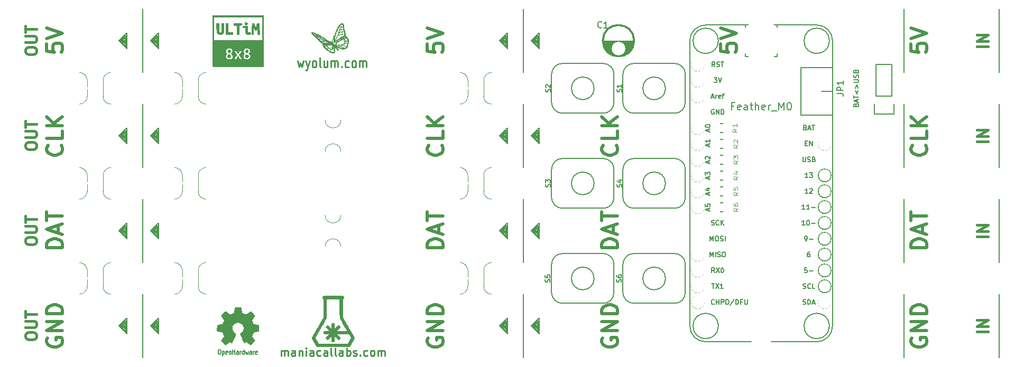
<source format=gto>
%TF.GenerationSoftware,KiCad,Pcbnew,4.0.6-e0-6349~53~ubuntu16.04.1*%
%TF.CreationDate,2017-06-14T21:22:08+05:30*%
%TF.ProjectId,ultim_bus,756C74696D5F6275732E6B696361645F,rev?*%
%TF.FileFunction,Legend,Top*%
%FSLAX46Y46*%
G04 Gerber Fmt 4.6, Leading zero omitted, Abs format (unit mm)*
G04 Created by KiCad (PCBNEW 4.0.6-e0-6349~53~ubuntu16.04.1) date Wed Jun 14 21:22:08 2017*
%MOMM*%
%LPD*%
G01*
G04 APERTURE LIST*
%ADD10C,0.101600*%
%ADD11C,0.200000*%
%ADD12C,0.254000*%
%ADD13C,0.508000*%
%ADD14C,0.127000*%
%ADD15C,0.381000*%
%ADD16C,0.152400*%
%ADD17C,0.010000*%
%ADD18C,0.002540*%
%ADD19C,0.150000*%
%ADD20C,0.300000*%
%ADD21C,0.114300*%
%ADD22C,2.178000*%
%ADD23C,0.900000*%
%ADD24C,6.496000*%
%ADD25R,6.496000X6.496000*%
%ADD26C,6.000000*%
%ADD27O,2.432000X2.127200*%
%ADD28R,1.924000X1.924000*%
%ADD29R,1.924000X2.432000*%
%ADD30R,1.400000X1.850000*%
%ADD31R,2.178000X2.178000*%
%ADD32C,1.924000*%
%ADD33C,3.448000*%
G04 APERTURE END LIST*
D10*
D11*
X193040000Y-71120000D02*
X193040000Y-81280000D01*
X193040000Y-25400000D02*
X193040000Y-35560000D01*
X193040000Y-40640000D02*
X193040000Y-50800000D01*
X193040000Y-66040000D02*
X193040000Y-55880000D01*
D12*
X78074762Y-80965524D02*
X78074762Y-80118857D01*
X78074762Y-80239810D02*
X78135238Y-80179333D01*
X78256191Y-80118857D01*
X78437619Y-80118857D01*
X78558571Y-80179333D01*
X78619048Y-80300286D01*
X78619048Y-80965524D01*
X78619048Y-80300286D02*
X78679524Y-80179333D01*
X78800476Y-80118857D01*
X78981905Y-80118857D01*
X79102857Y-80179333D01*
X79163333Y-80300286D01*
X79163333Y-80965524D01*
X80312381Y-80965524D02*
X80312381Y-80300286D01*
X80251904Y-80179333D01*
X80130952Y-80118857D01*
X79889047Y-80118857D01*
X79768095Y-80179333D01*
X80312381Y-80905048D02*
X80191428Y-80965524D01*
X79889047Y-80965524D01*
X79768095Y-80905048D01*
X79707619Y-80784095D01*
X79707619Y-80663143D01*
X79768095Y-80542190D01*
X79889047Y-80481714D01*
X80191428Y-80481714D01*
X80312381Y-80421238D01*
X80917143Y-80118857D02*
X80917143Y-80965524D01*
X80917143Y-80239810D02*
X80977619Y-80179333D01*
X81098572Y-80118857D01*
X81280000Y-80118857D01*
X81400952Y-80179333D01*
X81461429Y-80300286D01*
X81461429Y-80965524D01*
X82066191Y-80965524D02*
X82066191Y-80118857D01*
X82066191Y-79695524D02*
X82005715Y-79756000D01*
X82066191Y-79816476D01*
X82126667Y-79756000D01*
X82066191Y-79695524D01*
X82066191Y-79816476D01*
X83215239Y-80965524D02*
X83215239Y-80300286D01*
X83154762Y-80179333D01*
X83033810Y-80118857D01*
X82791905Y-80118857D01*
X82670953Y-80179333D01*
X83215239Y-80905048D02*
X83094286Y-80965524D01*
X82791905Y-80965524D01*
X82670953Y-80905048D01*
X82610477Y-80784095D01*
X82610477Y-80663143D01*
X82670953Y-80542190D01*
X82791905Y-80481714D01*
X83094286Y-80481714D01*
X83215239Y-80421238D01*
X84364287Y-80905048D02*
X84243334Y-80965524D01*
X84001430Y-80965524D01*
X83880477Y-80905048D01*
X83820001Y-80844571D01*
X83759525Y-80723619D01*
X83759525Y-80360762D01*
X83820001Y-80239810D01*
X83880477Y-80179333D01*
X84001430Y-80118857D01*
X84243334Y-80118857D01*
X84364287Y-80179333D01*
X85452858Y-80965524D02*
X85452858Y-80300286D01*
X85392381Y-80179333D01*
X85271429Y-80118857D01*
X85029524Y-80118857D01*
X84908572Y-80179333D01*
X85452858Y-80905048D02*
X85331905Y-80965524D01*
X85029524Y-80965524D01*
X84908572Y-80905048D01*
X84848096Y-80784095D01*
X84848096Y-80663143D01*
X84908572Y-80542190D01*
X85029524Y-80481714D01*
X85331905Y-80481714D01*
X85452858Y-80421238D01*
X86239049Y-80965524D02*
X86118096Y-80905048D01*
X86057620Y-80784095D01*
X86057620Y-79695524D01*
X86904287Y-80965524D02*
X86783334Y-80905048D01*
X86722858Y-80784095D01*
X86722858Y-79695524D01*
X87932382Y-80965524D02*
X87932382Y-80300286D01*
X87871905Y-80179333D01*
X87750953Y-80118857D01*
X87509048Y-80118857D01*
X87388096Y-80179333D01*
X87932382Y-80905048D02*
X87811429Y-80965524D01*
X87509048Y-80965524D01*
X87388096Y-80905048D01*
X87327620Y-80784095D01*
X87327620Y-80663143D01*
X87388096Y-80542190D01*
X87509048Y-80481714D01*
X87811429Y-80481714D01*
X87932382Y-80421238D01*
X88537144Y-80965524D02*
X88537144Y-79695524D01*
X88537144Y-80179333D02*
X88658096Y-80118857D01*
X88900001Y-80118857D01*
X89020953Y-80179333D01*
X89081430Y-80239810D01*
X89141906Y-80360762D01*
X89141906Y-80723619D01*
X89081430Y-80844571D01*
X89020953Y-80905048D01*
X88900001Y-80965524D01*
X88658096Y-80965524D01*
X88537144Y-80905048D01*
X89625716Y-80905048D02*
X89746668Y-80965524D01*
X89988573Y-80965524D01*
X90109525Y-80905048D01*
X90170001Y-80784095D01*
X90170001Y-80723619D01*
X90109525Y-80602667D01*
X89988573Y-80542190D01*
X89807144Y-80542190D01*
X89686192Y-80481714D01*
X89625716Y-80360762D01*
X89625716Y-80300286D01*
X89686192Y-80179333D01*
X89807144Y-80118857D01*
X89988573Y-80118857D01*
X90109525Y-80179333D01*
X90714287Y-80844571D02*
X90774763Y-80905048D01*
X90714287Y-80965524D01*
X90653811Y-80905048D01*
X90714287Y-80844571D01*
X90714287Y-80965524D01*
X91863335Y-80905048D02*
X91742382Y-80965524D01*
X91500478Y-80965524D01*
X91379525Y-80905048D01*
X91319049Y-80844571D01*
X91258573Y-80723619D01*
X91258573Y-80360762D01*
X91319049Y-80239810D01*
X91379525Y-80179333D01*
X91500478Y-80118857D01*
X91742382Y-80118857D01*
X91863335Y-80179333D01*
X92589049Y-80965524D02*
X92468096Y-80905048D01*
X92407620Y-80844571D01*
X92347144Y-80723619D01*
X92347144Y-80360762D01*
X92407620Y-80239810D01*
X92468096Y-80179333D01*
X92589049Y-80118857D01*
X92770477Y-80118857D01*
X92891429Y-80179333D01*
X92951906Y-80239810D01*
X93012382Y-80360762D01*
X93012382Y-80723619D01*
X92951906Y-80844571D01*
X92891429Y-80905048D01*
X92770477Y-80965524D01*
X92589049Y-80965524D01*
X93556668Y-80965524D02*
X93556668Y-80118857D01*
X93556668Y-80239810D02*
X93617144Y-80179333D01*
X93738097Y-80118857D01*
X93919525Y-80118857D01*
X94040477Y-80179333D01*
X94100954Y-80300286D01*
X94100954Y-80965524D01*
X94100954Y-80300286D02*
X94161430Y-80179333D01*
X94282382Y-80118857D01*
X94463811Y-80118857D01*
X94584763Y-80179333D01*
X94645239Y-80300286D01*
X94645239Y-80965524D01*
X80669191Y-33709429D02*
X80911095Y-34725429D01*
X81153000Y-33999714D01*
X81394905Y-34725429D01*
X81636810Y-33709429D01*
X81999667Y-33709429D02*
X82302048Y-34725429D01*
X82604428Y-33709429D02*
X82302048Y-34725429D01*
X82181095Y-35088286D01*
X82120619Y-35160857D01*
X81999667Y-35233429D01*
X83269667Y-34725429D02*
X83148714Y-34652857D01*
X83088238Y-34580286D01*
X83027762Y-34435143D01*
X83027762Y-33999714D01*
X83088238Y-33854571D01*
X83148714Y-33782000D01*
X83269667Y-33709429D01*
X83451095Y-33709429D01*
X83572047Y-33782000D01*
X83632524Y-33854571D01*
X83693000Y-33999714D01*
X83693000Y-34435143D01*
X83632524Y-34580286D01*
X83572047Y-34652857D01*
X83451095Y-34725429D01*
X83269667Y-34725429D01*
X84418715Y-34725429D02*
X84297762Y-34652857D01*
X84237286Y-34507714D01*
X84237286Y-33201429D01*
X85446810Y-33709429D02*
X85446810Y-34725429D01*
X84902524Y-33709429D02*
X84902524Y-34507714D01*
X84963000Y-34652857D01*
X85083953Y-34725429D01*
X85265381Y-34725429D01*
X85386333Y-34652857D01*
X85446810Y-34580286D01*
X86051572Y-34725429D02*
X86051572Y-33709429D01*
X86051572Y-33854571D02*
X86112048Y-33782000D01*
X86233001Y-33709429D01*
X86414429Y-33709429D01*
X86535381Y-33782000D01*
X86595858Y-33927143D01*
X86595858Y-34725429D01*
X86595858Y-33927143D02*
X86656334Y-33782000D01*
X86777286Y-33709429D01*
X86958715Y-33709429D01*
X87079667Y-33782000D01*
X87140143Y-33927143D01*
X87140143Y-34725429D01*
X87744905Y-34580286D02*
X87805381Y-34652857D01*
X87744905Y-34725429D01*
X87684429Y-34652857D01*
X87744905Y-34580286D01*
X87744905Y-34725429D01*
X88893953Y-34652857D02*
X88773000Y-34725429D01*
X88531096Y-34725429D01*
X88410143Y-34652857D01*
X88349667Y-34580286D01*
X88289191Y-34435143D01*
X88289191Y-33999714D01*
X88349667Y-33854571D01*
X88410143Y-33782000D01*
X88531096Y-33709429D01*
X88773000Y-33709429D01*
X88893953Y-33782000D01*
X89619667Y-34725429D02*
X89498714Y-34652857D01*
X89438238Y-34580286D01*
X89377762Y-34435143D01*
X89377762Y-33999714D01*
X89438238Y-33854571D01*
X89498714Y-33782000D01*
X89619667Y-33709429D01*
X89801095Y-33709429D01*
X89922047Y-33782000D01*
X89982524Y-33854571D01*
X90043000Y-33999714D01*
X90043000Y-34435143D01*
X89982524Y-34580286D01*
X89922047Y-34652857D01*
X89801095Y-34725429D01*
X89619667Y-34725429D01*
X90587286Y-34725429D02*
X90587286Y-33709429D01*
X90587286Y-33854571D02*
X90647762Y-33782000D01*
X90768715Y-33709429D01*
X90950143Y-33709429D01*
X91071095Y-33782000D01*
X91131572Y-33927143D01*
X91131572Y-34725429D01*
X91131572Y-33927143D02*
X91192048Y-33782000D01*
X91313000Y-33709429D01*
X91494429Y-33709429D01*
X91615381Y-33782000D01*
X91675857Y-33927143D01*
X91675857Y-34725429D01*
D13*
X131959048Y-63681428D02*
X129419048Y-63681428D01*
X129419048Y-63076666D01*
X129540000Y-62713809D01*
X129781905Y-62471904D01*
X130023810Y-62350952D01*
X130507619Y-62230000D01*
X130870476Y-62230000D01*
X131354286Y-62350952D01*
X131596190Y-62471904D01*
X131838095Y-62713809D01*
X131959048Y-63076666D01*
X131959048Y-63681428D01*
X131233333Y-61262380D02*
X131233333Y-60052857D01*
X131959048Y-61504285D02*
X129419048Y-60657619D01*
X131959048Y-59810952D01*
X129419048Y-59327142D02*
X129419048Y-57875714D01*
X131959048Y-58601428D02*
X129419048Y-58601428D01*
X129540000Y-78135238D02*
X129419048Y-78377143D01*
X129419048Y-78740000D01*
X129540000Y-79102857D01*
X129781905Y-79344762D01*
X130023810Y-79465714D01*
X130507619Y-79586666D01*
X130870476Y-79586666D01*
X131354286Y-79465714D01*
X131596190Y-79344762D01*
X131838095Y-79102857D01*
X131959048Y-78740000D01*
X131959048Y-78498095D01*
X131838095Y-78135238D01*
X131717143Y-78014286D01*
X130870476Y-78014286D01*
X130870476Y-78498095D01*
X131959048Y-76925714D02*
X129419048Y-76925714D01*
X131959048Y-75474286D01*
X129419048Y-75474286D01*
X131959048Y-74264762D02*
X129419048Y-74264762D01*
X129419048Y-73660000D01*
X129540000Y-73297143D01*
X129781905Y-73055238D01*
X130023810Y-72934286D01*
X130507619Y-72813334D01*
X130870476Y-72813334D01*
X131354286Y-72934286D01*
X131596190Y-73055238D01*
X131838095Y-73297143D01*
X131959048Y-73660000D01*
X131959048Y-74264762D01*
X148469048Y-30963809D02*
X148469048Y-32173333D01*
X149678571Y-32294285D01*
X149557619Y-32173333D01*
X149436667Y-31931428D01*
X149436667Y-31326666D01*
X149557619Y-31084762D01*
X149678571Y-30963809D01*
X149920476Y-30842857D01*
X150525238Y-30842857D01*
X150767143Y-30963809D01*
X150888095Y-31084762D01*
X151009048Y-31326666D01*
X151009048Y-31931428D01*
X150888095Y-32173333D01*
X150767143Y-32294285D01*
X148469048Y-30117142D02*
X151009048Y-29270476D01*
X148469048Y-28423809D01*
X131717143Y-47231905D02*
X131838095Y-47352857D01*
X131959048Y-47715714D01*
X131959048Y-47957619D01*
X131838095Y-48320476D01*
X131596190Y-48562381D01*
X131354286Y-48683333D01*
X130870476Y-48804285D01*
X130507619Y-48804285D01*
X130023810Y-48683333D01*
X129781905Y-48562381D01*
X129540000Y-48320476D01*
X129419048Y-47957619D01*
X129419048Y-47715714D01*
X129540000Y-47352857D01*
X129660952Y-47231905D01*
X131959048Y-44933809D02*
X131959048Y-46143333D01*
X129419048Y-46143333D01*
X131959048Y-44087143D02*
X129419048Y-44087143D01*
X131959048Y-42635715D02*
X130507619Y-43724286D01*
X129419048Y-42635715D02*
X130870476Y-44087143D01*
X101600000Y-78135238D02*
X101479048Y-78377143D01*
X101479048Y-78740000D01*
X101600000Y-79102857D01*
X101841905Y-79344762D01*
X102083810Y-79465714D01*
X102567619Y-79586666D01*
X102930476Y-79586666D01*
X103414286Y-79465714D01*
X103656190Y-79344762D01*
X103898095Y-79102857D01*
X104019048Y-78740000D01*
X104019048Y-78498095D01*
X103898095Y-78135238D01*
X103777143Y-78014286D01*
X102930476Y-78014286D01*
X102930476Y-78498095D01*
X104019048Y-76925714D02*
X101479048Y-76925714D01*
X104019048Y-75474286D01*
X101479048Y-75474286D01*
X104019048Y-74264762D02*
X101479048Y-74264762D01*
X101479048Y-73660000D01*
X101600000Y-73297143D01*
X101841905Y-73055238D01*
X102083810Y-72934286D01*
X102567619Y-72813334D01*
X102930476Y-72813334D01*
X103414286Y-72934286D01*
X103656190Y-73055238D01*
X103898095Y-73297143D01*
X104019048Y-73660000D01*
X104019048Y-74264762D01*
X104019048Y-63681428D02*
X101479048Y-63681428D01*
X101479048Y-63076666D01*
X101600000Y-62713809D01*
X101841905Y-62471904D01*
X102083810Y-62350952D01*
X102567619Y-62230000D01*
X102930476Y-62230000D01*
X103414286Y-62350952D01*
X103656190Y-62471904D01*
X103898095Y-62713809D01*
X104019048Y-63076666D01*
X104019048Y-63681428D01*
X103293333Y-61262380D02*
X103293333Y-60052857D01*
X104019048Y-61504285D02*
X101479048Y-60657619D01*
X104019048Y-59810952D01*
X101479048Y-59327142D02*
X101479048Y-57875714D01*
X104019048Y-58601428D02*
X101479048Y-58601428D01*
X101479048Y-30963809D02*
X101479048Y-32173333D01*
X102688571Y-32294285D01*
X102567619Y-32173333D01*
X102446667Y-31931428D01*
X102446667Y-31326666D01*
X102567619Y-31084762D01*
X102688571Y-30963809D01*
X102930476Y-30842857D01*
X103535238Y-30842857D01*
X103777143Y-30963809D01*
X103898095Y-31084762D01*
X104019048Y-31326666D01*
X104019048Y-31931428D01*
X103898095Y-32173333D01*
X103777143Y-32294285D01*
X101479048Y-30117142D02*
X104019048Y-29270476D01*
X101479048Y-28423809D01*
X103777143Y-47231905D02*
X103898095Y-47352857D01*
X104019048Y-47715714D01*
X104019048Y-47957619D01*
X103898095Y-48320476D01*
X103656190Y-48562381D01*
X103414286Y-48683333D01*
X102930476Y-48804285D01*
X102567619Y-48804285D01*
X102083810Y-48683333D01*
X101841905Y-48562381D01*
X101600000Y-48320476D01*
X101479048Y-47957619D01*
X101479048Y-47715714D01*
X101600000Y-47352857D01*
X101720952Y-47231905D01*
X104019048Y-44933809D02*
X104019048Y-46143333D01*
X101479048Y-46143333D01*
X104019048Y-44087143D02*
X101479048Y-44087143D01*
X104019048Y-42635715D02*
X102567619Y-43724286D01*
X101479048Y-42635715D02*
X102930476Y-44087143D01*
X40640000Y-78135238D02*
X40519048Y-78377143D01*
X40519048Y-78740000D01*
X40640000Y-79102857D01*
X40881905Y-79344762D01*
X41123810Y-79465714D01*
X41607619Y-79586666D01*
X41970476Y-79586666D01*
X42454286Y-79465714D01*
X42696190Y-79344762D01*
X42938095Y-79102857D01*
X43059048Y-78740000D01*
X43059048Y-78498095D01*
X42938095Y-78135238D01*
X42817143Y-78014286D01*
X41970476Y-78014286D01*
X41970476Y-78498095D01*
X43059048Y-76925714D02*
X40519048Y-76925714D01*
X43059048Y-75474286D01*
X40519048Y-75474286D01*
X43059048Y-74264762D02*
X40519048Y-74264762D01*
X40519048Y-73660000D01*
X40640000Y-73297143D01*
X40881905Y-73055238D01*
X41123810Y-72934286D01*
X41607619Y-72813334D01*
X41970476Y-72813334D01*
X42454286Y-72934286D01*
X42696190Y-73055238D01*
X42938095Y-73297143D01*
X43059048Y-73660000D01*
X43059048Y-74264762D01*
X43059048Y-63681428D02*
X40519048Y-63681428D01*
X40519048Y-63076666D01*
X40640000Y-62713809D01*
X40881905Y-62471904D01*
X41123810Y-62350952D01*
X41607619Y-62230000D01*
X41970476Y-62230000D01*
X42454286Y-62350952D01*
X42696190Y-62471904D01*
X42938095Y-62713809D01*
X43059048Y-63076666D01*
X43059048Y-63681428D01*
X42333333Y-61262380D02*
X42333333Y-60052857D01*
X43059048Y-61504285D02*
X40519048Y-60657619D01*
X43059048Y-59810952D01*
X40519048Y-59327142D02*
X40519048Y-57875714D01*
X43059048Y-58601428D02*
X40519048Y-58601428D01*
X40519048Y-30963809D02*
X40519048Y-32173333D01*
X41728571Y-32294285D01*
X41607619Y-32173333D01*
X41486667Y-31931428D01*
X41486667Y-31326666D01*
X41607619Y-31084762D01*
X41728571Y-30963809D01*
X41970476Y-30842857D01*
X42575238Y-30842857D01*
X42817143Y-30963809D01*
X42938095Y-31084762D01*
X43059048Y-31326666D01*
X43059048Y-31931428D01*
X42938095Y-32173333D01*
X42817143Y-32294285D01*
X40519048Y-30117142D02*
X43059048Y-29270476D01*
X40519048Y-28423809D01*
X42817143Y-47231905D02*
X42938095Y-47352857D01*
X43059048Y-47715714D01*
X43059048Y-47957619D01*
X42938095Y-48320476D01*
X42696190Y-48562381D01*
X42454286Y-48683333D01*
X41970476Y-48804285D01*
X41607619Y-48804285D01*
X41123810Y-48683333D01*
X40881905Y-48562381D01*
X40640000Y-48320476D01*
X40519048Y-47957619D01*
X40519048Y-47715714D01*
X40640000Y-47352857D01*
X40760952Y-47231905D01*
X43059048Y-44933809D02*
X43059048Y-46143333D01*
X40519048Y-46143333D01*
X43059048Y-44087143D02*
X40519048Y-44087143D01*
X43059048Y-42635715D02*
X41607619Y-43724286D01*
X40519048Y-42635715D02*
X41970476Y-44087143D01*
D14*
X170125571Y-40748857D02*
X170161857Y-40640000D01*
X170198143Y-40603715D01*
X170270714Y-40567429D01*
X170379571Y-40567429D01*
X170452143Y-40603715D01*
X170488429Y-40640000D01*
X170524714Y-40712572D01*
X170524714Y-41002857D01*
X169762714Y-41002857D01*
X169762714Y-40748857D01*
X169799000Y-40676286D01*
X169835286Y-40640000D01*
X169907857Y-40603715D01*
X169980429Y-40603715D01*
X170053000Y-40640000D01*
X170089286Y-40676286D01*
X170125571Y-40748857D01*
X170125571Y-41002857D01*
X170307000Y-40277143D02*
X170307000Y-39914286D01*
X170524714Y-40349715D02*
X169762714Y-40095715D01*
X170524714Y-39841715D01*
X169762714Y-39696572D02*
X169762714Y-39261143D01*
X170524714Y-39478857D02*
X169762714Y-39478857D01*
X170016714Y-38426572D02*
X170234429Y-39007143D01*
X170452143Y-38426572D01*
X170016714Y-38063714D02*
X170234429Y-37483143D01*
X170452143Y-38063714D01*
X169762714Y-37120285D02*
X170379571Y-37120285D01*
X170452143Y-37084000D01*
X170488429Y-37047714D01*
X170524714Y-36975143D01*
X170524714Y-36830000D01*
X170488429Y-36757428D01*
X170452143Y-36721143D01*
X170379571Y-36684857D01*
X169762714Y-36684857D01*
X170488429Y-36358285D02*
X170524714Y-36249428D01*
X170524714Y-36067999D01*
X170488429Y-35995428D01*
X170452143Y-35959142D01*
X170379571Y-35922857D01*
X170307000Y-35922857D01*
X170234429Y-35959142D01*
X170198143Y-35995428D01*
X170161857Y-36067999D01*
X170125571Y-36213142D01*
X170089286Y-36285714D01*
X170053000Y-36321999D01*
X169980429Y-36358285D01*
X169907857Y-36358285D01*
X169835286Y-36321999D01*
X169799000Y-36285714D01*
X169762714Y-36213142D01*
X169762714Y-36031714D01*
X169799000Y-35922857D01*
X170125571Y-35342285D02*
X170161857Y-35233428D01*
X170198143Y-35197143D01*
X170270714Y-35160857D01*
X170379571Y-35160857D01*
X170452143Y-35197143D01*
X170488429Y-35233428D01*
X170524714Y-35306000D01*
X170524714Y-35596285D01*
X169762714Y-35596285D01*
X169762714Y-35342285D01*
X169799000Y-35269714D01*
X169835286Y-35233428D01*
X169907857Y-35197143D01*
X169980429Y-35197143D01*
X170053000Y-35233428D01*
X170089286Y-35269714D01*
X170125571Y-35342285D01*
X170125571Y-35596285D01*
D11*
X53340000Y-77470000D02*
X52070000Y-76200000D01*
X52324000Y-76200000D02*
X53213000Y-75311000D01*
X53213000Y-77089000D02*
X52324000Y-76200000D01*
X53213000Y-75311000D02*
X53213000Y-77089000D01*
X53340000Y-74930000D02*
X53340000Y-77470000D01*
X52070000Y-76200000D02*
X53340000Y-74930000D01*
X52959000Y-76327000D02*
X52832000Y-76200000D01*
X52832000Y-76200000D02*
X52959000Y-76073000D01*
X53086000Y-75692000D02*
X53086000Y-76708000D01*
X52578000Y-76200000D02*
X53086000Y-75692000D01*
X53086000Y-76708000D02*
X52578000Y-76200000D01*
X52959000Y-76073000D02*
X52959000Y-76327000D01*
X58166000Y-75692000D02*
X58166000Y-76708000D01*
X58166000Y-76708000D02*
X57658000Y-76200000D01*
X57658000Y-76200000D02*
X58166000Y-75692000D01*
X57912000Y-76200000D02*
X58039000Y-76073000D01*
X58039000Y-76327000D02*
X57912000Y-76200000D01*
X58039000Y-76073000D02*
X58039000Y-76327000D01*
X58293000Y-77089000D02*
X57404000Y-76200000D01*
X58420000Y-77470000D02*
X57150000Y-76200000D01*
X57404000Y-76200000D02*
X58293000Y-75311000D01*
X58293000Y-75311000D02*
X58293000Y-77089000D01*
X58420000Y-74930000D02*
X58420000Y-77470000D01*
X57150000Y-76200000D02*
X58420000Y-74930000D01*
X58039000Y-61087000D02*
X57912000Y-60960000D01*
X57912000Y-60960000D02*
X58039000Y-60833000D01*
X58039000Y-60833000D02*
X58039000Y-61087000D01*
X57404000Y-60960000D02*
X58293000Y-60071000D01*
X57658000Y-60960000D02*
X58166000Y-60452000D01*
X57150000Y-60960000D02*
X58420000Y-59690000D01*
X58166000Y-61468000D02*
X57658000Y-60960000D01*
X58420000Y-62230000D02*
X57150000Y-60960000D01*
X58293000Y-61849000D02*
X57404000Y-60960000D01*
X58420000Y-59690000D02*
X58420000Y-62230000D01*
X58166000Y-60452000D02*
X58166000Y-61468000D01*
X58293000Y-60071000D02*
X58293000Y-61849000D01*
X52959000Y-61087000D02*
X52832000Y-60960000D01*
X52959000Y-60833000D02*
X52959000Y-61087000D01*
X53086000Y-61468000D02*
X52578000Y-60960000D01*
X53086000Y-60452000D02*
X53086000Y-61468000D01*
X52578000Y-60960000D02*
X53086000Y-60452000D01*
X52832000Y-60960000D02*
X52959000Y-60833000D01*
X53340000Y-62230000D02*
X52070000Y-60960000D01*
X52070000Y-60960000D02*
X53340000Y-59690000D01*
X53213000Y-60071000D02*
X53213000Y-61849000D01*
X52324000Y-60960000D02*
X53213000Y-60071000D01*
X53340000Y-59690000D02*
X53340000Y-62230000D01*
X53213000Y-61849000D02*
X52324000Y-60960000D01*
X52578000Y-45720000D02*
X53086000Y-45212000D01*
X53086000Y-45212000D02*
X53086000Y-46228000D01*
X53213000Y-44831000D02*
X53213000Y-46609000D01*
X53340000Y-46990000D02*
X52070000Y-45720000D01*
X52324000Y-45720000D02*
X53213000Y-44831000D01*
X52070000Y-45720000D02*
X53340000Y-44450000D01*
X53340000Y-44450000D02*
X53340000Y-46990000D01*
X53086000Y-46228000D02*
X52578000Y-45720000D01*
X52959000Y-45593000D02*
X52959000Y-45847000D01*
X52832000Y-45720000D02*
X52959000Y-45593000D01*
X53213000Y-46609000D02*
X52324000Y-45720000D01*
X52959000Y-45847000D02*
X52832000Y-45720000D01*
X58166000Y-46228000D02*
X57658000Y-45720000D01*
X58039000Y-45847000D02*
X57912000Y-45720000D01*
X57912000Y-45720000D02*
X58039000Y-45593000D01*
X58039000Y-45593000D02*
X58039000Y-45847000D01*
X57658000Y-45720000D02*
X58166000Y-45212000D01*
X58166000Y-45212000D02*
X58166000Y-46228000D01*
X57404000Y-45720000D02*
X58293000Y-44831000D01*
X58293000Y-46609000D02*
X57404000Y-45720000D01*
X58420000Y-46990000D02*
X57150000Y-45720000D01*
X58420000Y-44450000D02*
X58420000Y-46990000D01*
X57150000Y-45720000D02*
X58420000Y-44450000D01*
X58293000Y-44831000D02*
X58293000Y-46609000D01*
X53340000Y-31750000D02*
X52070000Y-30480000D01*
X53213000Y-29591000D02*
X53213000Y-31369000D01*
X52324000Y-30480000D02*
X53213000Y-29591000D01*
X52070000Y-30480000D02*
X53340000Y-29210000D01*
X53340000Y-29210000D02*
X53340000Y-31750000D01*
X53213000Y-31369000D02*
X52324000Y-30480000D01*
X52959000Y-30353000D02*
X52959000Y-30607000D01*
X53086000Y-30988000D02*
X52578000Y-30480000D01*
X52959000Y-30607000D02*
X52832000Y-30480000D01*
X52832000Y-30480000D02*
X52959000Y-30353000D01*
X52578000Y-30480000D02*
X53086000Y-29972000D01*
X53086000Y-29972000D02*
X53086000Y-30988000D01*
X58420000Y-29210000D02*
X58420000Y-31750000D01*
X57404000Y-30480000D02*
X58293000Y-29591000D01*
X57658000Y-30480000D02*
X58166000Y-29972000D01*
X58420000Y-31750000D02*
X57150000Y-30480000D01*
X58166000Y-29972000D02*
X58166000Y-30988000D01*
X58293000Y-29591000D02*
X58293000Y-31369000D01*
X57150000Y-30480000D02*
X58420000Y-29210000D01*
X57912000Y-30480000D02*
X58039000Y-30353000D01*
X58293000Y-31369000D02*
X57404000Y-30480000D01*
X58039000Y-30353000D02*
X58039000Y-30607000D01*
X58039000Y-30607000D02*
X57912000Y-30480000D01*
X58166000Y-30988000D02*
X57658000Y-30480000D01*
X113538000Y-30480000D02*
X114046000Y-29972000D01*
X114173000Y-31369000D02*
X113284000Y-30480000D01*
X113284000Y-30480000D02*
X114173000Y-29591000D01*
X114046000Y-29972000D02*
X114046000Y-30988000D01*
X114173000Y-29591000D02*
X114173000Y-31369000D01*
X114046000Y-30988000D02*
X113538000Y-30480000D01*
X113919000Y-30353000D02*
X113919000Y-30607000D01*
X113919000Y-30607000D02*
X113792000Y-30480000D01*
X113792000Y-30480000D02*
X113919000Y-30353000D01*
X114300000Y-31750000D02*
X113030000Y-30480000D01*
X113030000Y-30480000D02*
X114300000Y-29210000D01*
X114300000Y-29210000D02*
X114300000Y-31750000D01*
X114046000Y-45212000D02*
X114046000Y-46228000D01*
X113792000Y-45720000D02*
X113919000Y-45593000D01*
X113538000Y-45720000D02*
X114046000Y-45212000D01*
X114173000Y-44831000D02*
X114173000Y-46609000D01*
X114300000Y-44450000D02*
X114300000Y-46990000D01*
X113030000Y-45720000D02*
X114300000Y-44450000D01*
X113284000Y-45720000D02*
X114173000Y-44831000D01*
X114046000Y-46228000D02*
X113538000Y-45720000D01*
X113919000Y-45593000D02*
X113919000Y-45847000D01*
X113919000Y-45847000D02*
X113792000Y-45720000D01*
X114300000Y-46990000D02*
X113030000Y-45720000D01*
X114173000Y-46609000D02*
X113284000Y-45720000D01*
X113284000Y-60960000D02*
X114173000Y-60071000D01*
X113538000Y-60960000D02*
X114046000Y-60452000D01*
X113030000Y-60960000D02*
X114300000Y-59690000D01*
X114300000Y-59690000D02*
X114300000Y-62230000D01*
X114300000Y-62230000D02*
X113030000Y-60960000D01*
X114046000Y-61468000D02*
X113538000Y-60960000D01*
X113919000Y-61087000D02*
X113792000Y-60960000D01*
X113792000Y-60960000D02*
X113919000Y-60833000D01*
X113919000Y-60833000D02*
X113919000Y-61087000D01*
X114173000Y-61849000D02*
X113284000Y-60960000D01*
X114173000Y-60071000D02*
X114173000Y-61849000D01*
X114046000Y-60452000D02*
X114046000Y-61468000D01*
X114300000Y-77470000D02*
X113030000Y-76200000D01*
X113919000Y-76327000D02*
X113792000Y-76200000D01*
X114046000Y-76708000D02*
X113538000Y-76200000D01*
X114173000Y-77089000D02*
X113284000Y-76200000D01*
X113919000Y-76073000D02*
X113919000Y-76327000D01*
X113030000Y-76200000D02*
X114300000Y-74930000D01*
X113284000Y-76200000D02*
X114173000Y-75311000D01*
X113792000Y-76200000D02*
X113919000Y-76073000D01*
X113538000Y-76200000D02*
X114046000Y-75692000D01*
X114046000Y-75692000D02*
X114046000Y-76708000D01*
X114173000Y-75311000D02*
X114173000Y-77089000D01*
X114300000Y-74930000D02*
X114300000Y-77470000D01*
X119126000Y-75692000D02*
X119126000Y-76708000D01*
X118618000Y-76200000D02*
X119126000Y-75692000D01*
X118872000Y-76200000D02*
X118999000Y-76073000D01*
X118999000Y-76327000D02*
X118872000Y-76200000D01*
X119126000Y-76708000D02*
X118618000Y-76200000D01*
X118999000Y-76073000D02*
X118999000Y-76327000D01*
X119380000Y-74930000D02*
X119380000Y-77470000D01*
X118110000Y-76200000D02*
X119380000Y-74930000D01*
X119253000Y-77089000D02*
X118364000Y-76200000D01*
X119380000Y-77470000D02*
X118110000Y-76200000D01*
X118364000Y-76200000D02*
X119253000Y-75311000D01*
X119253000Y-75311000D02*
X119253000Y-77089000D01*
X118364000Y-60960000D02*
X119253000Y-60071000D01*
X118872000Y-60960000D02*
X118999000Y-60833000D01*
X118110000Y-60960000D02*
X119380000Y-59690000D01*
X118618000Y-60960000D02*
X119126000Y-60452000D01*
X118999000Y-61087000D02*
X118872000Y-60960000D01*
X119126000Y-61468000D02*
X118618000Y-60960000D01*
X119380000Y-62230000D02*
X118110000Y-60960000D01*
X119253000Y-61849000D02*
X118364000Y-60960000D01*
X118999000Y-60833000D02*
X118999000Y-61087000D01*
X119253000Y-60071000D02*
X119253000Y-61849000D01*
X119126000Y-60452000D02*
X119126000Y-61468000D01*
X119380000Y-59690000D02*
X119380000Y-62230000D01*
X118618000Y-45720000D02*
X119126000Y-45212000D01*
X118364000Y-45720000D02*
X119253000Y-44831000D01*
X119380000Y-46990000D02*
X118110000Y-45720000D01*
X119126000Y-45212000D02*
X119126000Y-46228000D01*
X119253000Y-46609000D02*
X118364000Y-45720000D01*
X118872000Y-45720000D02*
X118999000Y-45593000D01*
X118999000Y-45847000D02*
X118872000Y-45720000D01*
X118999000Y-45593000D02*
X118999000Y-45847000D01*
X119126000Y-46228000D02*
X118618000Y-45720000D01*
X119253000Y-44831000D02*
X119253000Y-46609000D01*
X119380000Y-44450000D02*
X119380000Y-46990000D01*
X118110000Y-45720000D02*
X119380000Y-44450000D01*
X118999000Y-30607000D02*
X118872000Y-30480000D01*
X118999000Y-30353000D02*
X118999000Y-30607000D01*
X118872000Y-30480000D02*
X118999000Y-30353000D01*
X119126000Y-30988000D02*
X118618000Y-30480000D01*
X119126000Y-29972000D02*
X119126000Y-30988000D01*
X118618000Y-30480000D02*
X119126000Y-29972000D01*
X119253000Y-31369000D02*
X118364000Y-30480000D01*
X119253000Y-29591000D02*
X119253000Y-31369000D01*
X118364000Y-30480000D02*
X119253000Y-29591000D01*
X119380000Y-29210000D02*
X119380000Y-31750000D01*
X119380000Y-31750000D02*
X118110000Y-30480000D01*
X118110000Y-30480000D02*
X119380000Y-29210000D01*
D15*
X37126333Y-77978000D02*
X37126333Y-77639333D01*
X37211000Y-77470000D01*
X37380333Y-77300667D01*
X37719000Y-77216000D01*
X38311667Y-77216000D01*
X38650333Y-77300667D01*
X38819667Y-77470000D01*
X38904333Y-77639333D01*
X38904333Y-77978000D01*
X38819667Y-78147333D01*
X38650333Y-78316667D01*
X38311667Y-78401333D01*
X37719000Y-78401333D01*
X37380333Y-78316667D01*
X37211000Y-78147333D01*
X37126333Y-77978000D01*
X37126333Y-76454000D02*
X38565667Y-76454000D01*
X38735000Y-76369333D01*
X38819667Y-76284666D01*
X38904333Y-76115333D01*
X38904333Y-75776666D01*
X38819667Y-75607333D01*
X38735000Y-75522666D01*
X38565667Y-75438000D01*
X37126333Y-75438000D01*
X37126333Y-74845333D02*
X37126333Y-73829333D01*
X38904333Y-74337333D02*
X37126333Y-74337333D01*
X37126333Y-62738000D02*
X37126333Y-62399333D01*
X37211000Y-62230000D01*
X37380333Y-62060667D01*
X37719000Y-61976000D01*
X38311667Y-61976000D01*
X38650333Y-62060667D01*
X38819667Y-62230000D01*
X38904333Y-62399333D01*
X38904333Y-62738000D01*
X38819667Y-62907333D01*
X38650333Y-63076667D01*
X38311667Y-63161333D01*
X37719000Y-63161333D01*
X37380333Y-63076667D01*
X37211000Y-62907333D01*
X37126333Y-62738000D01*
X37126333Y-61214000D02*
X38565667Y-61214000D01*
X38735000Y-61129333D01*
X38819667Y-61044666D01*
X38904333Y-60875333D01*
X38904333Y-60536666D01*
X38819667Y-60367333D01*
X38735000Y-60282666D01*
X38565667Y-60198000D01*
X37126333Y-60198000D01*
X37126333Y-59605333D02*
X37126333Y-58589333D01*
X38904333Y-59097333D02*
X37126333Y-59097333D01*
X37126333Y-47498000D02*
X37126333Y-47159333D01*
X37211000Y-46990000D01*
X37380333Y-46820667D01*
X37719000Y-46736000D01*
X38311667Y-46736000D01*
X38650333Y-46820667D01*
X38819667Y-46990000D01*
X38904333Y-47159333D01*
X38904333Y-47498000D01*
X38819667Y-47667333D01*
X38650333Y-47836667D01*
X38311667Y-47921333D01*
X37719000Y-47921333D01*
X37380333Y-47836667D01*
X37211000Y-47667333D01*
X37126333Y-47498000D01*
X37126333Y-45974000D02*
X38565667Y-45974000D01*
X38735000Y-45889333D01*
X38819667Y-45804666D01*
X38904333Y-45635333D01*
X38904333Y-45296666D01*
X38819667Y-45127333D01*
X38735000Y-45042666D01*
X38565667Y-44958000D01*
X37126333Y-44958000D01*
X37126333Y-44365333D02*
X37126333Y-43349333D01*
X38904333Y-43857333D02*
X37126333Y-43857333D01*
X191304333Y-77131334D02*
X189526333Y-77131334D01*
X191304333Y-76284667D02*
X189526333Y-76284667D01*
X191304333Y-75268667D01*
X189526333Y-75268667D01*
X191304333Y-61891334D02*
X189526333Y-61891334D01*
X191304333Y-61044667D02*
X189526333Y-61044667D01*
X191304333Y-60028667D01*
X189526333Y-60028667D01*
X191304333Y-46651334D02*
X189526333Y-46651334D01*
X191304333Y-45804667D02*
X189526333Y-45804667D01*
X191304333Y-44788667D01*
X189526333Y-44788667D01*
X37126333Y-32258000D02*
X37126333Y-31919333D01*
X37211000Y-31750000D01*
X37380333Y-31580667D01*
X37719000Y-31496000D01*
X38311667Y-31496000D01*
X38650333Y-31580667D01*
X38819667Y-31750000D01*
X38904333Y-31919333D01*
X38904333Y-32258000D01*
X38819667Y-32427333D01*
X38650333Y-32596667D01*
X38311667Y-32681333D01*
X37719000Y-32681333D01*
X37380333Y-32596667D01*
X37211000Y-32427333D01*
X37126333Y-32258000D01*
X37126333Y-30734000D02*
X38565667Y-30734000D01*
X38735000Y-30649333D01*
X38819667Y-30564666D01*
X38904333Y-30395333D01*
X38904333Y-30056666D01*
X38819667Y-29887333D01*
X38735000Y-29802666D01*
X38565667Y-29718000D01*
X37126333Y-29718000D01*
X37126333Y-29125333D02*
X37126333Y-28109333D01*
X38904333Y-28617333D02*
X37126333Y-28617333D01*
X191304333Y-31411334D02*
X189526333Y-31411334D01*
X191304333Y-30564667D02*
X189526333Y-30564667D01*
X191304333Y-29548667D01*
X189526333Y-29548667D01*
D13*
X181489048Y-63681428D02*
X178949048Y-63681428D01*
X178949048Y-63076666D01*
X179070000Y-62713809D01*
X179311905Y-62471904D01*
X179553810Y-62350952D01*
X180037619Y-62230000D01*
X180400476Y-62230000D01*
X180884286Y-62350952D01*
X181126190Y-62471904D01*
X181368095Y-62713809D01*
X181489048Y-63076666D01*
X181489048Y-63681428D01*
X180763333Y-61262380D02*
X180763333Y-60052857D01*
X181489048Y-61504285D02*
X178949048Y-60657619D01*
X181489048Y-59810952D01*
X178949048Y-59327142D02*
X178949048Y-57875714D01*
X181489048Y-58601428D02*
X178949048Y-58601428D01*
X181247143Y-47231905D02*
X181368095Y-47352857D01*
X181489048Y-47715714D01*
X181489048Y-47957619D01*
X181368095Y-48320476D01*
X181126190Y-48562381D01*
X180884286Y-48683333D01*
X180400476Y-48804285D01*
X180037619Y-48804285D01*
X179553810Y-48683333D01*
X179311905Y-48562381D01*
X179070000Y-48320476D01*
X178949048Y-47957619D01*
X178949048Y-47715714D01*
X179070000Y-47352857D01*
X179190952Y-47231905D01*
X181489048Y-44933809D02*
X181489048Y-46143333D01*
X178949048Y-46143333D01*
X181489048Y-44087143D02*
X178949048Y-44087143D01*
X181489048Y-42635715D02*
X180037619Y-43724286D01*
X178949048Y-42635715D02*
X180400476Y-44087143D01*
D11*
X177800000Y-55880000D02*
X177800000Y-66040000D01*
X177800000Y-25400000D02*
X177800000Y-35560000D01*
X177800000Y-40640000D02*
X177800000Y-50800000D01*
X177800000Y-71120000D02*
X177800000Y-81280000D01*
X116840000Y-55880000D02*
X116840000Y-66040000D01*
X116840000Y-25400000D02*
X116840000Y-35560000D01*
X116840000Y-40640000D02*
X116840000Y-50800000D01*
X116840000Y-71120000D02*
X116840000Y-81280000D01*
X55880000Y-25400000D02*
X55880000Y-35560000D01*
X55880000Y-55880000D02*
X55880000Y-66040000D01*
X55880000Y-40640000D02*
X55880000Y-50800000D01*
X55880000Y-71120000D02*
X55880000Y-81280000D01*
D13*
X178949048Y-30963809D02*
X178949048Y-32173333D01*
X180158571Y-32294285D01*
X180037619Y-32173333D01*
X179916667Y-31931428D01*
X179916667Y-31326666D01*
X180037619Y-31084762D01*
X180158571Y-30963809D01*
X180400476Y-30842857D01*
X181005238Y-30842857D01*
X181247143Y-30963809D01*
X181368095Y-31084762D01*
X181489048Y-31326666D01*
X181489048Y-31931428D01*
X181368095Y-32173333D01*
X181247143Y-32294285D01*
X178949048Y-30117142D02*
X181489048Y-29270476D01*
X178949048Y-28423809D01*
X179070000Y-78135238D02*
X178949048Y-78377143D01*
X178949048Y-78740000D01*
X179070000Y-79102857D01*
X179311905Y-79344762D01*
X179553810Y-79465714D01*
X180037619Y-79586666D01*
X180400476Y-79586666D01*
X180884286Y-79465714D01*
X181126190Y-79344762D01*
X181368095Y-79102857D01*
X181489048Y-78740000D01*
X181489048Y-78498095D01*
X181368095Y-78135238D01*
X181247143Y-78014286D01*
X180400476Y-78014286D01*
X180400476Y-78498095D01*
X181489048Y-76925714D02*
X178949048Y-76925714D01*
X181489048Y-75474286D01*
X178949048Y-75474286D01*
X181489048Y-74264762D02*
X178949048Y-74264762D01*
X178949048Y-73660000D01*
X179070000Y-73297143D01*
X179311905Y-73055238D01*
X179553810Y-72934286D01*
X180037619Y-72813334D01*
X180400476Y-72813334D01*
X180884286Y-72934286D01*
X181126190Y-73055238D01*
X181368095Y-73297143D01*
X181489048Y-73660000D01*
X181489048Y-74264762D01*
D16*
X123115000Y-64580000D02*
G75*
G03X121365000Y-66330000I0J-1750000D01*
G01*
X121365000Y-70830000D02*
X121365000Y-66330000D01*
X121365000Y-70830000D02*
G75*
G03X123115000Y-72580000I1750000J0D01*
G01*
X129615000Y-72580000D02*
X123115000Y-72580000D01*
X131365000Y-66330000D02*
X131365000Y-70830000D01*
X123115000Y-64580000D02*
X129615000Y-64580000D01*
X131365000Y-66330000D02*
G75*
G03X129615000Y-64580000I-1750000J0D01*
G01*
X129615000Y-72580000D02*
G75*
G03X131365000Y-70830000I0J1750000D01*
G01*
X128181100Y-68580000D02*
G75*
G03X128181100Y-68580000I-1816100J0D01*
G01*
D10*
X85090000Y-58420000D02*
G75*
G03X87630000Y-58420000I1270000J0D01*
G01*
X85090000Y-63500000D02*
G75*
G02X87630000Y-63500000I1270000J0D01*
G01*
D17*
G36*
X86640132Y-71373141D02*
X86829330Y-71373704D01*
X87011803Y-71374553D01*
X87184802Y-71375693D01*
X87345580Y-71377121D01*
X87491388Y-71378837D01*
X87619478Y-71380843D01*
X87727101Y-71383137D01*
X87811511Y-71385719D01*
X87869958Y-71388591D01*
X87899694Y-71391751D01*
X87901045Y-71392101D01*
X87974650Y-71427801D01*
X88028272Y-71480954D01*
X88061256Y-71545582D01*
X88072948Y-71615706D01*
X88062692Y-71685346D01*
X88029833Y-71748525D01*
X87973717Y-71799264D01*
X87947218Y-71813553D01*
X87884819Y-71842312D01*
X87884409Y-73324141D01*
X87884000Y-74805969D01*
X88311194Y-75546641D01*
X88401737Y-75703615D01*
X88504897Y-75882444D01*
X88617416Y-76077483D01*
X88736038Y-76283090D01*
X88857507Y-76493620D01*
X88978568Y-76703429D01*
X89095963Y-76906874D01*
X89206437Y-77098312D01*
X89255756Y-77183770D01*
X89344967Y-77338722D01*
X89429309Y-77485946D01*
X89507458Y-77623082D01*
X89578089Y-77747771D01*
X89639877Y-77857652D01*
X89691497Y-77950365D01*
X89731624Y-78023552D01*
X89758934Y-78074852D01*
X89772102Y-78101905D01*
X89773125Y-78105254D01*
X89765259Y-78125854D01*
X89742954Y-78170330D01*
X89708145Y-78235359D01*
X89662767Y-78317615D01*
X89608756Y-78413774D01*
X89548047Y-78520511D01*
X89482577Y-78634503D01*
X89414279Y-78752423D01*
X89345091Y-78870948D01*
X89276948Y-78986754D01*
X89211784Y-79096515D01*
X89151537Y-79196906D01*
X89098141Y-79284605D01*
X89053532Y-79356285D01*
X89019645Y-79408622D01*
X88998416Y-79438292D01*
X88994599Y-79442468D01*
X88947124Y-79486125D01*
X83772875Y-79486125D01*
X83725400Y-79442468D01*
X83708606Y-79420746D01*
X83678539Y-79375288D01*
X83637134Y-79309420D01*
X83586325Y-79226466D01*
X83528050Y-79129753D01*
X83464242Y-79022605D01*
X83396838Y-78908346D01*
X83327772Y-78790303D01*
X83258981Y-78671800D01*
X83192400Y-78556163D01*
X83129963Y-78446717D01*
X83073608Y-78346786D01*
X83025267Y-78259695D01*
X82986879Y-78188771D01*
X82960377Y-78137338D01*
X82947697Y-78108720D01*
X82946874Y-78104933D01*
X82953139Y-78089738D01*
X83451817Y-78089738D01*
X83726508Y-78565681D01*
X84001198Y-79041625D01*
X88718654Y-79041625D01*
X88993694Y-78564873D01*
X89268735Y-78088121D01*
X89160627Y-77902091D01*
X89112108Y-77818084D01*
X89061391Y-77729405D01*
X89014699Y-77646982D01*
X88980228Y-77585315D01*
X88907937Y-77454567D01*
X86892125Y-77454125D01*
X87187748Y-77751781D01*
X87267725Y-77832852D01*
X87340741Y-77907905D01*
X87403638Y-77973609D01*
X87453257Y-78026634D01*
X87486440Y-78063650D01*
X87499732Y-78080697D01*
X87507043Y-78118230D01*
X87494704Y-78153316D01*
X87469692Y-78189070D01*
X87429306Y-78233828D01*
X87380048Y-78281770D01*
X87328420Y-78327074D01*
X87280926Y-78363919D01*
X87244067Y-78386484D01*
X87229480Y-78390750D01*
X87207132Y-78380200D01*
X87165787Y-78348232D01*
X87104908Y-78294363D01*
X87023960Y-78218114D01*
X86922408Y-78119002D01*
X86880810Y-78077741D01*
X86566375Y-77764732D01*
X86566375Y-78199522D01*
X86566186Y-78330308D01*
X86565480Y-78433011D01*
X86564051Y-78511296D01*
X86561691Y-78568830D01*
X86558191Y-78609276D01*
X86553345Y-78636301D01*
X86546944Y-78653570D01*
X86540102Y-78663343D01*
X86523266Y-78676829D01*
X86497807Y-78685459D01*
X86457181Y-78690237D01*
X86394844Y-78692165D01*
X86350754Y-78692375D01*
X86277007Y-78691988D01*
X86228052Y-78689820D01*
X86196932Y-78684360D01*
X86176690Y-78674094D01*
X86160370Y-78657512D01*
X86154053Y-78649627D01*
X86143921Y-78635620D01*
X86136117Y-78619895D01*
X86130392Y-78598501D01*
X86126497Y-78567484D01*
X86124185Y-78522892D01*
X86123207Y-78460771D01*
X86123314Y-78377170D01*
X86124259Y-78268136D01*
X86125120Y-78189238D01*
X86126336Y-78077830D01*
X86127363Y-77977621D01*
X86128164Y-77892754D01*
X86128700Y-77827372D01*
X86128937Y-77785619D01*
X86128846Y-77771611D01*
X86117874Y-77782389D01*
X86087423Y-77812776D01*
X86040394Y-77859863D01*
X85979693Y-77920739D01*
X85908221Y-77992496D01*
X85828882Y-78072225D01*
X85827221Y-78073894D01*
X85745795Y-78154741D01*
X85669946Y-78228133D01*
X85603010Y-78290994D01*
X85548322Y-78340247D01*
X85509218Y-78372816D01*
X85489337Y-78385556D01*
X85468907Y-78386152D01*
X85444469Y-78375567D01*
X85411225Y-78350398D01*
X85364375Y-78307244D01*
X85326618Y-78270190D01*
X85264367Y-78205657D01*
X85224516Y-78157575D01*
X85204581Y-78122681D01*
X85201125Y-78105521D01*
X85206451Y-78087558D01*
X85223771Y-78060344D01*
X85255090Y-78021608D01*
X85302416Y-77969079D01*
X85367757Y-77900484D01*
X85453120Y-77813551D01*
X85506566Y-77759867D01*
X85812007Y-77454125D01*
X85384557Y-77454125D01*
X85245238Y-77454235D01*
X85134412Y-77453593D01*
X85048828Y-77450739D01*
X84985238Y-77444213D01*
X84940392Y-77432556D01*
X84911040Y-77414308D01*
X84893932Y-77388009D01*
X84885820Y-77352200D01*
X84883454Y-77305420D01*
X84883583Y-77246211D01*
X84883625Y-77229107D01*
X84883249Y-77167737D01*
X84884298Y-77118980D01*
X84890033Y-77081390D01*
X84903717Y-77053522D01*
X84928611Y-77033933D01*
X84967977Y-77021178D01*
X85025078Y-77013811D01*
X85103176Y-77010388D01*
X85205532Y-77009465D01*
X85335409Y-77009596D01*
X85379196Y-77009625D01*
X85811267Y-77009625D01*
X85498258Y-76695189D01*
X85408898Y-76604371D01*
X85331404Y-76523517D01*
X85268051Y-76455128D01*
X85221114Y-76401706D01*
X85192868Y-76365753D01*
X85185250Y-76350990D01*
X85196746Y-76324392D01*
X85227271Y-76283976D01*
X85270876Y-76235523D01*
X85321613Y-76184817D01*
X85373534Y-76137641D01*
X85420690Y-76099778D01*
X85457134Y-76077010D01*
X85471177Y-76073000D01*
X85490107Y-76079738D01*
X85521067Y-76101065D01*
X85565936Y-76138648D01*
X85626590Y-76194153D01*
X85704908Y-76269247D01*
X85802767Y-76365597D01*
X85819345Y-76382083D01*
X86129812Y-76691166D01*
X86125134Y-76266775D01*
X86123453Y-76128249D01*
X86122794Y-76018203D01*
X86124651Y-75933374D01*
X86130515Y-75870496D01*
X86141879Y-75826302D01*
X86160236Y-75797528D01*
X86187078Y-75780909D01*
X86223897Y-75773179D01*
X86272186Y-75771073D01*
X86333436Y-75771325D01*
X86351546Y-75771375D01*
X86431777Y-75772496D01*
X86486137Y-75776371D01*
X86520445Y-75783763D01*
X86540519Y-75795438D01*
X86541428Y-75796321D01*
X86548921Y-75807469D01*
X86554780Y-75826540D01*
X86559198Y-75857092D01*
X86562365Y-75902686D01*
X86564473Y-75966878D01*
X86565714Y-76053230D01*
X86566279Y-76165298D01*
X86566375Y-76260142D01*
X86566375Y-76699017D01*
X86880810Y-76386008D01*
X86984977Y-76283240D01*
X87069018Y-76202457D01*
X87134393Y-76142357D01*
X87182558Y-76101639D01*
X87214973Y-76079001D01*
X87231435Y-76073000D01*
X87263640Y-76085050D01*
X87311929Y-76119515D01*
X87371031Y-76172218D01*
X87437277Y-76238807D01*
X87480369Y-76290289D01*
X87502644Y-76330492D01*
X87506437Y-76363242D01*
X87499732Y-76383052D01*
X87484448Y-76402412D01*
X87449823Y-76440842D01*
X87399016Y-76495013D01*
X87335186Y-76561594D01*
X87261491Y-76637256D01*
X87187748Y-76711968D01*
X86892125Y-77009625D01*
X88648589Y-77009625D01*
X88617294Y-76958031D01*
X88582471Y-76899823D01*
X88536078Y-76821049D01*
X88479623Y-76724349D01*
X88414614Y-76612365D01*
X88342559Y-76487736D01*
X88264966Y-76353105D01*
X88183344Y-76211113D01*
X88099201Y-76064400D01*
X88014044Y-75915608D01*
X87929382Y-75767378D01*
X87846723Y-75622351D01*
X87767576Y-75483167D01*
X87693448Y-75352468D01*
X87625847Y-75232896D01*
X87566282Y-75127090D01*
X87516260Y-75037693D01*
X87477291Y-74967345D01*
X87450882Y-74918688D01*
X87438540Y-74894361D01*
X87437896Y-74892659D01*
X87435786Y-74869630D01*
X87433779Y-74817011D01*
X87431895Y-74736962D01*
X87430154Y-74631643D01*
X87428575Y-74503212D01*
X87427179Y-74353830D01*
X87425985Y-74185656D01*
X87425013Y-74000850D01*
X87424282Y-73801573D01*
X87423814Y-73589983D01*
X87423627Y-73368240D01*
X87423625Y-73338636D01*
X87423625Y-71834375D01*
X85296989Y-71834375D01*
X85288437Y-74906187D01*
X84944729Y-75501500D01*
X84855018Y-75656868D01*
X84755473Y-75829244D01*
X84650521Y-76010961D01*
X84544590Y-76194356D01*
X84442106Y-76371764D01*
X84347496Y-76535521D01*
X84279940Y-76652437D01*
X84134356Y-76904399D01*
X84002857Y-77132050D01*
X83885664Y-77335010D01*
X83782995Y-77512897D01*
X83695071Y-77665331D01*
X83622110Y-77791931D01*
X83564332Y-77892316D01*
X83521957Y-77966107D01*
X83495205Y-78012921D01*
X83490081Y-78021962D01*
X83451817Y-78089738D01*
X82953139Y-78089738D01*
X82954593Y-78086214D01*
X82976661Y-78043010D01*
X83011444Y-77978273D01*
X83057311Y-77894953D01*
X83112628Y-77795999D01*
X83175763Y-77684362D01*
X83245083Y-77562993D01*
X83289919Y-77485074D01*
X83376007Y-77335890D01*
X83468884Y-77174959D01*
X83564742Y-77008876D01*
X83659776Y-76844236D01*
X83750179Y-76687633D01*
X83832145Y-76545663D01*
X83898823Y-76430187D01*
X83970062Y-76306821D01*
X84053259Y-76162738D01*
X84144500Y-76004716D01*
X84239870Y-75839537D01*
X84335455Y-75673979D01*
X84427341Y-75514823D01*
X84500341Y-75388372D01*
X84836000Y-74806931D01*
X84835590Y-73324622D01*
X84835180Y-71842312D01*
X84772781Y-71813553D01*
X84707983Y-71768866D01*
X84666683Y-71709549D01*
X84648225Y-71641581D01*
X84651955Y-71570941D01*
X84677218Y-71503606D01*
X84723358Y-71445557D01*
X84789721Y-71402771D01*
X84818954Y-71392101D01*
X84845501Y-71388910D01*
X84901048Y-71386009D01*
X84982847Y-71383396D01*
X85088151Y-71381071D01*
X85214211Y-71379035D01*
X85358279Y-71377288D01*
X85517606Y-71375830D01*
X85689446Y-71374660D01*
X85871049Y-71373780D01*
X86059667Y-71373187D01*
X86252552Y-71372883D01*
X86446957Y-71372868D01*
X86640132Y-71373141D01*
X86640132Y-71373141D01*
G37*
X86640132Y-71373141D02*
X86829330Y-71373704D01*
X87011803Y-71374553D01*
X87184802Y-71375693D01*
X87345580Y-71377121D01*
X87491388Y-71378837D01*
X87619478Y-71380843D01*
X87727101Y-71383137D01*
X87811511Y-71385719D01*
X87869958Y-71388591D01*
X87899694Y-71391751D01*
X87901045Y-71392101D01*
X87974650Y-71427801D01*
X88028272Y-71480954D01*
X88061256Y-71545582D01*
X88072948Y-71615706D01*
X88062692Y-71685346D01*
X88029833Y-71748525D01*
X87973717Y-71799264D01*
X87947218Y-71813553D01*
X87884819Y-71842312D01*
X87884409Y-73324141D01*
X87884000Y-74805969D01*
X88311194Y-75546641D01*
X88401737Y-75703615D01*
X88504897Y-75882444D01*
X88617416Y-76077483D01*
X88736038Y-76283090D01*
X88857507Y-76493620D01*
X88978568Y-76703429D01*
X89095963Y-76906874D01*
X89206437Y-77098312D01*
X89255756Y-77183770D01*
X89344967Y-77338722D01*
X89429309Y-77485946D01*
X89507458Y-77623082D01*
X89578089Y-77747771D01*
X89639877Y-77857652D01*
X89691497Y-77950365D01*
X89731624Y-78023552D01*
X89758934Y-78074852D01*
X89772102Y-78101905D01*
X89773125Y-78105254D01*
X89765259Y-78125854D01*
X89742954Y-78170330D01*
X89708145Y-78235359D01*
X89662767Y-78317615D01*
X89608756Y-78413774D01*
X89548047Y-78520511D01*
X89482577Y-78634503D01*
X89414279Y-78752423D01*
X89345091Y-78870948D01*
X89276948Y-78986754D01*
X89211784Y-79096515D01*
X89151537Y-79196906D01*
X89098141Y-79284605D01*
X89053532Y-79356285D01*
X89019645Y-79408622D01*
X88998416Y-79438292D01*
X88994599Y-79442468D01*
X88947124Y-79486125D01*
X83772875Y-79486125D01*
X83725400Y-79442468D01*
X83708606Y-79420746D01*
X83678539Y-79375288D01*
X83637134Y-79309420D01*
X83586325Y-79226466D01*
X83528050Y-79129753D01*
X83464242Y-79022605D01*
X83396838Y-78908346D01*
X83327772Y-78790303D01*
X83258981Y-78671800D01*
X83192400Y-78556163D01*
X83129963Y-78446717D01*
X83073608Y-78346786D01*
X83025267Y-78259695D01*
X82986879Y-78188771D01*
X82960377Y-78137338D01*
X82947697Y-78108720D01*
X82946874Y-78104933D01*
X82953139Y-78089738D01*
X83451817Y-78089738D01*
X83726508Y-78565681D01*
X84001198Y-79041625D01*
X88718654Y-79041625D01*
X88993694Y-78564873D01*
X89268735Y-78088121D01*
X89160627Y-77902091D01*
X89112108Y-77818084D01*
X89061391Y-77729405D01*
X89014699Y-77646982D01*
X88980228Y-77585315D01*
X88907937Y-77454567D01*
X86892125Y-77454125D01*
X87187748Y-77751781D01*
X87267725Y-77832852D01*
X87340741Y-77907905D01*
X87403638Y-77973609D01*
X87453257Y-78026634D01*
X87486440Y-78063650D01*
X87499732Y-78080697D01*
X87507043Y-78118230D01*
X87494704Y-78153316D01*
X87469692Y-78189070D01*
X87429306Y-78233828D01*
X87380048Y-78281770D01*
X87328420Y-78327074D01*
X87280926Y-78363919D01*
X87244067Y-78386484D01*
X87229480Y-78390750D01*
X87207132Y-78380200D01*
X87165787Y-78348232D01*
X87104908Y-78294363D01*
X87023960Y-78218114D01*
X86922408Y-78119002D01*
X86880810Y-78077741D01*
X86566375Y-77764732D01*
X86566375Y-78199522D01*
X86566186Y-78330308D01*
X86565480Y-78433011D01*
X86564051Y-78511296D01*
X86561691Y-78568830D01*
X86558191Y-78609276D01*
X86553345Y-78636301D01*
X86546944Y-78653570D01*
X86540102Y-78663343D01*
X86523266Y-78676829D01*
X86497807Y-78685459D01*
X86457181Y-78690237D01*
X86394844Y-78692165D01*
X86350754Y-78692375D01*
X86277007Y-78691988D01*
X86228052Y-78689820D01*
X86196932Y-78684360D01*
X86176690Y-78674094D01*
X86160370Y-78657512D01*
X86154053Y-78649627D01*
X86143921Y-78635620D01*
X86136117Y-78619895D01*
X86130392Y-78598501D01*
X86126497Y-78567484D01*
X86124185Y-78522892D01*
X86123207Y-78460771D01*
X86123314Y-78377170D01*
X86124259Y-78268136D01*
X86125120Y-78189238D01*
X86126336Y-78077830D01*
X86127363Y-77977621D01*
X86128164Y-77892754D01*
X86128700Y-77827372D01*
X86128937Y-77785619D01*
X86128846Y-77771611D01*
X86117874Y-77782389D01*
X86087423Y-77812776D01*
X86040394Y-77859863D01*
X85979693Y-77920739D01*
X85908221Y-77992496D01*
X85828882Y-78072225D01*
X85827221Y-78073894D01*
X85745795Y-78154741D01*
X85669946Y-78228133D01*
X85603010Y-78290994D01*
X85548322Y-78340247D01*
X85509218Y-78372816D01*
X85489337Y-78385556D01*
X85468907Y-78386152D01*
X85444469Y-78375567D01*
X85411225Y-78350398D01*
X85364375Y-78307244D01*
X85326618Y-78270190D01*
X85264367Y-78205657D01*
X85224516Y-78157575D01*
X85204581Y-78122681D01*
X85201125Y-78105521D01*
X85206451Y-78087558D01*
X85223771Y-78060344D01*
X85255090Y-78021608D01*
X85302416Y-77969079D01*
X85367757Y-77900484D01*
X85453120Y-77813551D01*
X85506566Y-77759867D01*
X85812007Y-77454125D01*
X85384557Y-77454125D01*
X85245238Y-77454235D01*
X85134412Y-77453593D01*
X85048828Y-77450739D01*
X84985238Y-77444213D01*
X84940392Y-77432556D01*
X84911040Y-77414308D01*
X84893932Y-77388009D01*
X84885820Y-77352200D01*
X84883454Y-77305420D01*
X84883583Y-77246211D01*
X84883625Y-77229107D01*
X84883249Y-77167737D01*
X84884298Y-77118980D01*
X84890033Y-77081390D01*
X84903717Y-77053522D01*
X84928611Y-77033933D01*
X84967977Y-77021178D01*
X85025078Y-77013811D01*
X85103176Y-77010388D01*
X85205532Y-77009465D01*
X85335409Y-77009596D01*
X85379196Y-77009625D01*
X85811267Y-77009625D01*
X85498258Y-76695189D01*
X85408898Y-76604371D01*
X85331404Y-76523517D01*
X85268051Y-76455128D01*
X85221114Y-76401706D01*
X85192868Y-76365753D01*
X85185250Y-76350990D01*
X85196746Y-76324392D01*
X85227271Y-76283976D01*
X85270876Y-76235523D01*
X85321613Y-76184817D01*
X85373534Y-76137641D01*
X85420690Y-76099778D01*
X85457134Y-76077010D01*
X85471177Y-76073000D01*
X85490107Y-76079738D01*
X85521067Y-76101065D01*
X85565936Y-76138648D01*
X85626590Y-76194153D01*
X85704908Y-76269247D01*
X85802767Y-76365597D01*
X85819345Y-76382083D01*
X86129812Y-76691166D01*
X86125134Y-76266775D01*
X86123453Y-76128249D01*
X86122794Y-76018203D01*
X86124651Y-75933374D01*
X86130515Y-75870496D01*
X86141879Y-75826302D01*
X86160236Y-75797528D01*
X86187078Y-75780909D01*
X86223897Y-75773179D01*
X86272186Y-75771073D01*
X86333436Y-75771325D01*
X86351546Y-75771375D01*
X86431777Y-75772496D01*
X86486137Y-75776371D01*
X86520445Y-75783763D01*
X86540519Y-75795438D01*
X86541428Y-75796321D01*
X86548921Y-75807469D01*
X86554780Y-75826540D01*
X86559198Y-75857092D01*
X86562365Y-75902686D01*
X86564473Y-75966878D01*
X86565714Y-76053230D01*
X86566279Y-76165298D01*
X86566375Y-76260142D01*
X86566375Y-76699017D01*
X86880810Y-76386008D01*
X86984977Y-76283240D01*
X87069018Y-76202457D01*
X87134393Y-76142357D01*
X87182558Y-76101639D01*
X87214973Y-76079001D01*
X87231435Y-76073000D01*
X87263640Y-76085050D01*
X87311929Y-76119515D01*
X87371031Y-76172218D01*
X87437277Y-76238807D01*
X87480369Y-76290289D01*
X87502644Y-76330492D01*
X87506437Y-76363242D01*
X87499732Y-76383052D01*
X87484448Y-76402412D01*
X87449823Y-76440842D01*
X87399016Y-76495013D01*
X87335186Y-76561594D01*
X87261491Y-76637256D01*
X87187748Y-76711968D01*
X86892125Y-77009625D01*
X88648589Y-77009625D01*
X88617294Y-76958031D01*
X88582471Y-76899823D01*
X88536078Y-76821049D01*
X88479623Y-76724349D01*
X88414614Y-76612365D01*
X88342559Y-76487736D01*
X88264966Y-76353105D01*
X88183344Y-76211113D01*
X88099201Y-76064400D01*
X88014044Y-75915608D01*
X87929382Y-75767378D01*
X87846723Y-75622351D01*
X87767576Y-75483167D01*
X87693448Y-75352468D01*
X87625847Y-75232896D01*
X87566282Y-75127090D01*
X87516260Y-75037693D01*
X87477291Y-74967345D01*
X87450882Y-74918688D01*
X87438540Y-74894361D01*
X87437896Y-74892659D01*
X87435786Y-74869630D01*
X87433779Y-74817011D01*
X87431895Y-74736962D01*
X87430154Y-74631643D01*
X87428575Y-74503212D01*
X87427179Y-74353830D01*
X87425985Y-74185656D01*
X87425013Y-74000850D01*
X87424282Y-73801573D01*
X87423814Y-73589983D01*
X87423627Y-73368240D01*
X87423625Y-73338636D01*
X87423625Y-71834375D01*
X85296989Y-71834375D01*
X85288437Y-74906187D01*
X84944729Y-75501500D01*
X84855018Y-75656868D01*
X84755473Y-75829244D01*
X84650521Y-76010961D01*
X84544590Y-76194356D01*
X84442106Y-76371764D01*
X84347496Y-76535521D01*
X84279940Y-76652437D01*
X84134356Y-76904399D01*
X84002857Y-77132050D01*
X83885664Y-77335010D01*
X83782995Y-77512897D01*
X83695071Y-77665331D01*
X83622110Y-77791931D01*
X83564332Y-77892316D01*
X83521957Y-77966107D01*
X83495205Y-78012921D01*
X83490081Y-78021962D01*
X83451817Y-78089738D01*
X82953139Y-78089738D01*
X82954593Y-78086214D01*
X82976661Y-78043010D01*
X83011444Y-77978273D01*
X83057311Y-77894953D01*
X83112628Y-77795999D01*
X83175763Y-77684362D01*
X83245083Y-77562993D01*
X83289919Y-77485074D01*
X83376007Y-77335890D01*
X83468884Y-77174959D01*
X83564742Y-77008876D01*
X83659776Y-76844236D01*
X83750179Y-76687633D01*
X83832145Y-76545663D01*
X83898823Y-76430187D01*
X83970062Y-76306821D01*
X84053259Y-76162738D01*
X84144500Y-76004716D01*
X84239870Y-75839537D01*
X84335455Y-75673979D01*
X84427341Y-75514823D01*
X84500341Y-75388372D01*
X84836000Y-74806931D01*
X84835590Y-73324622D01*
X84835180Y-71842312D01*
X84772781Y-71813553D01*
X84707983Y-71768866D01*
X84666683Y-71709549D01*
X84648225Y-71641581D01*
X84651955Y-71570941D01*
X84677218Y-71503606D01*
X84723358Y-71445557D01*
X84789721Y-71402771D01*
X84818954Y-71392101D01*
X84845501Y-71388910D01*
X84901048Y-71386009D01*
X84982847Y-71383396D01*
X85088151Y-71381071D01*
X85214211Y-71379035D01*
X85358279Y-71377288D01*
X85517606Y-71375830D01*
X85689446Y-71374660D01*
X85871049Y-71373780D01*
X86059667Y-71373187D01*
X86252552Y-71372883D01*
X86446957Y-71372868D01*
X86640132Y-71373141D01*
G36*
X71622937Y-26384288D02*
X72077117Y-26384410D01*
X72492287Y-26384628D01*
X72870111Y-26384953D01*
X73212249Y-26385398D01*
X73520364Y-26385975D01*
X73796118Y-26386695D01*
X74041173Y-26387570D01*
X74257191Y-26388613D01*
X74445833Y-26389834D01*
X74608763Y-26391246D01*
X74747642Y-26392861D01*
X74864132Y-26394691D01*
X74959895Y-26396747D01*
X75036593Y-26399042D01*
X75095888Y-26401587D01*
X75139443Y-26404394D01*
X75168918Y-26407476D01*
X75185977Y-26410843D01*
X75191330Y-26413300D01*
X75195550Y-26418998D01*
X75199420Y-26429961D01*
X75202953Y-26447950D01*
X75206165Y-26474728D01*
X75209071Y-26512056D01*
X75211686Y-26561696D01*
X75214026Y-26625409D01*
X75216105Y-26704957D01*
X75217939Y-26802101D01*
X75219543Y-26918605D01*
X75220931Y-27056228D01*
X75222120Y-27216733D01*
X75223123Y-27401881D01*
X75223957Y-27613434D01*
X75224636Y-27853154D01*
X75225176Y-28122803D01*
X75225591Y-28424141D01*
X75225898Y-28758932D01*
X75226110Y-29128936D01*
X75226243Y-29535915D01*
X75226312Y-29981630D01*
X75226333Y-30467845D01*
X75226333Y-30488942D01*
X75226275Y-30999639D01*
X75226096Y-31469403D01*
X75225787Y-31899633D01*
X75225338Y-32291729D01*
X75224742Y-32647091D01*
X75223989Y-32967118D01*
X75223072Y-33253211D01*
X75221980Y-33506769D01*
X75220706Y-33729192D01*
X75219241Y-33921879D01*
X75217575Y-34086231D01*
X75215701Y-34223646D01*
X75213609Y-34335526D01*
X75211291Y-34423269D01*
X75208738Y-34488275D01*
X75205941Y-34531945D01*
X75202892Y-34555677D01*
X75200933Y-34560933D01*
X75188515Y-34564138D01*
X75157001Y-34567086D01*
X75104992Y-34569784D01*
X75031088Y-34572243D01*
X74933889Y-34574470D01*
X74811996Y-34576474D01*
X74664008Y-34578264D01*
X74488527Y-34579848D01*
X74284151Y-34581237D01*
X74049482Y-34582437D01*
X73783120Y-34583458D01*
X73483665Y-34584309D01*
X73149717Y-34584998D01*
X72779876Y-34585534D01*
X72372743Y-34585926D01*
X71926918Y-34586183D01*
X71441001Y-34586312D01*
X71128942Y-34586333D01*
X70641007Y-34586314D01*
X70193644Y-34586247D01*
X69785091Y-34586117D01*
X69413587Y-34585908D01*
X69077369Y-34585606D01*
X68774676Y-34585196D01*
X68503746Y-34584661D01*
X68262818Y-34583988D01*
X68050130Y-34583161D01*
X67863920Y-34582165D01*
X67702427Y-34580984D01*
X67563888Y-34579604D01*
X67446543Y-34578010D01*
X67348629Y-34576186D01*
X67268385Y-34574117D01*
X67204050Y-34571789D01*
X67153861Y-34569185D01*
X67116057Y-34566292D01*
X67088875Y-34563092D01*
X67070556Y-34559573D01*
X67059336Y-34555718D01*
X67053455Y-34551512D01*
X67053300Y-34551330D01*
X67049732Y-34541759D01*
X67046457Y-34520900D01*
X67043465Y-34487091D01*
X67040743Y-34438671D01*
X67038280Y-34373977D01*
X67036063Y-34291347D01*
X67034080Y-34189119D01*
X67032321Y-34065632D01*
X67030772Y-33919223D01*
X67029422Y-33748230D01*
X67028259Y-33550991D01*
X67027272Y-33325844D01*
X67026448Y-33071127D01*
X67026342Y-33025945D01*
X69112077Y-33025945D01*
X69145591Y-33150037D01*
X69213829Y-33258905D01*
X69314364Y-33346752D01*
X69430323Y-33403008D01*
X69553283Y-33431182D01*
X69695457Y-33441641D01*
X69837452Y-33434043D01*
X69946700Y-33412191D01*
X70004964Y-33386426D01*
X70491672Y-33386426D01*
X70510216Y-33395291D01*
X70554921Y-33398552D01*
X70633027Y-33397352D01*
X70655301Y-33396606D01*
X70830821Y-33390417D01*
X70927785Y-33229112D01*
X70977463Y-33148156D01*
X71024499Y-33074390D01*
X71060764Y-33020483D01*
X71068619Y-33009689D01*
X71112487Y-32951570D01*
X71186218Y-33054577D01*
X71239238Y-33132073D01*
X71297440Y-33222196D01*
X71332503Y-33279292D01*
X71405057Y-33401000D01*
X71580028Y-33401000D01*
X71660091Y-33399229D01*
X71720888Y-33394512D01*
X71752570Y-33387743D01*
X71754959Y-33385125D01*
X71743875Y-33357274D01*
X71713885Y-33302101D01*
X71669795Y-33227352D01*
X71616413Y-33140776D01*
X71558546Y-33050117D01*
X71500999Y-32963124D01*
X71499017Y-32960265D01*
X71938873Y-32960265D01*
X71951564Y-33090657D01*
X71998699Y-33211465D01*
X72048594Y-33281544D01*
X72095284Y-33319959D01*
X72166508Y-33362896D01*
X72246574Y-33401677D01*
X72305333Y-33423540D01*
X72367721Y-33434330D01*
X72456878Y-33439926D01*
X72557567Y-33440399D01*
X72654552Y-33435819D01*
X72732595Y-33426256D01*
X72753586Y-33421478D01*
X72886024Y-33365879D01*
X72992584Y-33283338D01*
X73070278Y-33179935D01*
X73116113Y-33061753D01*
X73127098Y-32934874D01*
X73100243Y-32805379D01*
X73079995Y-32757770D01*
X73045011Y-32694492D01*
X73003894Y-32641516D01*
X72946778Y-32588250D01*
X72863794Y-32524098D01*
X72859194Y-32520713D01*
X72868936Y-32504385D01*
X72901423Y-32467454D01*
X72937736Y-32429931D01*
X73021268Y-32320220D01*
X73069230Y-32199072D01*
X73082462Y-32073669D01*
X73061802Y-31951193D01*
X73008091Y-31838827D01*
X72922167Y-31743754D01*
X72851959Y-31696018D01*
X72794239Y-31666196D01*
X72743499Y-31647707D01*
X72686375Y-31637890D01*
X72609506Y-31634089D01*
X72538167Y-31633583D01*
X72413728Y-31637766D01*
X72318913Y-31652976D01*
X72241599Y-31683199D01*
X72169666Y-31732426D01*
X72128818Y-31768291D01*
X72045793Y-31871506D01*
X71995196Y-31991307D01*
X71977469Y-32118908D01*
X71993052Y-32245522D01*
X72042386Y-32362363D01*
X72095540Y-32431857D01*
X72178045Y-32518587D01*
X72101229Y-32593190D01*
X72014329Y-32703370D01*
X71960003Y-32828449D01*
X71938873Y-32960265D01*
X71499017Y-32960265D01*
X71448580Y-32887543D01*
X71432620Y-32865607D01*
X71326274Y-32721797D01*
X71530053Y-32415936D01*
X71596433Y-32315717D01*
X71653767Y-32228035D01*
X71698254Y-32158796D01*
X71726094Y-32113904D01*
X71733833Y-32099370D01*
X71714338Y-32094401D01*
X71662527Y-32090658D01*
X71588417Y-32088775D01*
X71564395Y-32088667D01*
X71394957Y-32088667D01*
X71265995Y-32289750D01*
X71214129Y-32369735D01*
X71170959Y-32434636D01*
X71141308Y-32477317D01*
X71130173Y-32490833D01*
X71116004Y-32474638D01*
X71082588Y-32430595D01*
X71034988Y-32365514D01*
X70980772Y-32289750D01*
X70838231Y-32088667D01*
X70660871Y-32088667D01*
X70595410Y-32087910D01*
X70547607Y-32088606D01*
X70518301Y-32095206D01*
X70508331Y-32112158D01*
X70518539Y-32143912D01*
X70549764Y-32194919D01*
X70602846Y-32269629D01*
X70678624Y-32372490D01*
X70726789Y-32437917D01*
X70794959Y-32531559D01*
X70853348Y-32613161D01*
X70897730Y-32676704D01*
X70923877Y-32716166D01*
X70929091Y-32726048D01*
X70917168Y-32748677D01*
X70886303Y-32792015D01*
X70863480Y-32821298D01*
X70824406Y-32872836D01*
X70772377Y-32945354D01*
X70712813Y-33030832D01*
X70651132Y-33121254D01*
X70592753Y-33208604D01*
X70543096Y-33284862D01*
X70507579Y-33342014D01*
X70492055Y-33370813D01*
X70491672Y-33386426D01*
X70004964Y-33386426D01*
X70080910Y-33352842D01*
X70184450Y-33265591D01*
X70255031Y-33153471D01*
X70290363Y-33019513D01*
X70294152Y-32952051D01*
X70278169Y-32817607D01*
X70228590Y-32705758D01*
X70141806Y-32609217D01*
X70112734Y-32585749D01*
X70026460Y-32519946D01*
X70114056Y-32423193D01*
X70192830Y-32310156D01*
X70238704Y-32186641D01*
X70251874Y-32060298D01*
X70232534Y-31938776D01*
X70180878Y-31829725D01*
X70097102Y-31740793D01*
X70096675Y-31740467D01*
X69974561Y-31672293D01*
X69832978Y-31633714D01*
X69682721Y-31624729D01*
X69534588Y-31645339D01*
X69399374Y-31695544D01*
X69328184Y-31740447D01*
X69251544Y-31822114D01*
X69192727Y-31930512D01*
X69158153Y-32051606D01*
X69151707Y-32126388D01*
X69165780Y-32255689D01*
X69211255Y-32362640D01*
X69283743Y-32449320D01*
X69356827Y-32518859D01*
X69282560Y-32584067D01*
X69228997Y-32643317D01*
X69177943Y-32719124D01*
X69158936Y-32755262D01*
X69115716Y-32892422D01*
X69112077Y-33025945D01*
X67026342Y-33025945D01*
X67025775Y-32785178D01*
X67025242Y-32466336D01*
X67024836Y-32112937D01*
X67024547Y-31723320D01*
X67024361Y-31295823D01*
X67024267Y-30828784D01*
X67024250Y-30488086D01*
X67024263Y-30002456D01*
X67024313Y-29557376D01*
X67024417Y-29151065D01*
X67024592Y-28781739D01*
X67024853Y-28447615D01*
X67025218Y-28146912D01*
X67025702Y-27877847D01*
X67026324Y-27638636D01*
X67027098Y-27427497D01*
X67028043Y-27242648D01*
X67029173Y-27082306D01*
X67030507Y-26944688D01*
X67032060Y-26828012D01*
X67033849Y-26730494D01*
X67035891Y-26650353D01*
X67037461Y-26606500D01*
X67246500Y-26606500D01*
X67246500Y-30374167D01*
X75014667Y-30374167D01*
X75014667Y-26606500D01*
X67246500Y-26606500D01*
X67037461Y-26606500D01*
X67038202Y-26585806D01*
X67040798Y-26535070D01*
X67043697Y-26496362D01*
X67046915Y-26467900D01*
X67050469Y-26447902D01*
X67054374Y-26434583D01*
X67058648Y-26426163D01*
X67062047Y-26422047D01*
X67067997Y-26417491D01*
X67077530Y-26413315D01*
X67092427Y-26409504D01*
X67114473Y-26406040D01*
X67145450Y-26402907D01*
X67187139Y-26400089D01*
X67241325Y-26397569D01*
X67309789Y-26395330D01*
X67394314Y-26393356D01*
X67496683Y-26391631D01*
X67618679Y-26390137D01*
X67762084Y-26388858D01*
X67928681Y-26387778D01*
X68120252Y-26386879D01*
X68338580Y-26386147D01*
X68585447Y-26385563D01*
X68862637Y-26385111D01*
X69171932Y-26384775D01*
X69515115Y-26384538D01*
X69893968Y-26384384D01*
X70310274Y-26384295D01*
X70765815Y-26384257D01*
X71128086Y-26384250D01*
X71622937Y-26384288D01*
X71622937Y-26384288D01*
G37*
X71622937Y-26384288D02*
X72077117Y-26384410D01*
X72492287Y-26384628D01*
X72870111Y-26384953D01*
X73212249Y-26385398D01*
X73520364Y-26385975D01*
X73796118Y-26386695D01*
X74041173Y-26387570D01*
X74257191Y-26388613D01*
X74445833Y-26389834D01*
X74608763Y-26391246D01*
X74747642Y-26392861D01*
X74864132Y-26394691D01*
X74959895Y-26396747D01*
X75036593Y-26399042D01*
X75095888Y-26401587D01*
X75139443Y-26404394D01*
X75168918Y-26407476D01*
X75185977Y-26410843D01*
X75191330Y-26413300D01*
X75195550Y-26418998D01*
X75199420Y-26429961D01*
X75202953Y-26447950D01*
X75206165Y-26474728D01*
X75209071Y-26512056D01*
X75211686Y-26561696D01*
X75214026Y-26625409D01*
X75216105Y-26704957D01*
X75217939Y-26802101D01*
X75219543Y-26918605D01*
X75220931Y-27056228D01*
X75222120Y-27216733D01*
X75223123Y-27401881D01*
X75223957Y-27613434D01*
X75224636Y-27853154D01*
X75225176Y-28122803D01*
X75225591Y-28424141D01*
X75225898Y-28758932D01*
X75226110Y-29128936D01*
X75226243Y-29535915D01*
X75226312Y-29981630D01*
X75226333Y-30467845D01*
X75226333Y-30488942D01*
X75226275Y-30999639D01*
X75226096Y-31469403D01*
X75225787Y-31899633D01*
X75225338Y-32291729D01*
X75224742Y-32647091D01*
X75223989Y-32967118D01*
X75223072Y-33253211D01*
X75221980Y-33506769D01*
X75220706Y-33729192D01*
X75219241Y-33921879D01*
X75217575Y-34086231D01*
X75215701Y-34223646D01*
X75213609Y-34335526D01*
X75211291Y-34423269D01*
X75208738Y-34488275D01*
X75205941Y-34531945D01*
X75202892Y-34555677D01*
X75200933Y-34560933D01*
X75188515Y-34564138D01*
X75157001Y-34567086D01*
X75104992Y-34569784D01*
X75031088Y-34572243D01*
X74933889Y-34574470D01*
X74811996Y-34576474D01*
X74664008Y-34578264D01*
X74488527Y-34579848D01*
X74284151Y-34581237D01*
X74049482Y-34582437D01*
X73783120Y-34583458D01*
X73483665Y-34584309D01*
X73149717Y-34584998D01*
X72779876Y-34585534D01*
X72372743Y-34585926D01*
X71926918Y-34586183D01*
X71441001Y-34586312D01*
X71128942Y-34586333D01*
X70641007Y-34586314D01*
X70193644Y-34586247D01*
X69785091Y-34586117D01*
X69413587Y-34585908D01*
X69077369Y-34585606D01*
X68774676Y-34585196D01*
X68503746Y-34584661D01*
X68262818Y-34583988D01*
X68050130Y-34583161D01*
X67863920Y-34582165D01*
X67702427Y-34580984D01*
X67563888Y-34579604D01*
X67446543Y-34578010D01*
X67348629Y-34576186D01*
X67268385Y-34574117D01*
X67204050Y-34571789D01*
X67153861Y-34569185D01*
X67116057Y-34566292D01*
X67088875Y-34563092D01*
X67070556Y-34559573D01*
X67059336Y-34555718D01*
X67053455Y-34551512D01*
X67053300Y-34551330D01*
X67049732Y-34541759D01*
X67046457Y-34520900D01*
X67043465Y-34487091D01*
X67040743Y-34438671D01*
X67038280Y-34373977D01*
X67036063Y-34291347D01*
X67034080Y-34189119D01*
X67032321Y-34065632D01*
X67030772Y-33919223D01*
X67029422Y-33748230D01*
X67028259Y-33550991D01*
X67027272Y-33325844D01*
X67026448Y-33071127D01*
X67026342Y-33025945D01*
X69112077Y-33025945D01*
X69145591Y-33150037D01*
X69213829Y-33258905D01*
X69314364Y-33346752D01*
X69430323Y-33403008D01*
X69553283Y-33431182D01*
X69695457Y-33441641D01*
X69837452Y-33434043D01*
X69946700Y-33412191D01*
X70004964Y-33386426D01*
X70491672Y-33386426D01*
X70510216Y-33395291D01*
X70554921Y-33398552D01*
X70633027Y-33397352D01*
X70655301Y-33396606D01*
X70830821Y-33390417D01*
X70927785Y-33229112D01*
X70977463Y-33148156D01*
X71024499Y-33074390D01*
X71060764Y-33020483D01*
X71068619Y-33009689D01*
X71112487Y-32951570D01*
X71186218Y-33054577D01*
X71239238Y-33132073D01*
X71297440Y-33222196D01*
X71332503Y-33279292D01*
X71405057Y-33401000D01*
X71580028Y-33401000D01*
X71660091Y-33399229D01*
X71720888Y-33394512D01*
X71752570Y-33387743D01*
X71754959Y-33385125D01*
X71743875Y-33357274D01*
X71713885Y-33302101D01*
X71669795Y-33227352D01*
X71616413Y-33140776D01*
X71558546Y-33050117D01*
X71500999Y-32963124D01*
X71499017Y-32960265D01*
X71938873Y-32960265D01*
X71951564Y-33090657D01*
X71998699Y-33211465D01*
X72048594Y-33281544D01*
X72095284Y-33319959D01*
X72166508Y-33362896D01*
X72246574Y-33401677D01*
X72305333Y-33423540D01*
X72367721Y-33434330D01*
X72456878Y-33439926D01*
X72557567Y-33440399D01*
X72654552Y-33435819D01*
X72732595Y-33426256D01*
X72753586Y-33421478D01*
X72886024Y-33365879D01*
X72992584Y-33283338D01*
X73070278Y-33179935D01*
X73116113Y-33061753D01*
X73127098Y-32934874D01*
X73100243Y-32805379D01*
X73079995Y-32757770D01*
X73045011Y-32694492D01*
X73003894Y-32641516D01*
X72946778Y-32588250D01*
X72863794Y-32524098D01*
X72859194Y-32520713D01*
X72868936Y-32504385D01*
X72901423Y-32467454D01*
X72937736Y-32429931D01*
X73021268Y-32320220D01*
X73069230Y-32199072D01*
X73082462Y-32073669D01*
X73061802Y-31951193D01*
X73008091Y-31838827D01*
X72922167Y-31743754D01*
X72851959Y-31696018D01*
X72794239Y-31666196D01*
X72743499Y-31647707D01*
X72686375Y-31637890D01*
X72609506Y-31634089D01*
X72538167Y-31633583D01*
X72413728Y-31637766D01*
X72318913Y-31652976D01*
X72241599Y-31683199D01*
X72169666Y-31732426D01*
X72128818Y-31768291D01*
X72045793Y-31871506D01*
X71995196Y-31991307D01*
X71977469Y-32118908D01*
X71993052Y-32245522D01*
X72042386Y-32362363D01*
X72095540Y-32431857D01*
X72178045Y-32518587D01*
X72101229Y-32593190D01*
X72014329Y-32703370D01*
X71960003Y-32828449D01*
X71938873Y-32960265D01*
X71499017Y-32960265D01*
X71448580Y-32887543D01*
X71432620Y-32865607D01*
X71326274Y-32721797D01*
X71530053Y-32415936D01*
X71596433Y-32315717D01*
X71653767Y-32228035D01*
X71698254Y-32158796D01*
X71726094Y-32113904D01*
X71733833Y-32099370D01*
X71714338Y-32094401D01*
X71662527Y-32090658D01*
X71588417Y-32088775D01*
X71564395Y-32088667D01*
X71394957Y-32088667D01*
X71265995Y-32289750D01*
X71214129Y-32369735D01*
X71170959Y-32434636D01*
X71141308Y-32477317D01*
X71130173Y-32490833D01*
X71116004Y-32474638D01*
X71082588Y-32430595D01*
X71034988Y-32365514D01*
X70980772Y-32289750D01*
X70838231Y-32088667D01*
X70660871Y-32088667D01*
X70595410Y-32087910D01*
X70547607Y-32088606D01*
X70518301Y-32095206D01*
X70508331Y-32112158D01*
X70518539Y-32143912D01*
X70549764Y-32194919D01*
X70602846Y-32269629D01*
X70678624Y-32372490D01*
X70726789Y-32437917D01*
X70794959Y-32531559D01*
X70853348Y-32613161D01*
X70897730Y-32676704D01*
X70923877Y-32716166D01*
X70929091Y-32726048D01*
X70917168Y-32748677D01*
X70886303Y-32792015D01*
X70863480Y-32821298D01*
X70824406Y-32872836D01*
X70772377Y-32945354D01*
X70712813Y-33030832D01*
X70651132Y-33121254D01*
X70592753Y-33208604D01*
X70543096Y-33284862D01*
X70507579Y-33342014D01*
X70492055Y-33370813D01*
X70491672Y-33386426D01*
X70004964Y-33386426D01*
X70080910Y-33352842D01*
X70184450Y-33265591D01*
X70255031Y-33153471D01*
X70290363Y-33019513D01*
X70294152Y-32952051D01*
X70278169Y-32817607D01*
X70228590Y-32705758D01*
X70141806Y-32609217D01*
X70112734Y-32585749D01*
X70026460Y-32519946D01*
X70114056Y-32423193D01*
X70192830Y-32310156D01*
X70238704Y-32186641D01*
X70251874Y-32060298D01*
X70232534Y-31938776D01*
X70180878Y-31829725D01*
X70097102Y-31740793D01*
X70096675Y-31740467D01*
X69974561Y-31672293D01*
X69832978Y-31633714D01*
X69682721Y-31624729D01*
X69534588Y-31645339D01*
X69399374Y-31695544D01*
X69328184Y-31740447D01*
X69251544Y-31822114D01*
X69192727Y-31930512D01*
X69158153Y-32051606D01*
X69151707Y-32126388D01*
X69165780Y-32255689D01*
X69211255Y-32362640D01*
X69283743Y-32449320D01*
X69356827Y-32518859D01*
X69282560Y-32584067D01*
X69228997Y-32643317D01*
X69177943Y-32719124D01*
X69158936Y-32755262D01*
X69115716Y-32892422D01*
X69112077Y-33025945D01*
X67026342Y-33025945D01*
X67025775Y-32785178D01*
X67025242Y-32466336D01*
X67024836Y-32112937D01*
X67024547Y-31723320D01*
X67024361Y-31295823D01*
X67024267Y-30828784D01*
X67024250Y-30488086D01*
X67024263Y-30002456D01*
X67024313Y-29557376D01*
X67024417Y-29151065D01*
X67024592Y-28781739D01*
X67024853Y-28447615D01*
X67025218Y-28146912D01*
X67025702Y-27877847D01*
X67026324Y-27638636D01*
X67027098Y-27427497D01*
X67028043Y-27242648D01*
X67029173Y-27082306D01*
X67030507Y-26944688D01*
X67032060Y-26828012D01*
X67033849Y-26730494D01*
X67035891Y-26650353D01*
X67037461Y-26606500D01*
X67246500Y-26606500D01*
X67246500Y-30374167D01*
X75014667Y-30374167D01*
X75014667Y-26606500D01*
X67246500Y-26606500D01*
X67037461Y-26606500D01*
X67038202Y-26585806D01*
X67040798Y-26535070D01*
X67043697Y-26496362D01*
X67046915Y-26467900D01*
X67050469Y-26447902D01*
X67054374Y-26434583D01*
X67058648Y-26426163D01*
X67062047Y-26422047D01*
X67067997Y-26417491D01*
X67077530Y-26413315D01*
X67092427Y-26409504D01*
X67114473Y-26406040D01*
X67145450Y-26402907D01*
X67187139Y-26400089D01*
X67241325Y-26397569D01*
X67309789Y-26395330D01*
X67394314Y-26393356D01*
X67496683Y-26391631D01*
X67618679Y-26390137D01*
X67762084Y-26388858D01*
X67928681Y-26387778D01*
X68120252Y-26386879D01*
X68338580Y-26386147D01*
X68585447Y-26385563D01*
X68862637Y-26385111D01*
X69171932Y-26384775D01*
X69515115Y-26384538D01*
X69893968Y-26384384D01*
X70310274Y-26384295D01*
X70765815Y-26384257D01*
X71128086Y-26384250D01*
X71622937Y-26384288D01*
G36*
X69711215Y-32680845D02*
X69833398Y-32742558D01*
X69919617Y-32813001D01*
X69967516Y-32889843D01*
X69977000Y-32944086D01*
X69957513Y-33027849D01*
X69901105Y-33094359D01*
X69810852Y-33140225D01*
X69794495Y-33145140D01*
X69732478Y-33160873D01*
X69689084Y-33164449D01*
X69642405Y-33155931D01*
X69605921Y-33145685D01*
X69523213Y-33104990D01*
X69461017Y-33042249D01*
X69434730Y-32985746D01*
X69433150Y-32909068D01*
X69457535Y-32819778D01*
X69502587Y-32733809D01*
X69530496Y-32697842D01*
X69589736Y-32631541D01*
X69711215Y-32680845D01*
X69711215Y-32680845D01*
G37*
X69711215Y-32680845D02*
X69833398Y-32742558D01*
X69919617Y-32813001D01*
X69967516Y-32889843D01*
X69977000Y-32944086D01*
X69957513Y-33027849D01*
X69901105Y-33094359D01*
X69810852Y-33140225D01*
X69794495Y-33145140D01*
X69732478Y-33160873D01*
X69689084Y-33164449D01*
X69642405Y-33155931D01*
X69605921Y-33145685D01*
X69523213Y-33104990D01*
X69461017Y-33042249D01*
X69434730Y-32985746D01*
X69433150Y-32909068D01*
X69457535Y-32819778D01*
X69502587Y-32733809D01*
X69530496Y-32697842D01*
X69589736Y-32631541D01*
X69711215Y-32680845D01*
G36*
X69778044Y-31924110D02*
X69828002Y-31943388D01*
X69872795Y-31981205D01*
X69919672Y-32045299D01*
X69932822Y-32115838D01*
X69913387Y-32202568D01*
X69902109Y-32231447D01*
X69855855Y-32321125D01*
X69805473Y-32370404D01*
X69745008Y-32381176D01*
X69668505Y-32355336D01*
X69612998Y-32323406D01*
X69531748Y-32253952D01*
X69485791Y-32176500D01*
X69473475Y-32098212D01*
X69493146Y-32026247D01*
X69543149Y-31967766D01*
X69621832Y-31929931D01*
X69706316Y-31919333D01*
X69778044Y-31924110D01*
X69778044Y-31924110D01*
G37*
X69778044Y-31924110D02*
X69828002Y-31943388D01*
X69872795Y-31981205D01*
X69919672Y-32045299D01*
X69932822Y-32115838D01*
X69913387Y-32202568D01*
X69902109Y-32231447D01*
X69855855Y-32321125D01*
X69805473Y-32370404D01*
X69745008Y-32381176D01*
X69668505Y-32355336D01*
X69612998Y-32323406D01*
X69531748Y-32253952D01*
X69485791Y-32176500D01*
X69473475Y-32098212D01*
X69493146Y-32026247D01*
X69543149Y-31967766D01*
X69621832Y-31929931D01*
X69706316Y-31919333D01*
X69778044Y-31924110D01*
G36*
X72452489Y-32651909D02*
X72514807Y-32673598D01*
X72591758Y-32709385D01*
X72599788Y-32713564D01*
X72710406Y-32784073D01*
X72779206Y-32857198D01*
X72806060Y-32932616D01*
X72790840Y-33010004D01*
X72743680Y-33078240D01*
X72691934Y-33115974D01*
X72619875Y-33148234D01*
X72549375Y-33166023D01*
X72527583Y-33167119D01*
X72495700Y-33159994D01*
X72441655Y-33143164D01*
X72421750Y-33136283D01*
X72333897Y-33091149D01*
X72282460Y-33028334D01*
X72263335Y-32942418D01*
X72263000Y-32926642D01*
X72274913Y-32853906D01*
X72305719Y-32776075D01*
X72348018Y-32706649D01*
X72394412Y-32659128D01*
X72415634Y-32648165D01*
X72452489Y-32651909D01*
X72452489Y-32651909D01*
G37*
X72452489Y-32651909D02*
X72514807Y-32673598D01*
X72591758Y-32709385D01*
X72599788Y-32713564D01*
X72710406Y-32784073D01*
X72779206Y-32857198D01*
X72806060Y-32932616D01*
X72790840Y-33010004D01*
X72743680Y-33078240D01*
X72691934Y-33115974D01*
X72619875Y-33148234D01*
X72549375Y-33166023D01*
X72527583Y-33167119D01*
X72495700Y-33159994D01*
X72441655Y-33143164D01*
X72421750Y-33136283D01*
X72333897Y-33091149D01*
X72282460Y-33028334D01*
X72263335Y-32942418D01*
X72263000Y-32926642D01*
X72274913Y-32853906D01*
X72305719Y-32776075D01*
X72348018Y-32706649D01*
X72394412Y-32659128D01*
X72415634Y-32648165D01*
X72452489Y-32651909D01*
G36*
X72615141Y-31924679D02*
X72665969Y-31944655D01*
X72697879Y-31971288D01*
X72740502Y-32041702D01*
X72751348Y-32128196D01*
X72731915Y-32220676D01*
X72683698Y-32309049D01*
X72640719Y-32356694D01*
X72591083Y-32402472D01*
X72492569Y-32352027D01*
X72391349Y-32286162D01*
X72329836Y-32211410D01*
X72305839Y-32124925D01*
X72305333Y-32108860D01*
X72323856Y-32026430D01*
X72376478Y-31965120D01*
X72458782Y-31928487D01*
X72540753Y-31919333D01*
X72615141Y-31924679D01*
X72615141Y-31924679D01*
G37*
X72615141Y-31924679D02*
X72665969Y-31944655D01*
X72697879Y-31971288D01*
X72740502Y-32041702D01*
X72751348Y-32128196D01*
X72731915Y-32220676D01*
X72683698Y-32309049D01*
X72640719Y-32356694D01*
X72591083Y-32402472D01*
X72492569Y-32352027D01*
X72391349Y-32286162D01*
X72329836Y-32211410D01*
X72305839Y-32124925D01*
X72305333Y-32108860D01*
X72323856Y-32026430D01*
X72376478Y-31965120D01*
X72458782Y-31928487D01*
X72540753Y-31919333D01*
X72615141Y-31924679D01*
G36*
X68050833Y-28307258D02*
X68051671Y-28520214D01*
X68054149Y-28697872D01*
X68058214Y-28838647D01*
X68063815Y-28940950D01*
X68070899Y-29003195D01*
X68074295Y-29016984D01*
X68119462Y-29085618D01*
X68195360Y-29129950D01*
X68295839Y-29146467D01*
X68300928Y-29146500D01*
X68395024Y-29127587D01*
X68467706Y-29073686D01*
X68513440Y-28989048D01*
X68515653Y-28981495D01*
X68521727Y-28938178D01*
X68527051Y-28857773D01*
X68531459Y-28745523D01*
X68534788Y-28606668D01*
X68536872Y-28446450D01*
X68537548Y-28283958D01*
X68537667Y-27664833D01*
X68876333Y-27664833D01*
X68876333Y-28327741D01*
X68875964Y-28523840D01*
X68874719Y-28682480D01*
X68872391Y-28808530D01*
X68868773Y-28906861D01*
X68863658Y-28982341D01*
X68856838Y-29039839D01*
X68848106Y-29084225D01*
X68843417Y-29101491D01*
X68785770Y-29224366D01*
X68695848Y-29324029D01*
X68580359Y-29393773D01*
X68534991Y-29409917D01*
X68428906Y-29430516D01*
X68301331Y-29439329D01*
X68171508Y-29436102D01*
X68058679Y-29420582D01*
X68041467Y-29416413D01*
X67964726Y-29380287D01*
X67883053Y-29316777D01*
X67808179Y-29237411D01*
X67751834Y-29153722D01*
X67734585Y-29114750D01*
X67725501Y-29077438D01*
X67717907Y-29019508D01*
X67711615Y-28937182D01*
X67706437Y-28826680D01*
X67702185Y-28684225D01*
X67698672Y-28506037D01*
X67696419Y-28347458D01*
X67687887Y-27664833D01*
X68050833Y-27664833D01*
X68050833Y-28307258D01*
X68050833Y-28307258D01*
G37*
X68050833Y-28307258D02*
X68051671Y-28520214D01*
X68054149Y-28697872D01*
X68058214Y-28838647D01*
X68063815Y-28940950D01*
X68070899Y-29003195D01*
X68074295Y-29016984D01*
X68119462Y-29085618D01*
X68195360Y-29129950D01*
X68295839Y-29146467D01*
X68300928Y-29146500D01*
X68395024Y-29127587D01*
X68467706Y-29073686D01*
X68513440Y-28989048D01*
X68515653Y-28981495D01*
X68521727Y-28938178D01*
X68527051Y-28857773D01*
X68531459Y-28745523D01*
X68534788Y-28606668D01*
X68536872Y-28446450D01*
X68537548Y-28283958D01*
X68537667Y-27664833D01*
X68876333Y-27664833D01*
X68876333Y-28327741D01*
X68875964Y-28523840D01*
X68874719Y-28682480D01*
X68872391Y-28808530D01*
X68868773Y-28906861D01*
X68863658Y-28982341D01*
X68856838Y-29039839D01*
X68848106Y-29084225D01*
X68843417Y-29101491D01*
X68785770Y-29224366D01*
X68695848Y-29324029D01*
X68580359Y-29393773D01*
X68534991Y-29409917D01*
X68428906Y-29430516D01*
X68301331Y-29439329D01*
X68171508Y-29436102D01*
X68058679Y-29420582D01*
X68041467Y-29416413D01*
X67964726Y-29380287D01*
X67883053Y-29316777D01*
X67808179Y-29237411D01*
X67751834Y-29153722D01*
X67734585Y-29114750D01*
X67725501Y-29077438D01*
X67717907Y-29019508D01*
X67711615Y-28937182D01*
X67706437Y-28826680D01*
X67702185Y-28684225D01*
X67698672Y-28506037D01*
X67696419Y-28347458D01*
X67687887Y-27664833D01*
X68050833Y-27664833D01*
X68050833Y-28307258D01*
G36*
X72644000Y-28542254D02*
X72645290Y-28727240D01*
X72649144Y-28871793D01*
X72655534Y-28975376D01*
X72664435Y-29037450D01*
X72668653Y-29050449D01*
X72713084Y-29105360D01*
X72784831Y-29132747D01*
X72885527Y-29132791D01*
X73016804Y-29105671D01*
X73058319Y-29093526D01*
X73082380Y-29090020D01*
X73098179Y-29103257D01*
X73109994Y-29141514D01*
X73122104Y-29213068D01*
X73122914Y-29218469D01*
X73143606Y-29356928D01*
X73057845Y-29391467D01*
X72968345Y-29416559D01*
X72858577Y-29431652D01*
X72744233Y-29436042D01*
X72641009Y-29429024D01*
X72572822Y-29413228D01*
X72493003Y-29376473D01*
X72429879Y-29329199D01*
X72381377Y-29266295D01*
X72345423Y-29182652D01*
X72319942Y-29073160D01*
X72302861Y-28932707D01*
X72292105Y-28756185D01*
X72290595Y-28717875D01*
X72277559Y-28363333D01*
X71924333Y-28363333D01*
X71924333Y-28088167D01*
X72644000Y-28088167D01*
X72644000Y-28542254D01*
X72644000Y-28542254D01*
G37*
X72644000Y-28542254D02*
X72645290Y-28727240D01*
X72649144Y-28871793D01*
X72655534Y-28975376D01*
X72664435Y-29037450D01*
X72668653Y-29050449D01*
X72713084Y-29105360D01*
X72784831Y-29132747D01*
X72885527Y-29132791D01*
X73016804Y-29105671D01*
X73058319Y-29093526D01*
X73082380Y-29090020D01*
X73098179Y-29103257D01*
X73109994Y-29141514D01*
X73122104Y-29213068D01*
X73122914Y-29218469D01*
X73143606Y-29356928D01*
X73057845Y-29391467D01*
X72968345Y-29416559D01*
X72858577Y-29431652D01*
X72744233Y-29436042D01*
X72641009Y-29429024D01*
X72572822Y-29413228D01*
X72493003Y-29376473D01*
X72429879Y-29329199D01*
X72381377Y-29266295D01*
X72345423Y-29182652D01*
X72319942Y-29073160D01*
X72302861Y-28932707D01*
X72292105Y-28756185D01*
X72290595Y-28717875D01*
X72277559Y-28363333D01*
X71924333Y-28363333D01*
X71924333Y-28088167D01*
X72644000Y-28088167D01*
X72644000Y-28542254D01*
G36*
X69553667Y-29125333D02*
X70294500Y-29125333D01*
X70294500Y-29400500D01*
X69193833Y-29400500D01*
X69193833Y-27664833D01*
X69553667Y-27664833D01*
X69553667Y-29125333D01*
X69553667Y-29125333D01*
G37*
X69553667Y-29125333D02*
X70294500Y-29125333D01*
X70294500Y-29400500D01*
X69193833Y-29400500D01*
X69193833Y-27664833D01*
X69553667Y-27664833D01*
X69553667Y-29125333D01*
G36*
X71750675Y-27807708D02*
X71744417Y-27950583D01*
X71289333Y-27962599D01*
X71289333Y-29400500D01*
X70950667Y-29400500D01*
X70950667Y-27961167D01*
X70485000Y-27961167D01*
X70485000Y-27664833D01*
X71756934Y-27664833D01*
X71750675Y-27807708D01*
X71750675Y-27807708D01*
G37*
X71750675Y-27807708D02*
X71744417Y-27950583D01*
X71289333Y-27962599D01*
X71289333Y-29400500D01*
X70950667Y-29400500D01*
X70950667Y-27961167D01*
X70485000Y-27961167D01*
X70485000Y-27664833D01*
X71756934Y-27664833D01*
X71750675Y-27807708D01*
G36*
X73817925Y-28051125D02*
X73941147Y-28437417D01*
X74065774Y-28051125D01*
X74190402Y-27664833D01*
X74337951Y-27664833D01*
X74416418Y-27666272D01*
X74461362Y-27672051D01*
X74481540Y-27684364D01*
X74485760Y-27701875D01*
X74487606Y-27734714D01*
X74492545Y-27801773D01*
X74499951Y-27895099D01*
X74509199Y-28006741D01*
X74516143Y-28088167D01*
X74527989Y-28235354D01*
X74539537Y-28396215D01*
X74549647Y-28553726D01*
X74557178Y-28690865D01*
X74558664Y-28723167D01*
X74564542Y-28851848D01*
X74571207Y-28986999D01*
X74577813Y-29111986D01*
X74583173Y-29204708D01*
X74595284Y-29400500D01*
X74274454Y-29400500D01*
X74268852Y-28761245D01*
X74263250Y-28121991D01*
X74168000Y-28454288D01*
X74072750Y-28786584D01*
X73943208Y-28786625D01*
X73813666Y-28786667D01*
X73628250Y-28119917D01*
X73622648Y-28760208D01*
X73617046Y-29400500D01*
X73297603Y-29400500D01*
X73309011Y-29257625D01*
X73314002Y-29183332D01*
X73319741Y-29079144D01*
X73325602Y-28957478D01*
X73330959Y-28830749D01*
X73332238Y-28797250D01*
X73338785Y-28641122D01*
X73347038Y-28474752D01*
X73356467Y-28306532D01*
X73366541Y-28144856D01*
X73376731Y-27998115D01*
X73386506Y-27874705D01*
X73395337Y-27783017D01*
X73397417Y-27765375D01*
X73409972Y-27664833D01*
X73694704Y-27664833D01*
X73817925Y-28051125D01*
X73817925Y-28051125D01*
G37*
X73817925Y-28051125D02*
X73941147Y-28437417D01*
X74065774Y-28051125D01*
X74190402Y-27664833D01*
X74337951Y-27664833D01*
X74416418Y-27666272D01*
X74461362Y-27672051D01*
X74481540Y-27684364D01*
X74485760Y-27701875D01*
X74487606Y-27734714D01*
X74492545Y-27801773D01*
X74499951Y-27895099D01*
X74509199Y-28006741D01*
X74516143Y-28088167D01*
X74527989Y-28235354D01*
X74539537Y-28396215D01*
X74549647Y-28553726D01*
X74557178Y-28690865D01*
X74558664Y-28723167D01*
X74564542Y-28851848D01*
X74571207Y-28986999D01*
X74577813Y-29111986D01*
X74583173Y-29204708D01*
X74595284Y-29400500D01*
X74274454Y-29400500D01*
X74268852Y-28761245D01*
X74263250Y-28121991D01*
X74168000Y-28454288D01*
X74072750Y-28786584D01*
X73943208Y-28786625D01*
X73813666Y-28786667D01*
X73628250Y-28119917D01*
X73622648Y-28760208D01*
X73617046Y-29400500D01*
X73297603Y-29400500D01*
X73309011Y-29257625D01*
X73314002Y-29183332D01*
X73319741Y-29079144D01*
X73325602Y-28957478D01*
X73330959Y-28830749D01*
X73332238Y-28797250D01*
X73338785Y-28641122D01*
X73347038Y-28474752D01*
X73356467Y-28306532D01*
X73366541Y-28144856D01*
X73376731Y-27998115D01*
X73386506Y-27874705D01*
X73395337Y-27783017D01*
X73397417Y-27765375D01*
X73409972Y-27664833D01*
X73694704Y-27664833D01*
X73817925Y-28051125D01*
G36*
X72512773Y-27510047D02*
X72573700Y-27560862D01*
X72613147Y-27629474D01*
X72626385Y-27707918D01*
X72608687Y-27788225D01*
X72560961Y-27856961D01*
X72483203Y-27908000D01*
X72396227Y-27920471D01*
X72308723Y-27894169D01*
X72264624Y-27864035D01*
X72222925Y-27822031D01*
X72203961Y-27776960D01*
X72199500Y-27709995D01*
X72211898Y-27612702D01*
X72251583Y-27545048D01*
X72322290Y-27501494D01*
X72345387Y-27493682D01*
X72435092Y-27484998D01*
X72512773Y-27510047D01*
X72512773Y-27510047D01*
G37*
X72512773Y-27510047D02*
X72573700Y-27560862D01*
X72613147Y-27629474D01*
X72626385Y-27707918D01*
X72608687Y-27788225D01*
X72560961Y-27856961D01*
X72483203Y-27908000D01*
X72396227Y-27920471D01*
X72308723Y-27894169D01*
X72264624Y-27864035D01*
X72222925Y-27822031D01*
X72203961Y-27776960D01*
X72199500Y-27709995D01*
X72211898Y-27612702D01*
X72251583Y-27545048D01*
X72322290Y-27501494D01*
X72345387Y-27493682D01*
X72435092Y-27484998D01*
X72512773Y-27510047D01*
D10*
X85090000Y-43180000D02*
G75*
G03X87630000Y-43180000I1270000J0D01*
G01*
X85090000Y-48260000D02*
G75*
G02X87630000Y-48260000I1270000J0D01*
G01*
D18*
G36*
X69095620Y-79199740D02*
X69131180Y-79179420D01*
X69209920Y-79131160D01*
X69321680Y-79057500D01*
X69453760Y-78971140D01*
X69585840Y-78879700D01*
X69695060Y-78808580D01*
X69771260Y-78757780D01*
X69801740Y-78740000D01*
X69819520Y-78747620D01*
X69883020Y-78778100D01*
X69971920Y-78823820D01*
X70025260Y-78851760D01*
X70109080Y-78887320D01*
X70152260Y-78894940D01*
X70157340Y-78884780D01*
X70187820Y-78821280D01*
X70236080Y-78712060D01*
X70299580Y-78567280D01*
X70373240Y-78397100D01*
X70449440Y-78214220D01*
X70528180Y-78028800D01*
X70601840Y-77851000D01*
X70665340Y-77690980D01*
X70718680Y-77558900D01*
X70754240Y-77470000D01*
X70766940Y-77431900D01*
X70761860Y-77421740D01*
X70721220Y-77381100D01*
X70647560Y-77327760D01*
X70490080Y-77198220D01*
X70332600Y-77005180D01*
X70238620Y-76784200D01*
X70205600Y-76537820D01*
X70233540Y-76309220D01*
X70322440Y-76090780D01*
X70474840Y-75895200D01*
X70660260Y-75747880D01*
X70876160Y-75656440D01*
X71120000Y-75625960D01*
X71351140Y-75651360D01*
X71574660Y-75740260D01*
X71772780Y-75890120D01*
X71856600Y-75986640D01*
X71970900Y-76184760D01*
X72034400Y-76398120D01*
X72042020Y-76454000D01*
X72031860Y-76687680D01*
X71963280Y-76911200D01*
X71838820Y-77111860D01*
X71668640Y-77276960D01*
X71645780Y-77292200D01*
X71567040Y-77353160D01*
X71513700Y-77393800D01*
X71470520Y-77426820D01*
X71770240Y-78145640D01*
X71818500Y-78259940D01*
X71899780Y-78458060D01*
X71970900Y-78625700D01*
X72029320Y-78760320D01*
X72069960Y-78851760D01*
X72087740Y-78887320D01*
X72087740Y-78889860D01*
X72115680Y-78894940D01*
X72169020Y-78874620D01*
X72270620Y-78826360D01*
X72336660Y-78790800D01*
X72412860Y-78755240D01*
X72448420Y-78740000D01*
X72476360Y-78757780D01*
X72550020Y-78803500D01*
X72656700Y-78874620D01*
X72786240Y-78963520D01*
X72908160Y-79047340D01*
X73019920Y-79121000D01*
X73101200Y-79174340D01*
X73141840Y-79194660D01*
X73146920Y-79194660D01*
X73182480Y-79174340D01*
X73248520Y-79121000D01*
X73345040Y-79029560D01*
X73484740Y-78892400D01*
X73505060Y-78869540D01*
X73619360Y-78755240D01*
X73710800Y-78658720D01*
X73774300Y-78587600D01*
X73797160Y-78557120D01*
X73797160Y-78557120D01*
X73776840Y-78519020D01*
X73723500Y-78435200D01*
X73649840Y-78320900D01*
X73558400Y-78188820D01*
X73319640Y-77843380D01*
X73451720Y-77515720D01*
X73492360Y-77416660D01*
X73543160Y-77294740D01*
X73581260Y-77208380D01*
X73599040Y-77170280D01*
X73634600Y-77157580D01*
X73723500Y-77137260D01*
X73853040Y-77109320D01*
X74007980Y-77081380D01*
X74155300Y-77053440D01*
X74287380Y-77028040D01*
X74383900Y-77010260D01*
X74427080Y-77002640D01*
X74437240Y-76995020D01*
X74447400Y-76974700D01*
X74452480Y-76928980D01*
X74455020Y-76847700D01*
X74457560Y-76720700D01*
X74457560Y-76537820D01*
X74457560Y-76517500D01*
X74455020Y-76342240D01*
X74452480Y-76202540D01*
X74447400Y-76111100D01*
X74442320Y-76075540D01*
X74442320Y-76075540D01*
X74399140Y-76065380D01*
X74305160Y-76045060D01*
X74173080Y-76019660D01*
X74015600Y-75989180D01*
X74005440Y-75986640D01*
X73847960Y-75956160D01*
X73713340Y-75928220D01*
X73621900Y-75907900D01*
X73583800Y-75895200D01*
X73573640Y-75885040D01*
X73543160Y-75821540D01*
X73497440Y-75725020D01*
X73444100Y-75605640D01*
X73393300Y-75481180D01*
X73350120Y-75369420D01*
X73319640Y-75285600D01*
X73309480Y-75247500D01*
X73309480Y-75247500D01*
X73334880Y-75209400D01*
X73388220Y-75128120D01*
X73464420Y-75013820D01*
X73558400Y-74879200D01*
X73563480Y-74869040D01*
X73654920Y-74736960D01*
X73728580Y-74622660D01*
X73776840Y-74541380D01*
X73797160Y-74505820D01*
X73794620Y-74503280D01*
X73766680Y-74465180D01*
X73698100Y-74388980D01*
X73601580Y-74287380D01*
X73484740Y-74168000D01*
X73446640Y-74132440D01*
X73317100Y-74005440D01*
X73225660Y-73921620D01*
X73169780Y-73878440D01*
X73144380Y-73868280D01*
X73141840Y-73868280D01*
X73101200Y-73893680D01*
X73017380Y-73949560D01*
X72903080Y-74025760D01*
X72768460Y-74117200D01*
X72758300Y-74124820D01*
X72626220Y-74216260D01*
X72514460Y-74289920D01*
X72435720Y-74343260D01*
X72400160Y-74363580D01*
X72395080Y-74363580D01*
X72339200Y-74348340D01*
X72245220Y-74315320D01*
X72128380Y-74269600D01*
X72003920Y-74218800D01*
X71892160Y-74173080D01*
X71808340Y-74134980D01*
X71770240Y-74112120D01*
X71767700Y-74109580D01*
X71755000Y-74061320D01*
X71732140Y-73962260D01*
X71701660Y-73825100D01*
X71671180Y-73660000D01*
X71666100Y-73634600D01*
X71635620Y-73474580D01*
X71610220Y-73345040D01*
X71592440Y-73253600D01*
X71582280Y-73215500D01*
X71559420Y-73210420D01*
X71483220Y-73205340D01*
X71363840Y-73202800D01*
X71221600Y-73200260D01*
X71069200Y-73200260D01*
X70921880Y-73205340D01*
X70797420Y-73207880D01*
X70705980Y-73215500D01*
X70667880Y-73223120D01*
X70667880Y-73225660D01*
X70652640Y-73273920D01*
X70632320Y-73372980D01*
X70604380Y-73512680D01*
X70571360Y-73675240D01*
X70566280Y-73705720D01*
X70535800Y-73863200D01*
X70510400Y-73992740D01*
X70490080Y-74084180D01*
X70479920Y-74119740D01*
X70467220Y-74127360D01*
X70401180Y-74155300D01*
X70294500Y-74198480D01*
X70162420Y-74251820D01*
X69857620Y-74376280D01*
X69481700Y-74119740D01*
X69448680Y-74096880D01*
X69314060Y-74002900D01*
X69202300Y-73929240D01*
X69126100Y-73880980D01*
X69093080Y-73863200D01*
X69090540Y-73863200D01*
X69052440Y-73896220D01*
X68978780Y-73964800D01*
X68877180Y-74063860D01*
X68760340Y-74183240D01*
X68671440Y-74269600D01*
X68569840Y-74373740D01*
X68503800Y-74444860D01*
X68468240Y-74490580D01*
X68455540Y-74518520D01*
X68458080Y-74536300D01*
X68483480Y-74574400D01*
X68536820Y-74658220D01*
X68615560Y-74769980D01*
X68707000Y-74904600D01*
X68780660Y-75013820D01*
X68861940Y-75140820D01*
X68915280Y-75229720D01*
X68933060Y-75272900D01*
X68927980Y-75293220D01*
X68902580Y-75364340D01*
X68859400Y-75476100D01*
X68800980Y-75608180D01*
X68671440Y-75905360D01*
X68478400Y-75943460D01*
X68359020Y-75963780D01*
X68193920Y-75996800D01*
X68036440Y-76027280D01*
X67790060Y-76075540D01*
X67782440Y-76979780D01*
X67820540Y-76995020D01*
X67856100Y-77005180D01*
X67947540Y-77025500D01*
X68077080Y-77050900D01*
X68232020Y-77078840D01*
X68361560Y-77104240D01*
X68493640Y-77129640D01*
X68590160Y-77147420D01*
X68630800Y-77157580D01*
X68640960Y-77170280D01*
X68673980Y-77233780D01*
X68722240Y-77335380D01*
X68773040Y-77457300D01*
X68826380Y-77584300D01*
X68872100Y-77701140D01*
X68905120Y-77790040D01*
X68917820Y-77838300D01*
X68900040Y-77871320D01*
X68849240Y-77950060D01*
X68778120Y-78059280D01*
X68686680Y-78191360D01*
X68597780Y-78320900D01*
X68521580Y-78435200D01*
X68470780Y-78513940D01*
X68447920Y-78552040D01*
X68458080Y-78577440D01*
X68511420Y-78640940D01*
X68610480Y-78742540D01*
X68757800Y-78887320D01*
X68780660Y-78910180D01*
X68897500Y-79024480D01*
X68996560Y-79115920D01*
X69065140Y-79176880D01*
X69095620Y-79199740D01*
X69095620Y-79199740D01*
G37*
X69095620Y-79199740D02*
X69131180Y-79179420D01*
X69209920Y-79131160D01*
X69321680Y-79057500D01*
X69453760Y-78971140D01*
X69585840Y-78879700D01*
X69695060Y-78808580D01*
X69771260Y-78757780D01*
X69801740Y-78740000D01*
X69819520Y-78747620D01*
X69883020Y-78778100D01*
X69971920Y-78823820D01*
X70025260Y-78851760D01*
X70109080Y-78887320D01*
X70152260Y-78894940D01*
X70157340Y-78884780D01*
X70187820Y-78821280D01*
X70236080Y-78712060D01*
X70299580Y-78567280D01*
X70373240Y-78397100D01*
X70449440Y-78214220D01*
X70528180Y-78028800D01*
X70601840Y-77851000D01*
X70665340Y-77690980D01*
X70718680Y-77558900D01*
X70754240Y-77470000D01*
X70766940Y-77431900D01*
X70761860Y-77421740D01*
X70721220Y-77381100D01*
X70647560Y-77327760D01*
X70490080Y-77198220D01*
X70332600Y-77005180D01*
X70238620Y-76784200D01*
X70205600Y-76537820D01*
X70233540Y-76309220D01*
X70322440Y-76090780D01*
X70474840Y-75895200D01*
X70660260Y-75747880D01*
X70876160Y-75656440D01*
X71120000Y-75625960D01*
X71351140Y-75651360D01*
X71574660Y-75740260D01*
X71772780Y-75890120D01*
X71856600Y-75986640D01*
X71970900Y-76184760D01*
X72034400Y-76398120D01*
X72042020Y-76454000D01*
X72031860Y-76687680D01*
X71963280Y-76911200D01*
X71838820Y-77111860D01*
X71668640Y-77276960D01*
X71645780Y-77292200D01*
X71567040Y-77353160D01*
X71513700Y-77393800D01*
X71470520Y-77426820D01*
X71770240Y-78145640D01*
X71818500Y-78259940D01*
X71899780Y-78458060D01*
X71970900Y-78625700D01*
X72029320Y-78760320D01*
X72069960Y-78851760D01*
X72087740Y-78887320D01*
X72087740Y-78889860D01*
X72115680Y-78894940D01*
X72169020Y-78874620D01*
X72270620Y-78826360D01*
X72336660Y-78790800D01*
X72412860Y-78755240D01*
X72448420Y-78740000D01*
X72476360Y-78757780D01*
X72550020Y-78803500D01*
X72656700Y-78874620D01*
X72786240Y-78963520D01*
X72908160Y-79047340D01*
X73019920Y-79121000D01*
X73101200Y-79174340D01*
X73141840Y-79194660D01*
X73146920Y-79194660D01*
X73182480Y-79174340D01*
X73248520Y-79121000D01*
X73345040Y-79029560D01*
X73484740Y-78892400D01*
X73505060Y-78869540D01*
X73619360Y-78755240D01*
X73710800Y-78658720D01*
X73774300Y-78587600D01*
X73797160Y-78557120D01*
X73797160Y-78557120D01*
X73776840Y-78519020D01*
X73723500Y-78435200D01*
X73649840Y-78320900D01*
X73558400Y-78188820D01*
X73319640Y-77843380D01*
X73451720Y-77515720D01*
X73492360Y-77416660D01*
X73543160Y-77294740D01*
X73581260Y-77208380D01*
X73599040Y-77170280D01*
X73634600Y-77157580D01*
X73723500Y-77137260D01*
X73853040Y-77109320D01*
X74007980Y-77081380D01*
X74155300Y-77053440D01*
X74287380Y-77028040D01*
X74383900Y-77010260D01*
X74427080Y-77002640D01*
X74437240Y-76995020D01*
X74447400Y-76974700D01*
X74452480Y-76928980D01*
X74455020Y-76847700D01*
X74457560Y-76720700D01*
X74457560Y-76537820D01*
X74457560Y-76517500D01*
X74455020Y-76342240D01*
X74452480Y-76202540D01*
X74447400Y-76111100D01*
X74442320Y-76075540D01*
X74442320Y-76075540D01*
X74399140Y-76065380D01*
X74305160Y-76045060D01*
X74173080Y-76019660D01*
X74015600Y-75989180D01*
X74005440Y-75986640D01*
X73847960Y-75956160D01*
X73713340Y-75928220D01*
X73621900Y-75907900D01*
X73583800Y-75895200D01*
X73573640Y-75885040D01*
X73543160Y-75821540D01*
X73497440Y-75725020D01*
X73444100Y-75605640D01*
X73393300Y-75481180D01*
X73350120Y-75369420D01*
X73319640Y-75285600D01*
X73309480Y-75247500D01*
X73309480Y-75247500D01*
X73334880Y-75209400D01*
X73388220Y-75128120D01*
X73464420Y-75013820D01*
X73558400Y-74879200D01*
X73563480Y-74869040D01*
X73654920Y-74736960D01*
X73728580Y-74622660D01*
X73776840Y-74541380D01*
X73797160Y-74505820D01*
X73794620Y-74503280D01*
X73766680Y-74465180D01*
X73698100Y-74388980D01*
X73601580Y-74287380D01*
X73484740Y-74168000D01*
X73446640Y-74132440D01*
X73317100Y-74005440D01*
X73225660Y-73921620D01*
X73169780Y-73878440D01*
X73144380Y-73868280D01*
X73141840Y-73868280D01*
X73101200Y-73893680D01*
X73017380Y-73949560D01*
X72903080Y-74025760D01*
X72768460Y-74117200D01*
X72758300Y-74124820D01*
X72626220Y-74216260D01*
X72514460Y-74289920D01*
X72435720Y-74343260D01*
X72400160Y-74363580D01*
X72395080Y-74363580D01*
X72339200Y-74348340D01*
X72245220Y-74315320D01*
X72128380Y-74269600D01*
X72003920Y-74218800D01*
X71892160Y-74173080D01*
X71808340Y-74134980D01*
X71770240Y-74112120D01*
X71767700Y-74109580D01*
X71755000Y-74061320D01*
X71732140Y-73962260D01*
X71701660Y-73825100D01*
X71671180Y-73660000D01*
X71666100Y-73634600D01*
X71635620Y-73474580D01*
X71610220Y-73345040D01*
X71592440Y-73253600D01*
X71582280Y-73215500D01*
X71559420Y-73210420D01*
X71483220Y-73205340D01*
X71363840Y-73202800D01*
X71221600Y-73200260D01*
X71069200Y-73200260D01*
X70921880Y-73205340D01*
X70797420Y-73207880D01*
X70705980Y-73215500D01*
X70667880Y-73223120D01*
X70667880Y-73225660D01*
X70652640Y-73273920D01*
X70632320Y-73372980D01*
X70604380Y-73512680D01*
X70571360Y-73675240D01*
X70566280Y-73705720D01*
X70535800Y-73863200D01*
X70510400Y-73992740D01*
X70490080Y-74084180D01*
X70479920Y-74119740D01*
X70467220Y-74127360D01*
X70401180Y-74155300D01*
X70294500Y-74198480D01*
X70162420Y-74251820D01*
X69857620Y-74376280D01*
X69481700Y-74119740D01*
X69448680Y-74096880D01*
X69314060Y-74002900D01*
X69202300Y-73929240D01*
X69126100Y-73880980D01*
X69093080Y-73863200D01*
X69090540Y-73863200D01*
X69052440Y-73896220D01*
X68978780Y-73964800D01*
X68877180Y-74063860D01*
X68760340Y-74183240D01*
X68671440Y-74269600D01*
X68569840Y-74373740D01*
X68503800Y-74444860D01*
X68468240Y-74490580D01*
X68455540Y-74518520D01*
X68458080Y-74536300D01*
X68483480Y-74574400D01*
X68536820Y-74658220D01*
X68615560Y-74769980D01*
X68707000Y-74904600D01*
X68780660Y-75013820D01*
X68861940Y-75140820D01*
X68915280Y-75229720D01*
X68933060Y-75272900D01*
X68927980Y-75293220D01*
X68902580Y-75364340D01*
X68859400Y-75476100D01*
X68800980Y-75608180D01*
X68671440Y-75905360D01*
X68478400Y-75943460D01*
X68359020Y-75963780D01*
X68193920Y-75996800D01*
X68036440Y-76027280D01*
X67790060Y-76075540D01*
X67782440Y-76979780D01*
X67820540Y-76995020D01*
X67856100Y-77005180D01*
X67947540Y-77025500D01*
X68077080Y-77050900D01*
X68232020Y-77078840D01*
X68361560Y-77104240D01*
X68493640Y-77129640D01*
X68590160Y-77147420D01*
X68630800Y-77157580D01*
X68640960Y-77170280D01*
X68673980Y-77233780D01*
X68722240Y-77335380D01*
X68773040Y-77457300D01*
X68826380Y-77584300D01*
X68872100Y-77701140D01*
X68905120Y-77790040D01*
X68917820Y-77838300D01*
X68900040Y-77871320D01*
X68849240Y-77950060D01*
X68778120Y-78059280D01*
X68686680Y-78191360D01*
X68597780Y-78320900D01*
X68521580Y-78435200D01*
X68470780Y-78513940D01*
X68447920Y-78552040D01*
X68458080Y-78577440D01*
X68511420Y-78640940D01*
X68610480Y-78742540D01*
X68757800Y-78887320D01*
X68780660Y-78910180D01*
X68897500Y-79024480D01*
X68996560Y-79115920D01*
X69065140Y-79176880D01*
X69095620Y-79199740D01*
D17*
G36*
X84879962Y-30956685D02*
X84982538Y-30970389D01*
X85040308Y-30976512D01*
X85129965Y-30982992D01*
X85244328Y-30989451D01*
X85376213Y-30995515D01*
X85518438Y-31000808D01*
X85623651Y-31003942D01*
X86127995Y-31017308D01*
X86239113Y-31128117D01*
X86306249Y-31194279D01*
X86387382Y-31273091D01*
X86467999Y-31350481D01*
X86491001Y-31372348D01*
X86631772Y-31505769D01*
X86645182Y-31824136D01*
X86649985Y-31942552D01*
X86652402Y-32029902D01*
X86651709Y-32094160D01*
X86647180Y-32143303D01*
X86638089Y-32185305D01*
X86623713Y-32228140D01*
X86603882Y-32278405D01*
X86580112Y-32337051D01*
X86559339Y-32377043D01*
X86534210Y-32401028D01*
X86497374Y-32411650D01*
X86441479Y-32411555D01*
X86359172Y-32403389D01*
X86281846Y-32394280D01*
X86197988Y-32382378D01*
X86114680Y-32367271D01*
X86066923Y-32356455D01*
X85993259Y-32337272D01*
X85920303Y-32318319D01*
X85905102Y-32314378D01*
X85845340Y-32287217D01*
X85769047Y-32234533D01*
X85700350Y-32176647D01*
X85695066Y-32172158D01*
X85898243Y-32172158D01*
X85899011Y-32174755D01*
X85926624Y-32187385D01*
X85983215Y-32204064D01*
X86059165Y-32222728D01*
X86144855Y-32241316D01*
X86230666Y-32257764D01*
X86306980Y-32270009D01*
X86364178Y-32275989D01*
X86372283Y-32276250D01*
X86432181Y-32275229D01*
X86465834Y-32265988D01*
X86486023Y-32242242D01*
X86498818Y-32214039D01*
X86523460Y-32134062D01*
X86523456Y-32062445D01*
X86496621Y-31989445D01*
X86440773Y-31905317D01*
X86425175Y-31885351D01*
X86370580Y-31820067D01*
X86329601Y-31780885D01*
X86294178Y-31761391D01*
X86262025Y-31755483D01*
X86199570Y-31758455D01*
X86155638Y-31774046D01*
X86137741Y-31798167D01*
X86145497Y-31818891D01*
X86159012Y-31853700D01*
X86137797Y-31877766D01*
X86085664Y-31886769D01*
X86085554Y-31886769D01*
X86054895Y-31890276D01*
X86030009Y-31905595D01*
X86004304Y-31939926D01*
X85971183Y-32000470D01*
X85958453Y-32025541D01*
X85927031Y-32091569D01*
X85905767Y-32143440D01*
X85898243Y-32172158D01*
X85695066Y-32172158D01*
X85619462Y-32107937D01*
X85523395Y-32033049D01*
X85430375Y-31966077D01*
X85412786Y-31954240D01*
X85308971Y-31878363D01*
X85198105Y-31782846D01*
X85123708Y-31710267D01*
X85319824Y-31710267D01*
X85333580Y-31729715D01*
X85336850Y-31733356D01*
X85366058Y-31759443D01*
X85419241Y-31801466D01*
X85488238Y-31853130D01*
X85548657Y-31896693D01*
X85627706Y-31954431D01*
X85700466Y-32010613D01*
X85757415Y-32057723D01*
X85783461Y-32081993D01*
X85823507Y-32118818D01*
X85855014Y-32139282D01*
X85861231Y-32140769D01*
X85879807Y-32124480D01*
X85908614Y-32081590D01*
X85941697Y-32021063D01*
X85944532Y-32015360D01*
X85976146Y-31948217D01*
X85990663Y-31906539D01*
X85990031Y-31881668D01*
X85978033Y-31866429D01*
X85953756Y-31833346D01*
X85953129Y-31830712D01*
X86010634Y-31830712D01*
X86025438Y-31846550D01*
X86028394Y-31848444D01*
X86067835Y-31865830D01*
X86091993Y-31854031D01*
X86095396Y-31849042D01*
X86094546Y-31825783D01*
X86068421Y-31813314D01*
X86032343Y-31817704D01*
X86010634Y-31830712D01*
X85953129Y-31830712D01*
X85949692Y-31816274D01*
X85932786Y-31792403D01*
X85888944Y-31761742D01*
X85828479Y-31729308D01*
X85761703Y-31700121D01*
X85698931Y-31679198D01*
X85652288Y-31671547D01*
X85599536Y-31666492D01*
X85562191Y-31654743D01*
X85562026Y-31654639D01*
X85528162Y-31649867D01*
X85468427Y-31656728D01*
X85419678Y-31667287D01*
X85356658Y-31684012D01*
X85325445Y-31696686D01*
X85319824Y-31710267D01*
X85123708Y-31710267D01*
X85076124Y-31663846D01*
X84938965Y-31517518D01*
X84871039Y-31441536D01*
X84789241Y-31336028D01*
X84763423Y-31287858D01*
X84922204Y-31287858D01*
X84924010Y-31301723D01*
X84927376Y-31308173D01*
X84953006Y-31342760D01*
X84998076Y-31393300D01*
X85055932Y-31453363D01*
X85119922Y-31516519D01*
X85183391Y-31576337D01*
X85239686Y-31626388D01*
X85282153Y-31660240D01*
X85303365Y-31671550D01*
X85340868Y-31665909D01*
X85396447Y-31652215D01*
X85413928Y-31647127D01*
X85472007Y-31624473D01*
X85491356Y-31613231D01*
X85578462Y-31613231D01*
X85595182Y-31627918D01*
X85627308Y-31632769D01*
X85664026Y-31626081D01*
X85676154Y-31613231D01*
X85659433Y-31598543D01*
X85627308Y-31593692D01*
X85590589Y-31600381D01*
X85578462Y-31613231D01*
X85491356Y-31613231D01*
X85517301Y-31598158D01*
X85524828Y-31591650D01*
X85538035Y-31573755D01*
X85536675Y-31553833D01*
X85516734Y-31524794D01*
X85474195Y-31479554D01*
X85444564Y-31449996D01*
X85370114Y-31382756D01*
X85313929Y-31346954D01*
X85283841Y-31339692D01*
X85238718Y-31332694D01*
X85215597Y-31320705D01*
X85187922Y-31309730D01*
X85132625Y-31298458D01*
X85061079Y-31289150D01*
X85052701Y-31288342D01*
X84996105Y-31283635D01*
X85248634Y-31283635D01*
X85263438Y-31299473D01*
X85266394Y-31301367D01*
X85307180Y-31318000D01*
X85336951Y-31315003D01*
X85344000Y-31301769D01*
X85328130Y-31274176D01*
X85290984Y-31265868D01*
X85270343Y-31270628D01*
X85248634Y-31283635D01*
X84996105Y-31283635D01*
X84979620Y-31282264D01*
X84938430Y-31281737D01*
X84922204Y-31287858D01*
X84763423Y-31287858D01*
X84730716Y-31226838D01*
X84709892Y-31174321D01*
X84682707Y-31091124D01*
X84824055Y-31091124D01*
X84824492Y-31114291D01*
X84839749Y-31158275D01*
X84848512Y-31177385D01*
X84868691Y-31215679D01*
X84889701Y-31238780D01*
X84921972Y-31251757D01*
X84975932Y-31259677D01*
X85027893Y-31264542D01*
X85125222Y-31269200D01*
X85191319Y-31262372D01*
X85218862Y-31252452D01*
X85282397Y-31237079D01*
X85329816Y-31240636D01*
X85374391Y-31255799D01*
X85391256Y-31283335D01*
X85392846Y-31305594D01*
X85406723Y-31346941D01*
X85442477Y-31401031D01*
X85491294Y-31458326D01*
X85544358Y-31509287D01*
X85592856Y-31544376D01*
X85622973Y-31554616D01*
X85672402Y-31563877D01*
X85711904Y-31586312D01*
X85729114Y-31613896D01*
X85727832Y-31622666D01*
X85738166Y-31645464D01*
X85776347Y-31676097D01*
X85833205Y-31709878D01*
X85899570Y-31742124D01*
X85966271Y-31768150D01*
X86024139Y-31783270D01*
X86046129Y-31785278D01*
X86099818Y-31780005D01*
X86137882Y-31766997D01*
X86140192Y-31765301D01*
X86160900Y-31730112D01*
X86164615Y-31706702D01*
X86164758Y-31706390D01*
X86231322Y-31706390D01*
X86233834Y-31712273D01*
X86262683Y-31729114D01*
X86297868Y-31723942D01*
X86309888Y-31712971D01*
X86305212Y-31693877D01*
X86278755Y-31680305D01*
X86247761Y-31679748D01*
X86240687Y-31682902D01*
X86231322Y-31706390D01*
X86164758Y-31706390D01*
X86181437Y-31670183D01*
X86203692Y-31657969D01*
X86230145Y-31637333D01*
X86240795Y-31608388D01*
X86261378Y-31608388D01*
X86277754Y-31642312D01*
X86306269Y-31655834D01*
X86341558Y-31673231D01*
X86356601Y-31718048D01*
X86356761Y-31719412D01*
X86372725Y-31766511D01*
X86406725Y-31825985D01*
X86434915Y-31864301D01*
X86506538Y-31951855D01*
X86512341Y-31808794D01*
X86513927Y-31735176D01*
X86512666Y-31675439D01*
X86508838Y-31641642D01*
X86508408Y-31640365D01*
X86481798Y-31611396D01*
X86431903Y-31581107D01*
X86373655Y-31556325D01*
X86321988Y-31543879D01*
X86300273Y-31545199D01*
X86268596Y-31570679D01*
X86261378Y-31608388D01*
X86240795Y-31608388D01*
X86242825Y-31602871D01*
X86239703Y-31570130D01*
X86218745Y-31554657D01*
X86217196Y-31554616D01*
X86182027Y-31543801D01*
X86154433Y-31527422D01*
X86129527Y-31502325D01*
X86131337Y-31496000D01*
X86193923Y-31496000D01*
X86221481Y-31512414D01*
X86243922Y-31515539D01*
X86275040Y-31507134D01*
X86281846Y-31496000D01*
X86265091Y-31481437D01*
X86231847Y-31476462D01*
X86198604Y-31482664D01*
X86193923Y-31496000D01*
X86131337Y-31496000D01*
X86136698Y-31477267D01*
X86143322Y-31468807D01*
X86188579Y-31441663D01*
X86247277Y-31440666D01*
X86304905Y-31464659D01*
X86326741Y-31483429D01*
X86369859Y-31521063D01*
X86421565Y-31554895D01*
X86470522Y-31578827D01*
X86505396Y-31586760D01*
X86513221Y-31583753D01*
X86504145Y-31566778D01*
X86470758Y-31528220D01*
X86417590Y-31472864D01*
X86349172Y-31405493D01*
X86301879Y-31360537D01*
X86077717Y-31150141D01*
X85696204Y-31137415D01*
X85556868Y-31131938D01*
X85411198Y-31124783D01*
X85271259Y-31116638D01*
X85149113Y-31108192D01*
X85075312Y-31101968D01*
X84982640Y-31094171D01*
X84904656Y-31089493D01*
X84849269Y-31088276D01*
X84824386Y-31090860D01*
X84824055Y-31091124D01*
X84682707Y-31091124D01*
X84681204Y-31086526D01*
X84670808Y-31022722D01*
X84682095Y-30980372D01*
X84718456Y-30956940D01*
X84783281Y-30949889D01*
X84879962Y-30956685D01*
X84879962Y-30956685D01*
G37*
X84879962Y-30956685D02*
X84982538Y-30970389D01*
X85040308Y-30976512D01*
X85129965Y-30982992D01*
X85244328Y-30989451D01*
X85376213Y-30995515D01*
X85518438Y-31000808D01*
X85623651Y-31003942D01*
X86127995Y-31017308D01*
X86239113Y-31128117D01*
X86306249Y-31194279D01*
X86387382Y-31273091D01*
X86467999Y-31350481D01*
X86491001Y-31372348D01*
X86631772Y-31505769D01*
X86645182Y-31824136D01*
X86649985Y-31942552D01*
X86652402Y-32029902D01*
X86651709Y-32094160D01*
X86647180Y-32143303D01*
X86638089Y-32185305D01*
X86623713Y-32228140D01*
X86603882Y-32278405D01*
X86580112Y-32337051D01*
X86559339Y-32377043D01*
X86534210Y-32401028D01*
X86497374Y-32411650D01*
X86441479Y-32411555D01*
X86359172Y-32403389D01*
X86281846Y-32394280D01*
X86197988Y-32382378D01*
X86114680Y-32367271D01*
X86066923Y-32356455D01*
X85993259Y-32337272D01*
X85920303Y-32318319D01*
X85905102Y-32314378D01*
X85845340Y-32287217D01*
X85769047Y-32234533D01*
X85700350Y-32176647D01*
X85695066Y-32172158D01*
X85898243Y-32172158D01*
X85899011Y-32174755D01*
X85926624Y-32187385D01*
X85983215Y-32204064D01*
X86059165Y-32222728D01*
X86144855Y-32241316D01*
X86230666Y-32257764D01*
X86306980Y-32270009D01*
X86364178Y-32275989D01*
X86372283Y-32276250D01*
X86432181Y-32275229D01*
X86465834Y-32265988D01*
X86486023Y-32242242D01*
X86498818Y-32214039D01*
X86523460Y-32134062D01*
X86523456Y-32062445D01*
X86496621Y-31989445D01*
X86440773Y-31905317D01*
X86425175Y-31885351D01*
X86370580Y-31820067D01*
X86329601Y-31780885D01*
X86294178Y-31761391D01*
X86262025Y-31755483D01*
X86199570Y-31758455D01*
X86155638Y-31774046D01*
X86137741Y-31798167D01*
X86145497Y-31818891D01*
X86159012Y-31853700D01*
X86137797Y-31877766D01*
X86085664Y-31886769D01*
X86085554Y-31886769D01*
X86054895Y-31890276D01*
X86030009Y-31905595D01*
X86004304Y-31939926D01*
X85971183Y-32000470D01*
X85958453Y-32025541D01*
X85927031Y-32091569D01*
X85905767Y-32143440D01*
X85898243Y-32172158D01*
X85695066Y-32172158D01*
X85619462Y-32107937D01*
X85523395Y-32033049D01*
X85430375Y-31966077D01*
X85412786Y-31954240D01*
X85308971Y-31878363D01*
X85198105Y-31782846D01*
X85123708Y-31710267D01*
X85319824Y-31710267D01*
X85333580Y-31729715D01*
X85336850Y-31733356D01*
X85366058Y-31759443D01*
X85419241Y-31801466D01*
X85488238Y-31853130D01*
X85548657Y-31896693D01*
X85627706Y-31954431D01*
X85700466Y-32010613D01*
X85757415Y-32057723D01*
X85783461Y-32081993D01*
X85823507Y-32118818D01*
X85855014Y-32139282D01*
X85861231Y-32140769D01*
X85879807Y-32124480D01*
X85908614Y-32081590D01*
X85941697Y-32021063D01*
X85944532Y-32015360D01*
X85976146Y-31948217D01*
X85990663Y-31906539D01*
X85990031Y-31881668D01*
X85978033Y-31866429D01*
X85953756Y-31833346D01*
X85953129Y-31830712D01*
X86010634Y-31830712D01*
X86025438Y-31846550D01*
X86028394Y-31848444D01*
X86067835Y-31865830D01*
X86091993Y-31854031D01*
X86095396Y-31849042D01*
X86094546Y-31825783D01*
X86068421Y-31813314D01*
X86032343Y-31817704D01*
X86010634Y-31830712D01*
X85953129Y-31830712D01*
X85949692Y-31816274D01*
X85932786Y-31792403D01*
X85888944Y-31761742D01*
X85828479Y-31729308D01*
X85761703Y-31700121D01*
X85698931Y-31679198D01*
X85652288Y-31671547D01*
X85599536Y-31666492D01*
X85562191Y-31654743D01*
X85562026Y-31654639D01*
X85528162Y-31649867D01*
X85468427Y-31656728D01*
X85419678Y-31667287D01*
X85356658Y-31684012D01*
X85325445Y-31696686D01*
X85319824Y-31710267D01*
X85123708Y-31710267D01*
X85076124Y-31663846D01*
X84938965Y-31517518D01*
X84871039Y-31441536D01*
X84789241Y-31336028D01*
X84763423Y-31287858D01*
X84922204Y-31287858D01*
X84924010Y-31301723D01*
X84927376Y-31308173D01*
X84953006Y-31342760D01*
X84998076Y-31393300D01*
X85055932Y-31453363D01*
X85119922Y-31516519D01*
X85183391Y-31576337D01*
X85239686Y-31626388D01*
X85282153Y-31660240D01*
X85303365Y-31671550D01*
X85340868Y-31665909D01*
X85396447Y-31652215D01*
X85413928Y-31647127D01*
X85472007Y-31624473D01*
X85491356Y-31613231D01*
X85578462Y-31613231D01*
X85595182Y-31627918D01*
X85627308Y-31632769D01*
X85664026Y-31626081D01*
X85676154Y-31613231D01*
X85659433Y-31598543D01*
X85627308Y-31593692D01*
X85590589Y-31600381D01*
X85578462Y-31613231D01*
X85491356Y-31613231D01*
X85517301Y-31598158D01*
X85524828Y-31591650D01*
X85538035Y-31573755D01*
X85536675Y-31553833D01*
X85516734Y-31524794D01*
X85474195Y-31479554D01*
X85444564Y-31449996D01*
X85370114Y-31382756D01*
X85313929Y-31346954D01*
X85283841Y-31339692D01*
X85238718Y-31332694D01*
X85215597Y-31320705D01*
X85187922Y-31309730D01*
X85132625Y-31298458D01*
X85061079Y-31289150D01*
X85052701Y-31288342D01*
X84996105Y-31283635D01*
X85248634Y-31283635D01*
X85263438Y-31299473D01*
X85266394Y-31301367D01*
X85307180Y-31318000D01*
X85336951Y-31315003D01*
X85344000Y-31301769D01*
X85328130Y-31274176D01*
X85290984Y-31265868D01*
X85270343Y-31270628D01*
X85248634Y-31283635D01*
X84996105Y-31283635D01*
X84979620Y-31282264D01*
X84938430Y-31281737D01*
X84922204Y-31287858D01*
X84763423Y-31287858D01*
X84730716Y-31226838D01*
X84709892Y-31174321D01*
X84682707Y-31091124D01*
X84824055Y-31091124D01*
X84824492Y-31114291D01*
X84839749Y-31158275D01*
X84848512Y-31177385D01*
X84868691Y-31215679D01*
X84889701Y-31238780D01*
X84921972Y-31251757D01*
X84975932Y-31259677D01*
X85027893Y-31264542D01*
X85125222Y-31269200D01*
X85191319Y-31262372D01*
X85218862Y-31252452D01*
X85282397Y-31237079D01*
X85329816Y-31240636D01*
X85374391Y-31255799D01*
X85391256Y-31283335D01*
X85392846Y-31305594D01*
X85406723Y-31346941D01*
X85442477Y-31401031D01*
X85491294Y-31458326D01*
X85544358Y-31509287D01*
X85592856Y-31544376D01*
X85622973Y-31554616D01*
X85672402Y-31563877D01*
X85711904Y-31586312D01*
X85729114Y-31613896D01*
X85727832Y-31622666D01*
X85738166Y-31645464D01*
X85776347Y-31676097D01*
X85833205Y-31709878D01*
X85899570Y-31742124D01*
X85966271Y-31768150D01*
X86024139Y-31783270D01*
X86046129Y-31785278D01*
X86099818Y-31780005D01*
X86137882Y-31766997D01*
X86140192Y-31765301D01*
X86160900Y-31730112D01*
X86164615Y-31706702D01*
X86164758Y-31706390D01*
X86231322Y-31706390D01*
X86233834Y-31712273D01*
X86262683Y-31729114D01*
X86297868Y-31723942D01*
X86309888Y-31712971D01*
X86305212Y-31693877D01*
X86278755Y-31680305D01*
X86247761Y-31679748D01*
X86240687Y-31682902D01*
X86231322Y-31706390D01*
X86164758Y-31706390D01*
X86181437Y-31670183D01*
X86203692Y-31657969D01*
X86230145Y-31637333D01*
X86240795Y-31608388D01*
X86261378Y-31608388D01*
X86277754Y-31642312D01*
X86306269Y-31655834D01*
X86341558Y-31673231D01*
X86356601Y-31718048D01*
X86356761Y-31719412D01*
X86372725Y-31766511D01*
X86406725Y-31825985D01*
X86434915Y-31864301D01*
X86506538Y-31951855D01*
X86512341Y-31808794D01*
X86513927Y-31735176D01*
X86512666Y-31675439D01*
X86508838Y-31641642D01*
X86508408Y-31640365D01*
X86481798Y-31611396D01*
X86431903Y-31581107D01*
X86373655Y-31556325D01*
X86321988Y-31543879D01*
X86300273Y-31545199D01*
X86268596Y-31570679D01*
X86261378Y-31608388D01*
X86240795Y-31608388D01*
X86242825Y-31602871D01*
X86239703Y-31570130D01*
X86218745Y-31554657D01*
X86217196Y-31554616D01*
X86182027Y-31543801D01*
X86154433Y-31527422D01*
X86129527Y-31502325D01*
X86131337Y-31496000D01*
X86193923Y-31496000D01*
X86221481Y-31512414D01*
X86243922Y-31515539D01*
X86275040Y-31507134D01*
X86281846Y-31496000D01*
X86265091Y-31481437D01*
X86231847Y-31476462D01*
X86198604Y-31482664D01*
X86193923Y-31496000D01*
X86131337Y-31496000D01*
X86136698Y-31477267D01*
X86143322Y-31468807D01*
X86188579Y-31441663D01*
X86247277Y-31440666D01*
X86304905Y-31464659D01*
X86326741Y-31483429D01*
X86369859Y-31521063D01*
X86421565Y-31554895D01*
X86470522Y-31578827D01*
X86505396Y-31586760D01*
X86513221Y-31583753D01*
X86504145Y-31566778D01*
X86470758Y-31528220D01*
X86417590Y-31472864D01*
X86349172Y-31405493D01*
X86301879Y-31360537D01*
X86077717Y-31150141D01*
X85696204Y-31137415D01*
X85556868Y-31131938D01*
X85411198Y-31124783D01*
X85271259Y-31116638D01*
X85149113Y-31108192D01*
X85075312Y-31101968D01*
X84982640Y-31094171D01*
X84904656Y-31089493D01*
X84849269Y-31088276D01*
X84824386Y-31090860D01*
X84824055Y-31091124D01*
X84682707Y-31091124D01*
X84681204Y-31086526D01*
X84670808Y-31022722D01*
X84682095Y-30980372D01*
X84718456Y-30956940D01*
X84783281Y-30949889D01*
X84879962Y-30956685D01*
G36*
X87804483Y-27687996D02*
X87866843Y-27706680D01*
X87908091Y-27730256D01*
X87942154Y-27769491D01*
X87972858Y-27818164D01*
X87999138Y-27864547D01*
X88017228Y-27906273D01*
X88029184Y-27952955D01*
X88037065Y-28014208D01*
X88042927Y-28099647D01*
X88046020Y-28160087D01*
X88054825Y-28295967D01*
X88068393Y-28417653D01*
X88088794Y-28535041D01*
X88118095Y-28658025D01*
X88158366Y-28796500D01*
X88211674Y-28960361D01*
X88215973Y-28973117D01*
X88266870Y-29135117D01*
X88299548Y-29268101D01*
X88314579Y-29377317D01*
X88312539Y-29468010D01*
X88294001Y-29545425D01*
X88281789Y-29574496D01*
X88256980Y-29617203D01*
X88221981Y-29657350D01*
X88171363Y-29699058D01*
X88099691Y-29746449D01*
X88001536Y-29803646D01*
X87922311Y-29847301D01*
X87813424Y-29907817D01*
X87707180Y-29969966D01*
X87597848Y-30037453D01*
X87479696Y-30113982D01*
X87346992Y-30203258D01*
X87194006Y-30308987D01*
X87033034Y-30422123D01*
X86905278Y-30511383D01*
X86803087Y-30580093D01*
X86721032Y-30631498D01*
X86653680Y-30668844D01*
X86595600Y-30695374D01*
X86546484Y-30712773D01*
X86480495Y-30732310D01*
X86431279Y-30745285D01*
X86408556Y-30749158D01*
X86408105Y-30748937D01*
X86409540Y-30728958D01*
X86416269Y-30676474D01*
X86427432Y-30597568D01*
X86431945Y-30567170D01*
X86556969Y-30567170D01*
X86562283Y-30571170D01*
X86579811Y-30548385D01*
X86595988Y-30521051D01*
X86627380Y-30463963D01*
X86671324Y-30382114D01*
X86725159Y-30280498D01*
X86786222Y-30164108D01*
X86850161Y-30041204D01*
X86915046Y-29914933D01*
X86974111Y-29798005D01*
X87024874Y-29695495D01*
X87064852Y-29612477D01*
X87091562Y-29554025D01*
X87102462Y-29525525D01*
X87115137Y-29500058D01*
X87165330Y-29500058D01*
X87171101Y-29519471D01*
X87191400Y-29519597D01*
X87225666Y-29500858D01*
X87234977Y-29486557D01*
X87229206Y-29467145D01*
X87208908Y-29467019D01*
X87174641Y-29485758D01*
X87165330Y-29500058D01*
X87115137Y-29500058D01*
X87125327Y-29479584D01*
X87151308Y-29456320D01*
X87182826Y-29436135D01*
X87203755Y-29411430D01*
X87219003Y-29372145D01*
X87233480Y-29308214D01*
X87239932Y-29274670D01*
X87251708Y-29199941D01*
X87252365Y-29153315D01*
X87241918Y-29125438D01*
X87240169Y-29123208D01*
X87229151Y-29096104D01*
X87236043Y-29084551D01*
X87280581Y-29084551D01*
X87288897Y-29091330D01*
X87311347Y-29092148D01*
X87350333Y-29085246D01*
X87365396Y-29074581D01*
X87368030Y-29051818D01*
X87346374Y-29045782D01*
X87312431Y-29058704D01*
X87305609Y-29063466D01*
X87280581Y-29084551D01*
X87236043Y-29084551D01*
X87247585Y-29065206D01*
X87255869Y-29056593D01*
X87273658Y-29027303D01*
X87754184Y-29027303D01*
X87774436Y-29033993D01*
X87783915Y-29034154D01*
X87817604Y-29022487D01*
X87825385Y-29004846D01*
X87816106Y-28978827D01*
X87808238Y-28975539D01*
X87782775Y-28988906D01*
X87766769Y-29004846D01*
X87754184Y-29027303D01*
X87273658Y-29027303D01*
X87280455Y-29016112D01*
X87301091Y-28954761D01*
X87315483Y-28885290D01*
X87321336Y-28820447D01*
X87316357Y-28772983D01*
X87309253Y-28759917D01*
X87303722Y-28736222D01*
X87305270Y-28734226D01*
X87363415Y-28734226D01*
X87383667Y-28740916D01*
X87393146Y-28741077D01*
X87426835Y-28729410D01*
X87434615Y-28711769D01*
X87425337Y-28685750D01*
X87417469Y-28682462D01*
X87392006Y-28695829D01*
X87376000Y-28711769D01*
X87363415Y-28734226D01*
X87305270Y-28734226D01*
X87329747Y-28702679D01*
X87341549Y-28692031D01*
X87374869Y-28650107D01*
X87413333Y-28582567D01*
X87451630Y-28501450D01*
X87484450Y-28418793D01*
X87506480Y-28346633D01*
X87512769Y-28303981D01*
X87530532Y-28249597D01*
X87595177Y-28249597D01*
X87600947Y-28269009D01*
X87621246Y-28269135D01*
X87655512Y-28250396D01*
X87664823Y-28236096D01*
X87659052Y-28216683D01*
X87638754Y-28216557D01*
X87604488Y-28235296D01*
X87595177Y-28249597D01*
X87530532Y-28249597D01*
X87530947Y-28248328D01*
X87581039Y-28205016D01*
X87645635Y-28182081D01*
X87693119Y-28178415D01*
X87716592Y-28194672D01*
X87719808Y-28201636D01*
X87718071Y-28245145D01*
X87680049Y-28283574D01*
X87610719Y-28313462D01*
X87573634Y-28326985D01*
X87546831Y-28346647D01*
X87523914Y-28380960D01*
X87498490Y-28438433D01*
X87478830Y-28488993D01*
X87420201Y-28642575D01*
X87485030Y-28654737D01*
X87537374Y-28656533D01*
X87542472Y-28655125D01*
X87672221Y-28655125D01*
X87684466Y-28662466D01*
X87702814Y-28662923D01*
X87741536Y-28655393D01*
X87756166Y-28644735D01*
X87758095Y-28621404D01*
X87736616Y-28612516D01*
X87705664Y-28621001D01*
X87692323Y-28631304D01*
X87672221Y-28655125D01*
X87542472Y-28655125D01*
X87597371Y-28639963D01*
X87658198Y-28612042D01*
X87722176Y-28582165D01*
X87761841Y-28571221D01*
X87785868Y-28577194D01*
X87790638Y-28581284D01*
X87802678Y-28613993D01*
X87785685Y-28648523D01*
X87748786Y-28678273D01*
X87701106Y-28696641D01*
X87651772Y-28697027D01*
X87637171Y-28692294D01*
X87581055Y-28680756D01*
X87525947Y-28688143D01*
X87488721Y-28711858D01*
X87486351Y-28715511D01*
X87457972Y-28742294D01*
X87410413Y-28769387D01*
X87403312Y-28772478D01*
X87357724Y-28797439D01*
X87339320Y-28829895D01*
X87336656Y-28863455D01*
X87333141Y-28921544D01*
X87325703Y-28966467D01*
X87323364Y-28988642D01*
X87334372Y-29003569D01*
X87364598Y-29012624D01*
X87419911Y-29017182D01*
X87506184Y-29018622D01*
X87548235Y-29018637D01*
X87640388Y-29014701D01*
X87699354Y-29002716D01*
X87724081Y-28988706D01*
X87774518Y-28956142D01*
X87825284Y-28942982D01*
X87864381Y-28950947D01*
X87877307Y-28966740D01*
X87874594Y-29005195D01*
X87844375Y-29039269D01*
X87798202Y-29063445D01*
X87747630Y-29072210D01*
X87704212Y-29060047D01*
X87696016Y-29053277D01*
X87665694Y-29044723D01*
X87609971Y-29044998D01*
X87541067Y-29052364D01*
X87471202Y-29065083D01*
X87412597Y-29081418D01*
X87378848Y-29098384D01*
X87337262Y-29126644D01*
X87315010Y-29137069D01*
X87290608Y-29165495D01*
X87268520Y-29232522D01*
X87258882Y-29277786D01*
X87246705Y-29347673D01*
X87243631Y-29389833D01*
X87250469Y-29414725D01*
X87268025Y-29432808D01*
X87271026Y-29435120D01*
X87308070Y-29454062D01*
X87329244Y-29455366D01*
X87357326Y-29450590D01*
X87414345Y-29444133D01*
X87490258Y-29437071D01*
X87530145Y-29433808D01*
X87635339Y-29422508D01*
X87647892Y-29419824D01*
X87790078Y-29419824D01*
X87806357Y-29424153D01*
X87824789Y-29421915D01*
X87863866Y-29407540D01*
X87879213Y-29390731D01*
X87874644Y-29370163D01*
X87849795Y-29368394D01*
X87817958Y-29384225D01*
X87804289Y-29397492D01*
X87790078Y-29419824D01*
X87647892Y-29419824D01*
X87707304Y-29407121D01*
X87751788Y-29386383D01*
X87754289Y-29384488D01*
X87807389Y-29352737D01*
X87851168Y-29336139D01*
X87897889Y-29336235D01*
X87919609Y-29359297D01*
X87912950Y-29395744D01*
X87883879Y-29428950D01*
X87846271Y-29451432D01*
X87799956Y-29458515D01*
X87738967Y-29454012D01*
X87662885Y-29449990D01*
X87572162Y-29452846D01*
X87476944Y-29461328D01*
X87387379Y-29474182D01*
X87313614Y-29490154D01*
X87265795Y-29507992D01*
X87258151Y-29513406D01*
X87212486Y-29542455D01*
X87171095Y-29558530D01*
X87153008Y-29566950D01*
X87132740Y-29585222D01*
X87107964Y-29617123D01*
X87076350Y-29666431D01*
X87035571Y-29736924D01*
X86983297Y-29832379D01*
X86917200Y-29956574D01*
X86867719Y-30050690D01*
X86802668Y-30175659D01*
X86744515Y-30289054D01*
X86695498Y-30386376D01*
X86657851Y-30463127D01*
X86633811Y-30514811D01*
X86625614Y-30536929D01*
X86625757Y-30537347D01*
X86644203Y-30530382D01*
X86687432Y-30504842D01*
X86748534Y-30465011D01*
X86804918Y-30426244D01*
X86992972Y-30295600D01*
X87177976Y-30169673D01*
X87354942Y-30051722D01*
X87518883Y-29945007D01*
X87664812Y-29852788D01*
X87787739Y-29778324D01*
X87856145Y-29739219D01*
X87945028Y-29687940D01*
X88026369Y-29636963D01*
X88091079Y-29592240D01*
X88129683Y-29560126D01*
X88166294Y-29508326D01*
X88185726Y-29444152D01*
X88187690Y-29363092D01*
X88171895Y-29260635D01*
X88138052Y-29132268D01*
X88093382Y-28995077D01*
X88039047Y-28831099D01*
X87998291Y-28689751D01*
X87968393Y-28558150D01*
X87946630Y-28423410D01*
X87930282Y-28272648D01*
X87923591Y-28191224D01*
X87914733Y-28083702D01*
X87906136Y-28007187D01*
X87896068Y-27953659D01*
X87882795Y-27915099D01*
X87864586Y-27883487D01*
X87853960Y-27868918D01*
X87809130Y-27824763D01*
X87759388Y-27805689D01*
X87703119Y-27813005D01*
X87638706Y-27848021D01*
X87564536Y-27912046D01*
X87478993Y-28006389D01*
X87380462Y-28132359D01*
X87267328Y-28291265D01*
X87187798Y-28408923D01*
X87138430Y-28492199D01*
X87081402Y-28605585D01*
X87015696Y-28751274D01*
X86940292Y-28931458D01*
X86910714Y-29004846D01*
X86731133Y-29454231D01*
X86652702Y-29962231D01*
X86631101Y-30101637D01*
X86610915Y-30230961D01*
X86593068Y-30344357D01*
X86578485Y-30435978D01*
X86568089Y-30499980D01*
X86563131Y-30528846D01*
X86556969Y-30567170D01*
X86431945Y-30567170D01*
X86442168Y-30498326D01*
X86459614Y-30384830D01*
X86459981Y-30382478D01*
X86477464Y-30267713D01*
X86492107Y-30166064D01*
X86503059Y-30083892D01*
X86509475Y-30027562D01*
X86510505Y-30003438D01*
X86510503Y-30003431D01*
X86498361Y-30009292D01*
X86471510Y-30042406D01*
X86434252Y-30095887D01*
X86390888Y-30162845D01*
X86345721Y-30236394D01*
X86303050Y-30309645D01*
X86267177Y-30375711D01*
X86242405Y-30427705D01*
X86237286Y-30440923D01*
X86215803Y-30511977D01*
X86199780Y-30582021D01*
X86196942Y-30599673D01*
X86193211Y-30646446D01*
X86203538Y-30666264D01*
X86234325Y-30670494D01*
X86236847Y-30670500D01*
X86285144Y-30682142D01*
X86311958Y-30720268D01*
X86320613Y-30789678D01*
X86320624Y-30791417D01*
X86324322Y-30826333D01*
X86338726Y-30859202D01*
X86369316Y-30897549D01*
X86421572Y-30948898D01*
X86462577Y-30986350D01*
X86590082Y-31103718D01*
X86695814Y-31207345D01*
X86789010Y-31307260D01*
X86878910Y-31413494D01*
X86974755Y-31536079D01*
X87001330Y-31571258D01*
X87070713Y-31664349D01*
X87119562Y-31732764D01*
X87151265Y-31782726D01*
X87169208Y-31820459D01*
X87176778Y-31852186D01*
X87177361Y-31884131D01*
X87176757Y-31893642D01*
X87169731Y-31946106D01*
X87154034Y-31970900D01*
X87122403Y-31979408D01*
X87122000Y-31979447D01*
X87069280Y-31974934D01*
X87037781Y-31963162D01*
X87014325Y-31939470D01*
X86975199Y-31889547D01*
X86925489Y-31820271D01*
X86870278Y-31738519D01*
X86859531Y-31722058D01*
X86793078Y-31622580D01*
X86737055Y-31547267D01*
X86682745Y-31486222D01*
X86621429Y-31429548D01*
X86552980Y-31374046D01*
X86445583Y-31285486D01*
X86344938Y-31193932D01*
X86256643Y-31105158D01*
X86186298Y-31024941D01*
X86139501Y-30959055D01*
X86127345Y-30934959D01*
X86108544Y-30894682D01*
X86092713Y-30886067D01*
X86070323Y-30903655D01*
X86055501Y-30914482D01*
X86032466Y-30922059D01*
X85995776Y-30926616D01*
X85939988Y-30928388D01*
X85859657Y-30927606D01*
X85749343Y-30924501D01*
X85657215Y-30921285D01*
X85508536Y-30915144D01*
X85344669Y-30907159D01*
X85180575Y-30898135D01*
X85031212Y-30888877D01*
X84951833Y-30883318D01*
X84803224Y-30870912D01*
X84684930Y-30855866D01*
X84588742Y-30834270D01*
X84506451Y-30802215D01*
X84429847Y-30755793D01*
X84350723Y-30691096D01*
X84260869Y-30604214D01*
X84171692Y-30511857D01*
X84103260Y-30440793D01*
X84012239Y-30347429D01*
X83903780Y-30236988D01*
X83783034Y-30114691D01*
X83655154Y-29985760D01*
X83525290Y-29855416D01*
X83437259Y-29767423D01*
X83293844Y-29623626D01*
X83176790Y-29504589D01*
X83084123Y-29408163D01*
X83013867Y-29332198D01*
X82964050Y-29274545D01*
X82944283Y-29248386D01*
X83107196Y-29248386D01*
X83585713Y-29733334D01*
X83708469Y-29857943D01*
X83831786Y-29983493D01*
X83950595Y-30104799D01*
X84059831Y-30216675D01*
X84154427Y-30313936D01*
X84229315Y-30391397D01*
X84259615Y-30422998D01*
X84359293Y-30525364D01*
X84442581Y-30603133D01*
X84517849Y-30660158D01*
X84593470Y-30700294D01*
X84677813Y-30727393D01*
X84779251Y-30745308D01*
X84906154Y-30757894D01*
X85002077Y-30764762D01*
X85124621Y-30772224D01*
X85251116Y-30778658D01*
X85375806Y-30783912D01*
X85492930Y-30787835D01*
X85596732Y-30790273D01*
X85681453Y-30791076D01*
X85741335Y-30790089D01*
X85770619Y-30787163D01*
X85772218Y-30785113D01*
X85742255Y-30767561D01*
X85682957Y-30740335D01*
X85601985Y-30706347D01*
X85506999Y-30668511D01*
X85405659Y-30629739D01*
X85305624Y-30592944D01*
X85214555Y-30561037D01*
X85140112Y-30536933D01*
X85089955Y-30523543D01*
X85080231Y-30521991D01*
X85003111Y-30516768D01*
X84905637Y-30513916D01*
X84798588Y-30513330D01*
X84692747Y-30514905D01*
X84598894Y-30518533D01*
X84527811Y-30524109D01*
X84503846Y-30527659D01*
X84442556Y-30530570D01*
X84397029Y-30516198D01*
X84374745Y-30489413D01*
X84377059Y-30480000D01*
X84425692Y-30480000D01*
X84442413Y-30494688D01*
X84474538Y-30499539D01*
X84511257Y-30492850D01*
X84523385Y-30480000D01*
X84516902Y-30474305D01*
X85019795Y-30474305D01*
X85022450Y-30481350D01*
X85046662Y-30497177D01*
X85076047Y-30496947D01*
X85090000Y-30481153D01*
X85074555Y-30453912D01*
X85042653Y-30446447D01*
X85031066Y-30450889D01*
X85019795Y-30474305D01*
X84516902Y-30474305D01*
X84506664Y-30465313D01*
X84474538Y-30460462D01*
X84437820Y-30467150D01*
X84425692Y-30480000D01*
X84377059Y-30480000D01*
X84383186Y-30455086D01*
X84386267Y-30451113D01*
X84417532Y-30429209D01*
X84465501Y-30428351D01*
X84483221Y-30431352D01*
X84543220Y-30439939D01*
X84620143Y-30446845D01*
X84705199Y-30451818D01*
X84789593Y-30454607D01*
X84864532Y-30454963D01*
X84921222Y-30452634D01*
X84950870Y-30447368D01*
X84953231Y-30444762D01*
X84937734Y-30425746D01*
X84896638Y-30392839D01*
X84838034Y-30351241D01*
X84770014Y-30306152D01*
X84700669Y-30262771D01*
X84638090Y-30226299D01*
X84590369Y-30201935D01*
X84565597Y-30194878D01*
X84564878Y-30195199D01*
X84536147Y-30196447D01*
X84486117Y-30185689D01*
X84461182Y-30177789D01*
X84374264Y-30153778D01*
X84312268Y-30150188D01*
X84279238Y-30167249D01*
X84279154Y-30167385D01*
X84251535Y-30181492D01*
X84202566Y-30186620D01*
X84149118Y-30181930D01*
X84124444Y-30175064D01*
X84098889Y-30150388D01*
X84096378Y-30125321D01*
X84152154Y-30125321D01*
X84168190Y-30148935D01*
X84202290Y-30161308D01*
X84217119Y-30160383D01*
X84231507Y-30142436D01*
X84472265Y-30142436D01*
X84474453Y-30147708D01*
X84499187Y-30163314D01*
X84533811Y-30166569D01*
X84559172Y-30157192D01*
X84562462Y-30148999D01*
X84548211Y-30122680D01*
X84541987Y-30117960D01*
X84511049Y-30112155D01*
X84482321Y-30122731D01*
X84472265Y-30142436D01*
X84231507Y-30142436D01*
X84232375Y-30141354D01*
X84232547Y-30137589D01*
X84217498Y-30120437D01*
X84186633Y-30112000D01*
X84159138Y-30115205D01*
X84152154Y-30125321D01*
X84096378Y-30125321D01*
X84095477Y-30116333D01*
X84113560Y-30090442D01*
X84127731Y-30086192D01*
X84194668Y-30086171D01*
X84251135Y-30096345D01*
X84278177Y-30110096D01*
X84310959Y-30123988D01*
X84357807Y-30127721D01*
X84399347Y-30121170D01*
X84414558Y-30110977D01*
X84405438Y-30091727D01*
X84371149Y-30057816D01*
X84319731Y-30015179D01*
X84259225Y-29969750D01*
X84197670Y-29927464D01*
X84143108Y-29894254D01*
X84103578Y-29876055D01*
X84093891Y-29874308D01*
X84044241Y-29863946D01*
X84016212Y-29850752D01*
X83981945Y-29838179D01*
X83949223Y-29854100D01*
X83939105Y-29862842D01*
X83894245Y-29883930D01*
X83837487Y-29887251D01*
X83784342Y-29874499D01*
X83750318Y-29847366D01*
X83747741Y-29841950D01*
X83748033Y-29835231D01*
X83800462Y-29835231D01*
X83817182Y-29849918D01*
X83849308Y-29854769D01*
X83886026Y-29848081D01*
X83898154Y-29835231D01*
X83881433Y-29820543D01*
X83849308Y-29815692D01*
X83812589Y-29822381D01*
X83800462Y-29835231D01*
X83748033Y-29835231D01*
X83749013Y-29812705D01*
X84054462Y-29812705D01*
X84070498Y-29836320D01*
X84104597Y-29848693D01*
X84119427Y-29847768D01*
X84134682Y-29828739D01*
X84134855Y-29824973D01*
X84119806Y-29807822D01*
X84088941Y-29799385D01*
X84061446Y-29802589D01*
X84054462Y-29812705D01*
X83749013Y-29812705D01*
X83749238Y-29807546D01*
X83781539Y-29787678D01*
X83838779Y-29783374D01*
X83915095Y-29795662D01*
X83951885Y-29806165D01*
X83987411Y-29810017D01*
X83995846Y-29798678D01*
X83978983Y-29777582D01*
X83934881Y-29748407D01*
X83873274Y-29715731D01*
X83803893Y-29684132D01*
X83736470Y-29658186D01*
X83680739Y-29642471D01*
X83658145Y-29639846D01*
X83600879Y-29631768D01*
X83555818Y-29612653D01*
X83530911Y-29587556D01*
X83532721Y-29581231D01*
X83585538Y-29581231D01*
X83602259Y-29595918D01*
X83634385Y-29600769D01*
X83671103Y-29594081D01*
X83683231Y-29581231D01*
X83666510Y-29566543D01*
X83634385Y-29561692D01*
X83597666Y-29568381D01*
X83585538Y-29581231D01*
X83532721Y-29581231D01*
X83538082Y-29562498D01*
X83544707Y-29554037D01*
X83583953Y-29530136D01*
X83636472Y-29524773D01*
X83689055Y-29535489D01*
X83728496Y-29559826D01*
X83741846Y-29590731D01*
X83758197Y-29613655D01*
X83800785Y-29646421D01*
X83859908Y-29683525D01*
X83925867Y-29719458D01*
X83988963Y-29748713D01*
X84039496Y-29765785D01*
X84054037Y-29767970D01*
X84127070Y-29772670D01*
X84170246Y-29779012D01*
X84192776Y-29789440D01*
X84203873Y-29806399D01*
X84204460Y-29807895D01*
X84202611Y-29842323D01*
X84191695Y-29854483D01*
X84191911Y-29872773D01*
X84218966Y-29904814D01*
X84265554Y-29945359D01*
X84324366Y-29989160D01*
X84388093Y-30030971D01*
X84449427Y-30065544D01*
X84501061Y-30087632D01*
X84523385Y-30092628D01*
X84582032Y-30108832D01*
X84610300Y-30141205D01*
X84637932Y-30175536D01*
X84691510Y-30221508D01*
X84762040Y-30273267D01*
X84840528Y-30324957D01*
X84917979Y-30370723D01*
X84985400Y-30404708D01*
X85033797Y-30421057D01*
X85041154Y-30421707D01*
X85107040Y-30430947D01*
X85143622Y-30459896D01*
X85151053Y-30476562D01*
X85171585Y-30494589D01*
X85220373Y-30522634D01*
X85289336Y-30556349D01*
X85344482Y-30580655D01*
X85477436Y-30636473D01*
X85577424Y-30677570D01*
X85647229Y-30705002D01*
X85689635Y-30719827D01*
X85707426Y-30723102D01*
X85705462Y-30717776D01*
X85677018Y-30695256D01*
X85619892Y-30654288D01*
X85538233Y-30597615D01*
X85494994Y-30568108D01*
X85741149Y-30568108D01*
X85758932Y-30592617D01*
X85811917Y-30634074D01*
X85867985Y-30671882D01*
X85939258Y-30720632D01*
X85998791Y-30765868D01*
X86038135Y-30800947D01*
X86048114Y-30813517D01*
X86069884Y-30846768D01*
X86078007Y-30844788D01*
X86069619Y-30809908D01*
X86065713Y-30799203D01*
X86056131Y-30748246D01*
X86065930Y-30727178D01*
X86072807Y-30698509D01*
X86044480Y-30665297D01*
X85984177Y-30630064D01*
X85898881Y-30596577D01*
X85811136Y-30570058D01*
X85758554Y-30560578D01*
X85741149Y-30568108D01*
X85494994Y-30568108D01*
X85436191Y-30527981D01*
X85317916Y-30448129D01*
X85187557Y-30360803D01*
X85049263Y-30268745D01*
X84907185Y-30174699D01*
X84765472Y-30081409D01*
X84628274Y-29991618D01*
X84499739Y-29908069D01*
X84384019Y-29833506D01*
X84285261Y-29770672D01*
X84207617Y-29722310D01*
X84155235Y-29691164D01*
X84141030Y-29683505D01*
X84041229Y-29634917D01*
X83924346Y-29580210D01*
X83797227Y-29522370D01*
X83666717Y-29464381D01*
X83539663Y-29409226D01*
X83422909Y-29359891D01*
X83323303Y-29319358D01*
X83247689Y-29290613D01*
X83214482Y-29279615D01*
X83107196Y-29248386D01*
X82944283Y-29248386D01*
X82932696Y-29233053D01*
X82917832Y-29205574D01*
X82916390Y-29200281D01*
X82915463Y-29149450D01*
X82940557Y-29121980D01*
X82996882Y-29112733D01*
X83005297Y-29112607D01*
X83073336Y-29117668D01*
X83155664Y-29134357D01*
X83255820Y-29163911D01*
X83377339Y-29207570D01*
X83523759Y-29266572D01*
X83698617Y-29342156D01*
X83833160Y-29402563D01*
X83969117Y-29464472D01*
X84082010Y-29516707D01*
X84177976Y-29562780D01*
X84263149Y-29606202D01*
X84343668Y-29650487D01*
X84425668Y-29699147D01*
X84515285Y-29755692D01*
X84618657Y-29823637D01*
X84741919Y-29906492D01*
X84891208Y-30007770D01*
X84894615Y-30010085D01*
X85031902Y-30103445D01*
X85164225Y-30193588D01*
X85286738Y-30277200D01*
X85394598Y-30350971D01*
X85482959Y-30411586D01*
X85546976Y-30455735D01*
X85573254Y-30474044D01*
X85628714Y-30510484D01*
X85667820Y-30531204D01*
X85683956Y-30532870D01*
X85683510Y-30529603D01*
X85677339Y-30511095D01*
X85682074Y-30502455D01*
X85705391Y-30503144D01*
X85754970Y-30512623D01*
X85797307Y-30521622D01*
X85889119Y-30546244D01*
X85977642Y-30578706D01*
X86053174Y-30614629D01*
X86106010Y-30649635D01*
X86122855Y-30668501D01*
X86140159Y-30693166D01*
X86145988Y-30694923D01*
X86149084Y-30671229D01*
X86154460Y-30622772D01*
X86157134Y-30597231D01*
X86176674Y-30485785D01*
X86214153Y-30376131D01*
X86273505Y-30258954D01*
X86352994Y-30133269D01*
X86402828Y-30057176D01*
X86443131Y-29990707D01*
X86469369Y-29941665D01*
X86477231Y-29919359D01*
X86465204Y-29877074D01*
X86435699Y-29822507D01*
X86398583Y-29771296D01*
X86363719Y-29739077D01*
X86363366Y-29738876D01*
X86342500Y-29717655D01*
X86352493Y-29698393D01*
X86378113Y-29695925D01*
X86413312Y-29720541D01*
X86451499Y-29763748D01*
X86486086Y-29817054D01*
X86510482Y-29871968D01*
X86518254Y-29912017D01*
X86521746Y-29919094D01*
X86530075Y-29892257D01*
X86542162Y-29836218D01*
X86556928Y-29755690D01*
X86564895Y-29708231D01*
X86585805Y-29581838D01*
X86602723Y-29486093D01*
X86617699Y-29413039D01*
X86632781Y-29354717D01*
X86650018Y-29303169D01*
X86671459Y-29250436D01*
X86698069Y-29190936D01*
X86725905Y-29126796D01*
X86763328Y-29036281D01*
X86806204Y-28929603D01*
X86850398Y-28816976D01*
X86868509Y-28769960D01*
X86908438Y-28667350D01*
X86943290Y-28583868D01*
X86977635Y-28511302D01*
X87016040Y-28441437D01*
X87063077Y-28366061D01*
X87123314Y-28276960D01*
X87201320Y-28165921D01*
X87216352Y-28144729D01*
X87298077Y-28030444D01*
X87362328Y-27943277D01*
X87413644Y-27878061D01*
X87456565Y-27829630D01*
X87495633Y-27792817D01*
X87535386Y-27762453D01*
X87574740Y-27736842D01*
X87697645Y-27660685D01*
X87804483Y-27687996D01*
X87804483Y-27687996D01*
G37*
X87804483Y-27687996D02*
X87866843Y-27706680D01*
X87908091Y-27730256D01*
X87942154Y-27769491D01*
X87972858Y-27818164D01*
X87999138Y-27864547D01*
X88017228Y-27906273D01*
X88029184Y-27952955D01*
X88037065Y-28014208D01*
X88042927Y-28099647D01*
X88046020Y-28160087D01*
X88054825Y-28295967D01*
X88068393Y-28417653D01*
X88088794Y-28535041D01*
X88118095Y-28658025D01*
X88158366Y-28796500D01*
X88211674Y-28960361D01*
X88215973Y-28973117D01*
X88266870Y-29135117D01*
X88299548Y-29268101D01*
X88314579Y-29377317D01*
X88312539Y-29468010D01*
X88294001Y-29545425D01*
X88281789Y-29574496D01*
X88256980Y-29617203D01*
X88221981Y-29657350D01*
X88171363Y-29699058D01*
X88099691Y-29746449D01*
X88001536Y-29803646D01*
X87922311Y-29847301D01*
X87813424Y-29907817D01*
X87707180Y-29969966D01*
X87597848Y-30037453D01*
X87479696Y-30113982D01*
X87346992Y-30203258D01*
X87194006Y-30308987D01*
X87033034Y-30422123D01*
X86905278Y-30511383D01*
X86803087Y-30580093D01*
X86721032Y-30631498D01*
X86653680Y-30668844D01*
X86595600Y-30695374D01*
X86546484Y-30712773D01*
X86480495Y-30732310D01*
X86431279Y-30745285D01*
X86408556Y-30749158D01*
X86408105Y-30748937D01*
X86409540Y-30728958D01*
X86416269Y-30676474D01*
X86427432Y-30597568D01*
X86431945Y-30567170D01*
X86556969Y-30567170D01*
X86562283Y-30571170D01*
X86579811Y-30548385D01*
X86595988Y-30521051D01*
X86627380Y-30463963D01*
X86671324Y-30382114D01*
X86725159Y-30280498D01*
X86786222Y-30164108D01*
X86850161Y-30041204D01*
X86915046Y-29914933D01*
X86974111Y-29798005D01*
X87024874Y-29695495D01*
X87064852Y-29612477D01*
X87091562Y-29554025D01*
X87102462Y-29525525D01*
X87115137Y-29500058D01*
X87165330Y-29500058D01*
X87171101Y-29519471D01*
X87191400Y-29519597D01*
X87225666Y-29500858D01*
X87234977Y-29486557D01*
X87229206Y-29467145D01*
X87208908Y-29467019D01*
X87174641Y-29485758D01*
X87165330Y-29500058D01*
X87115137Y-29500058D01*
X87125327Y-29479584D01*
X87151308Y-29456320D01*
X87182826Y-29436135D01*
X87203755Y-29411430D01*
X87219003Y-29372145D01*
X87233480Y-29308214D01*
X87239932Y-29274670D01*
X87251708Y-29199941D01*
X87252365Y-29153315D01*
X87241918Y-29125438D01*
X87240169Y-29123208D01*
X87229151Y-29096104D01*
X87236043Y-29084551D01*
X87280581Y-29084551D01*
X87288897Y-29091330D01*
X87311347Y-29092148D01*
X87350333Y-29085246D01*
X87365396Y-29074581D01*
X87368030Y-29051818D01*
X87346374Y-29045782D01*
X87312431Y-29058704D01*
X87305609Y-29063466D01*
X87280581Y-29084551D01*
X87236043Y-29084551D01*
X87247585Y-29065206D01*
X87255869Y-29056593D01*
X87273658Y-29027303D01*
X87754184Y-29027303D01*
X87774436Y-29033993D01*
X87783915Y-29034154D01*
X87817604Y-29022487D01*
X87825385Y-29004846D01*
X87816106Y-28978827D01*
X87808238Y-28975539D01*
X87782775Y-28988906D01*
X87766769Y-29004846D01*
X87754184Y-29027303D01*
X87273658Y-29027303D01*
X87280455Y-29016112D01*
X87301091Y-28954761D01*
X87315483Y-28885290D01*
X87321336Y-28820447D01*
X87316357Y-28772983D01*
X87309253Y-28759917D01*
X87303722Y-28736222D01*
X87305270Y-28734226D01*
X87363415Y-28734226D01*
X87383667Y-28740916D01*
X87393146Y-28741077D01*
X87426835Y-28729410D01*
X87434615Y-28711769D01*
X87425337Y-28685750D01*
X87417469Y-28682462D01*
X87392006Y-28695829D01*
X87376000Y-28711769D01*
X87363415Y-28734226D01*
X87305270Y-28734226D01*
X87329747Y-28702679D01*
X87341549Y-28692031D01*
X87374869Y-28650107D01*
X87413333Y-28582567D01*
X87451630Y-28501450D01*
X87484450Y-28418793D01*
X87506480Y-28346633D01*
X87512769Y-28303981D01*
X87530532Y-28249597D01*
X87595177Y-28249597D01*
X87600947Y-28269009D01*
X87621246Y-28269135D01*
X87655512Y-28250396D01*
X87664823Y-28236096D01*
X87659052Y-28216683D01*
X87638754Y-28216557D01*
X87604488Y-28235296D01*
X87595177Y-28249597D01*
X87530532Y-28249597D01*
X87530947Y-28248328D01*
X87581039Y-28205016D01*
X87645635Y-28182081D01*
X87693119Y-28178415D01*
X87716592Y-28194672D01*
X87719808Y-28201636D01*
X87718071Y-28245145D01*
X87680049Y-28283574D01*
X87610719Y-28313462D01*
X87573634Y-28326985D01*
X87546831Y-28346647D01*
X87523914Y-28380960D01*
X87498490Y-28438433D01*
X87478830Y-28488993D01*
X87420201Y-28642575D01*
X87485030Y-28654737D01*
X87537374Y-28656533D01*
X87542472Y-28655125D01*
X87672221Y-28655125D01*
X87684466Y-28662466D01*
X87702814Y-28662923D01*
X87741536Y-28655393D01*
X87756166Y-28644735D01*
X87758095Y-28621404D01*
X87736616Y-28612516D01*
X87705664Y-28621001D01*
X87692323Y-28631304D01*
X87672221Y-28655125D01*
X87542472Y-28655125D01*
X87597371Y-28639963D01*
X87658198Y-28612042D01*
X87722176Y-28582165D01*
X87761841Y-28571221D01*
X87785868Y-28577194D01*
X87790638Y-28581284D01*
X87802678Y-28613993D01*
X87785685Y-28648523D01*
X87748786Y-28678273D01*
X87701106Y-28696641D01*
X87651772Y-28697027D01*
X87637171Y-28692294D01*
X87581055Y-28680756D01*
X87525947Y-28688143D01*
X87488721Y-28711858D01*
X87486351Y-28715511D01*
X87457972Y-28742294D01*
X87410413Y-28769387D01*
X87403312Y-28772478D01*
X87357724Y-28797439D01*
X87339320Y-28829895D01*
X87336656Y-28863455D01*
X87333141Y-28921544D01*
X87325703Y-28966467D01*
X87323364Y-28988642D01*
X87334372Y-29003569D01*
X87364598Y-29012624D01*
X87419911Y-29017182D01*
X87506184Y-29018622D01*
X87548235Y-29018637D01*
X87640388Y-29014701D01*
X87699354Y-29002716D01*
X87724081Y-28988706D01*
X87774518Y-28956142D01*
X87825284Y-28942982D01*
X87864381Y-28950947D01*
X87877307Y-28966740D01*
X87874594Y-29005195D01*
X87844375Y-29039269D01*
X87798202Y-29063445D01*
X87747630Y-29072210D01*
X87704212Y-29060047D01*
X87696016Y-29053277D01*
X87665694Y-29044723D01*
X87609971Y-29044998D01*
X87541067Y-29052364D01*
X87471202Y-29065083D01*
X87412597Y-29081418D01*
X87378848Y-29098384D01*
X87337262Y-29126644D01*
X87315010Y-29137069D01*
X87290608Y-29165495D01*
X87268520Y-29232522D01*
X87258882Y-29277786D01*
X87246705Y-29347673D01*
X87243631Y-29389833D01*
X87250469Y-29414725D01*
X87268025Y-29432808D01*
X87271026Y-29435120D01*
X87308070Y-29454062D01*
X87329244Y-29455366D01*
X87357326Y-29450590D01*
X87414345Y-29444133D01*
X87490258Y-29437071D01*
X87530145Y-29433808D01*
X87635339Y-29422508D01*
X87647892Y-29419824D01*
X87790078Y-29419824D01*
X87806357Y-29424153D01*
X87824789Y-29421915D01*
X87863866Y-29407540D01*
X87879213Y-29390731D01*
X87874644Y-29370163D01*
X87849795Y-29368394D01*
X87817958Y-29384225D01*
X87804289Y-29397492D01*
X87790078Y-29419824D01*
X87647892Y-29419824D01*
X87707304Y-29407121D01*
X87751788Y-29386383D01*
X87754289Y-29384488D01*
X87807389Y-29352737D01*
X87851168Y-29336139D01*
X87897889Y-29336235D01*
X87919609Y-29359297D01*
X87912950Y-29395744D01*
X87883879Y-29428950D01*
X87846271Y-29451432D01*
X87799956Y-29458515D01*
X87738967Y-29454012D01*
X87662885Y-29449990D01*
X87572162Y-29452846D01*
X87476944Y-29461328D01*
X87387379Y-29474182D01*
X87313614Y-29490154D01*
X87265795Y-29507992D01*
X87258151Y-29513406D01*
X87212486Y-29542455D01*
X87171095Y-29558530D01*
X87153008Y-29566950D01*
X87132740Y-29585222D01*
X87107964Y-29617123D01*
X87076350Y-29666431D01*
X87035571Y-29736924D01*
X86983297Y-29832379D01*
X86917200Y-29956574D01*
X86867719Y-30050690D01*
X86802668Y-30175659D01*
X86744515Y-30289054D01*
X86695498Y-30386376D01*
X86657851Y-30463127D01*
X86633811Y-30514811D01*
X86625614Y-30536929D01*
X86625757Y-30537347D01*
X86644203Y-30530382D01*
X86687432Y-30504842D01*
X86748534Y-30465011D01*
X86804918Y-30426244D01*
X86992972Y-30295600D01*
X87177976Y-30169673D01*
X87354942Y-30051722D01*
X87518883Y-29945007D01*
X87664812Y-29852788D01*
X87787739Y-29778324D01*
X87856145Y-29739219D01*
X87945028Y-29687940D01*
X88026369Y-29636963D01*
X88091079Y-29592240D01*
X88129683Y-29560126D01*
X88166294Y-29508326D01*
X88185726Y-29444152D01*
X88187690Y-29363092D01*
X88171895Y-29260635D01*
X88138052Y-29132268D01*
X88093382Y-28995077D01*
X88039047Y-28831099D01*
X87998291Y-28689751D01*
X87968393Y-28558150D01*
X87946630Y-28423410D01*
X87930282Y-28272648D01*
X87923591Y-28191224D01*
X87914733Y-28083702D01*
X87906136Y-28007187D01*
X87896068Y-27953659D01*
X87882795Y-27915099D01*
X87864586Y-27883487D01*
X87853960Y-27868918D01*
X87809130Y-27824763D01*
X87759388Y-27805689D01*
X87703119Y-27813005D01*
X87638706Y-27848021D01*
X87564536Y-27912046D01*
X87478993Y-28006389D01*
X87380462Y-28132359D01*
X87267328Y-28291265D01*
X87187798Y-28408923D01*
X87138430Y-28492199D01*
X87081402Y-28605585D01*
X87015696Y-28751274D01*
X86940292Y-28931458D01*
X86910714Y-29004846D01*
X86731133Y-29454231D01*
X86652702Y-29962231D01*
X86631101Y-30101637D01*
X86610915Y-30230961D01*
X86593068Y-30344357D01*
X86578485Y-30435978D01*
X86568089Y-30499980D01*
X86563131Y-30528846D01*
X86556969Y-30567170D01*
X86431945Y-30567170D01*
X86442168Y-30498326D01*
X86459614Y-30384830D01*
X86459981Y-30382478D01*
X86477464Y-30267713D01*
X86492107Y-30166064D01*
X86503059Y-30083892D01*
X86509475Y-30027562D01*
X86510505Y-30003438D01*
X86510503Y-30003431D01*
X86498361Y-30009292D01*
X86471510Y-30042406D01*
X86434252Y-30095887D01*
X86390888Y-30162845D01*
X86345721Y-30236394D01*
X86303050Y-30309645D01*
X86267177Y-30375711D01*
X86242405Y-30427705D01*
X86237286Y-30440923D01*
X86215803Y-30511977D01*
X86199780Y-30582021D01*
X86196942Y-30599673D01*
X86193211Y-30646446D01*
X86203538Y-30666264D01*
X86234325Y-30670494D01*
X86236847Y-30670500D01*
X86285144Y-30682142D01*
X86311958Y-30720268D01*
X86320613Y-30789678D01*
X86320624Y-30791417D01*
X86324322Y-30826333D01*
X86338726Y-30859202D01*
X86369316Y-30897549D01*
X86421572Y-30948898D01*
X86462577Y-30986350D01*
X86590082Y-31103718D01*
X86695814Y-31207345D01*
X86789010Y-31307260D01*
X86878910Y-31413494D01*
X86974755Y-31536079D01*
X87001330Y-31571258D01*
X87070713Y-31664349D01*
X87119562Y-31732764D01*
X87151265Y-31782726D01*
X87169208Y-31820459D01*
X87176778Y-31852186D01*
X87177361Y-31884131D01*
X87176757Y-31893642D01*
X87169731Y-31946106D01*
X87154034Y-31970900D01*
X87122403Y-31979408D01*
X87122000Y-31979447D01*
X87069280Y-31974934D01*
X87037781Y-31963162D01*
X87014325Y-31939470D01*
X86975199Y-31889547D01*
X86925489Y-31820271D01*
X86870278Y-31738519D01*
X86859531Y-31722058D01*
X86793078Y-31622580D01*
X86737055Y-31547267D01*
X86682745Y-31486222D01*
X86621429Y-31429548D01*
X86552980Y-31374046D01*
X86445583Y-31285486D01*
X86344938Y-31193932D01*
X86256643Y-31105158D01*
X86186298Y-31024941D01*
X86139501Y-30959055D01*
X86127345Y-30934959D01*
X86108544Y-30894682D01*
X86092713Y-30886067D01*
X86070323Y-30903655D01*
X86055501Y-30914482D01*
X86032466Y-30922059D01*
X85995776Y-30926616D01*
X85939988Y-30928388D01*
X85859657Y-30927606D01*
X85749343Y-30924501D01*
X85657215Y-30921285D01*
X85508536Y-30915144D01*
X85344669Y-30907159D01*
X85180575Y-30898135D01*
X85031212Y-30888877D01*
X84951833Y-30883318D01*
X84803224Y-30870912D01*
X84684930Y-30855866D01*
X84588742Y-30834270D01*
X84506451Y-30802215D01*
X84429847Y-30755793D01*
X84350723Y-30691096D01*
X84260869Y-30604214D01*
X84171692Y-30511857D01*
X84103260Y-30440793D01*
X84012239Y-30347429D01*
X83903780Y-30236988D01*
X83783034Y-30114691D01*
X83655154Y-29985760D01*
X83525290Y-29855416D01*
X83437259Y-29767423D01*
X83293844Y-29623626D01*
X83176790Y-29504589D01*
X83084123Y-29408163D01*
X83013867Y-29332198D01*
X82964050Y-29274545D01*
X82944283Y-29248386D01*
X83107196Y-29248386D01*
X83585713Y-29733334D01*
X83708469Y-29857943D01*
X83831786Y-29983493D01*
X83950595Y-30104799D01*
X84059831Y-30216675D01*
X84154427Y-30313936D01*
X84229315Y-30391397D01*
X84259615Y-30422998D01*
X84359293Y-30525364D01*
X84442581Y-30603133D01*
X84517849Y-30660158D01*
X84593470Y-30700294D01*
X84677813Y-30727393D01*
X84779251Y-30745308D01*
X84906154Y-30757894D01*
X85002077Y-30764762D01*
X85124621Y-30772224D01*
X85251116Y-30778658D01*
X85375806Y-30783912D01*
X85492930Y-30787835D01*
X85596732Y-30790273D01*
X85681453Y-30791076D01*
X85741335Y-30790089D01*
X85770619Y-30787163D01*
X85772218Y-30785113D01*
X85742255Y-30767561D01*
X85682957Y-30740335D01*
X85601985Y-30706347D01*
X85506999Y-30668511D01*
X85405659Y-30629739D01*
X85305624Y-30592944D01*
X85214555Y-30561037D01*
X85140112Y-30536933D01*
X85089955Y-30523543D01*
X85080231Y-30521991D01*
X85003111Y-30516768D01*
X84905637Y-30513916D01*
X84798588Y-30513330D01*
X84692747Y-30514905D01*
X84598894Y-30518533D01*
X84527811Y-30524109D01*
X84503846Y-30527659D01*
X84442556Y-30530570D01*
X84397029Y-30516198D01*
X84374745Y-30489413D01*
X84377059Y-30480000D01*
X84425692Y-30480000D01*
X84442413Y-30494688D01*
X84474538Y-30499539D01*
X84511257Y-30492850D01*
X84523385Y-30480000D01*
X84516902Y-30474305D01*
X85019795Y-30474305D01*
X85022450Y-30481350D01*
X85046662Y-30497177D01*
X85076047Y-30496947D01*
X85090000Y-30481153D01*
X85074555Y-30453912D01*
X85042653Y-30446447D01*
X85031066Y-30450889D01*
X85019795Y-30474305D01*
X84516902Y-30474305D01*
X84506664Y-30465313D01*
X84474538Y-30460462D01*
X84437820Y-30467150D01*
X84425692Y-30480000D01*
X84377059Y-30480000D01*
X84383186Y-30455086D01*
X84386267Y-30451113D01*
X84417532Y-30429209D01*
X84465501Y-30428351D01*
X84483221Y-30431352D01*
X84543220Y-30439939D01*
X84620143Y-30446845D01*
X84705199Y-30451818D01*
X84789593Y-30454607D01*
X84864532Y-30454963D01*
X84921222Y-30452634D01*
X84950870Y-30447368D01*
X84953231Y-30444762D01*
X84937734Y-30425746D01*
X84896638Y-30392839D01*
X84838034Y-30351241D01*
X84770014Y-30306152D01*
X84700669Y-30262771D01*
X84638090Y-30226299D01*
X84590369Y-30201935D01*
X84565597Y-30194878D01*
X84564878Y-30195199D01*
X84536147Y-30196447D01*
X84486117Y-30185689D01*
X84461182Y-30177789D01*
X84374264Y-30153778D01*
X84312268Y-30150188D01*
X84279238Y-30167249D01*
X84279154Y-30167385D01*
X84251535Y-30181492D01*
X84202566Y-30186620D01*
X84149118Y-30181930D01*
X84124444Y-30175064D01*
X84098889Y-30150388D01*
X84096378Y-30125321D01*
X84152154Y-30125321D01*
X84168190Y-30148935D01*
X84202290Y-30161308D01*
X84217119Y-30160383D01*
X84231507Y-30142436D01*
X84472265Y-30142436D01*
X84474453Y-30147708D01*
X84499187Y-30163314D01*
X84533811Y-30166569D01*
X84559172Y-30157192D01*
X84562462Y-30148999D01*
X84548211Y-30122680D01*
X84541987Y-30117960D01*
X84511049Y-30112155D01*
X84482321Y-30122731D01*
X84472265Y-30142436D01*
X84231507Y-30142436D01*
X84232375Y-30141354D01*
X84232547Y-30137589D01*
X84217498Y-30120437D01*
X84186633Y-30112000D01*
X84159138Y-30115205D01*
X84152154Y-30125321D01*
X84096378Y-30125321D01*
X84095477Y-30116333D01*
X84113560Y-30090442D01*
X84127731Y-30086192D01*
X84194668Y-30086171D01*
X84251135Y-30096345D01*
X84278177Y-30110096D01*
X84310959Y-30123988D01*
X84357807Y-30127721D01*
X84399347Y-30121170D01*
X84414558Y-30110977D01*
X84405438Y-30091727D01*
X84371149Y-30057816D01*
X84319731Y-30015179D01*
X84259225Y-29969750D01*
X84197670Y-29927464D01*
X84143108Y-29894254D01*
X84103578Y-29876055D01*
X84093891Y-29874308D01*
X84044241Y-29863946D01*
X84016212Y-29850752D01*
X83981945Y-29838179D01*
X83949223Y-29854100D01*
X83939105Y-29862842D01*
X83894245Y-29883930D01*
X83837487Y-29887251D01*
X83784342Y-29874499D01*
X83750318Y-29847366D01*
X83747741Y-29841950D01*
X83748033Y-29835231D01*
X83800462Y-29835231D01*
X83817182Y-29849918D01*
X83849308Y-29854769D01*
X83886026Y-29848081D01*
X83898154Y-29835231D01*
X83881433Y-29820543D01*
X83849308Y-29815692D01*
X83812589Y-29822381D01*
X83800462Y-29835231D01*
X83748033Y-29835231D01*
X83749013Y-29812705D01*
X84054462Y-29812705D01*
X84070498Y-29836320D01*
X84104597Y-29848693D01*
X84119427Y-29847768D01*
X84134682Y-29828739D01*
X84134855Y-29824973D01*
X84119806Y-29807822D01*
X84088941Y-29799385D01*
X84061446Y-29802589D01*
X84054462Y-29812705D01*
X83749013Y-29812705D01*
X83749238Y-29807546D01*
X83781539Y-29787678D01*
X83838779Y-29783374D01*
X83915095Y-29795662D01*
X83951885Y-29806165D01*
X83987411Y-29810017D01*
X83995846Y-29798678D01*
X83978983Y-29777582D01*
X83934881Y-29748407D01*
X83873274Y-29715731D01*
X83803893Y-29684132D01*
X83736470Y-29658186D01*
X83680739Y-29642471D01*
X83658145Y-29639846D01*
X83600879Y-29631768D01*
X83555818Y-29612653D01*
X83530911Y-29587556D01*
X83532721Y-29581231D01*
X83585538Y-29581231D01*
X83602259Y-29595918D01*
X83634385Y-29600769D01*
X83671103Y-29594081D01*
X83683231Y-29581231D01*
X83666510Y-29566543D01*
X83634385Y-29561692D01*
X83597666Y-29568381D01*
X83585538Y-29581231D01*
X83532721Y-29581231D01*
X83538082Y-29562498D01*
X83544707Y-29554037D01*
X83583953Y-29530136D01*
X83636472Y-29524773D01*
X83689055Y-29535489D01*
X83728496Y-29559826D01*
X83741846Y-29590731D01*
X83758197Y-29613655D01*
X83800785Y-29646421D01*
X83859908Y-29683525D01*
X83925867Y-29719458D01*
X83988963Y-29748713D01*
X84039496Y-29765785D01*
X84054037Y-29767970D01*
X84127070Y-29772670D01*
X84170246Y-29779012D01*
X84192776Y-29789440D01*
X84203873Y-29806399D01*
X84204460Y-29807895D01*
X84202611Y-29842323D01*
X84191695Y-29854483D01*
X84191911Y-29872773D01*
X84218966Y-29904814D01*
X84265554Y-29945359D01*
X84324366Y-29989160D01*
X84388093Y-30030971D01*
X84449427Y-30065544D01*
X84501061Y-30087632D01*
X84523385Y-30092628D01*
X84582032Y-30108832D01*
X84610300Y-30141205D01*
X84637932Y-30175536D01*
X84691510Y-30221508D01*
X84762040Y-30273267D01*
X84840528Y-30324957D01*
X84917979Y-30370723D01*
X84985400Y-30404708D01*
X85033797Y-30421057D01*
X85041154Y-30421707D01*
X85107040Y-30430947D01*
X85143622Y-30459896D01*
X85151053Y-30476562D01*
X85171585Y-30494589D01*
X85220373Y-30522634D01*
X85289336Y-30556349D01*
X85344482Y-30580655D01*
X85477436Y-30636473D01*
X85577424Y-30677570D01*
X85647229Y-30705002D01*
X85689635Y-30719827D01*
X85707426Y-30723102D01*
X85705462Y-30717776D01*
X85677018Y-30695256D01*
X85619892Y-30654288D01*
X85538233Y-30597615D01*
X85494994Y-30568108D01*
X85741149Y-30568108D01*
X85758932Y-30592617D01*
X85811917Y-30634074D01*
X85867985Y-30671882D01*
X85939258Y-30720632D01*
X85998791Y-30765868D01*
X86038135Y-30800947D01*
X86048114Y-30813517D01*
X86069884Y-30846768D01*
X86078007Y-30844788D01*
X86069619Y-30809908D01*
X86065713Y-30799203D01*
X86056131Y-30748246D01*
X86065930Y-30727178D01*
X86072807Y-30698509D01*
X86044480Y-30665297D01*
X85984177Y-30630064D01*
X85898881Y-30596577D01*
X85811136Y-30570058D01*
X85758554Y-30560578D01*
X85741149Y-30568108D01*
X85494994Y-30568108D01*
X85436191Y-30527981D01*
X85317916Y-30448129D01*
X85187557Y-30360803D01*
X85049263Y-30268745D01*
X84907185Y-30174699D01*
X84765472Y-30081409D01*
X84628274Y-29991618D01*
X84499739Y-29908069D01*
X84384019Y-29833506D01*
X84285261Y-29770672D01*
X84207617Y-29722310D01*
X84155235Y-29691164D01*
X84141030Y-29683505D01*
X84041229Y-29634917D01*
X83924346Y-29580210D01*
X83797227Y-29522370D01*
X83666717Y-29464381D01*
X83539663Y-29409226D01*
X83422909Y-29359891D01*
X83323303Y-29319358D01*
X83247689Y-29290613D01*
X83214482Y-29279615D01*
X83107196Y-29248386D01*
X82944283Y-29248386D01*
X82932696Y-29233053D01*
X82917832Y-29205574D01*
X82916390Y-29200281D01*
X82915463Y-29149450D01*
X82940557Y-29121980D01*
X82996882Y-29112733D01*
X83005297Y-29112607D01*
X83073336Y-29117668D01*
X83155664Y-29134357D01*
X83255820Y-29163911D01*
X83377339Y-29207570D01*
X83523759Y-29266572D01*
X83698617Y-29342156D01*
X83833160Y-29402563D01*
X83969117Y-29464472D01*
X84082010Y-29516707D01*
X84177976Y-29562780D01*
X84263149Y-29606202D01*
X84343668Y-29650487D01*
X84425668Y-29699147D01*
X84515285Y-29755692D01*
X84618657Y-29823637D01*
X84741919Y-29906492D01*
X84891208Y-30007770D01*
X84894615Y-30010085D01*
X85031902Y-30103445D01*
X85164225Y-30193588D01*
X85286738Y-30277200D01*
X85394598Y-30350971D01*
X85482959Y-30411586D01*
X85546976Y-30455735D01*
X85573254Y-30474044D01*
X85628714Y-30510484D01*
X85667820Y-30531204D01*
X85683956Y-30532870D01*
X85683510Y-30529603D01*
X85677339Y-30511095D01*
X85682074Y-30502455D01*
X85705391Y-30503144D01*
X85754970Y-30512623D01*
X85797307Y-30521622D01*
X85889119Y-30546244D01*
X85977642Y-30578706D01*
X86053174Y-30614629D01*
X86106010Y-30649635D01*
X86122855Y-30668501D01*
X86140159Y-30693166D01*
X86145988Y-30694923D01*
X86149084Y-30671229D01*
X86154460Y-30622772D01*
X86157134Y-30597231D01*
X86176674Y-30485785D01*
X86214153Y-30376131D01*
X86273505Y-30258954D01*
X86352994Y-30133269D01*
X86402828Y-30057176D01*
X86443131Y-29990707D01*
X86469369Y-29941665D01*
X86477231Y-29919359D01*
X86465204Y-29877074D01*
X86435699Y-29822507D01*
X86398583Y-29771296D01*
X86363719Y-29739077D01*
X86363366Y-29738876D01*
X86342500Y-29717655D01*
X86352493Y-29698393D01*
X86378113Y-29695925D01*
X86413312Y-29720541D01*
X86451499Y-29763748D01*
X86486086Y-29817054D01*
X86510482Y-29871968D01*
X86518254Y-29912017D01*
X86521746Y-29919094D01*
X86530075Y-29892257D01*
X86542162Y-29836218D01*
X86556928Y-29755690D01*
X86564895Y-29708231D01*
X86585805Y-29581838D01*
X86602723Y-29486093D01*
X86617699Y-29413039D01*
X86632781Y-29354717D01*
X86650018Y-29303169D01*
X86671459Y-29250436D01*
X86698069Y-29190936D01*
X86725905Y-29126796D01*
X86763328Y-29036281D01*
X86806204Y-28929603D01*
X86850398Y-28816976D01*
X86868509Y-28769960D01*
X86908438Y-28667350D01*
X86943290Y-28583868D01*
X86977635Y-28511302D01*
X87016040Y-28441437D01*
X87063077Y-28366061D01*
X87123314Y-28276960D01*
X87201320Y-28165921D01*
X87216352Y-28144729D01*
X87298077Y-28030444D01*
X87362328Y-27943277D01*
X87413644Y-27878061D01*
X87456565Y-27829630D01*
X87495633Y-27792817D01*
X87535386Y-27762453D01*
X87574740Y-27736842D01*
X87697645Y-27660685D01*
X87804483Y-27687996D01*
G36*
X88408145Y-29726016D02*
X88408818Y-29726363D01*
X88476925Y-29773784D01*
X88553158Y-29846138D01*
X88628493Y-29933248D01*
X88693901Y-30024936D01*
X88729990Y-30088493D01*
X88754852Y-30140818D01*
X88772253Y-30185694D01*
X88783746Y-30232177D01*
X88790888Y-30289325D01*
X88795231Y-30366193D01*
X88798332Y-30471839D01*
X88798746Y-30489031D01*
X88800617Y-30605431D01*
X88799050Y-30698221D01*
X88792746Y-30780800D01*
X88780405Y-30866566D01*
X88760730Y-30968917D01*
X88745072Y-31042903D01*
X88717871Y-31166147D01*
X88694764Y-31259118D01*
X88672362Y-31329899D01*
X88647278Y-31386571D01*
X88616124Y-31437216D01*
X88575512Y-31489915D01*
X88540128Y-31531788D01*
X88495710Y-31585542D01*
X88463679Y-31628241D01*
X88450649Y-31651035D01*
X88450615Y-31651504D01*
X88433003Y-31662816D01*
X88385874Y-31679962D01*
X88317791Y-31700005D01*
X88281907Y-31709362D01*
X88196091Y-31732184D01*
X88116508Y-31755598D01*
X88056981Y-31775473D01*
X88045059Y-31780145D01*
X87975682Y-31801099D01*
X87901498Y-31805032D01*
X87813884Y-31791105D01*
X87704221Y-31758480D01*
X87659308Y-31742588D01*
X87565050Y-31706955D01*
X87451808Y-31662225D01*
X87336340Y-31615091D01*
X87266615Y-31585731D01*
X87169825Y-31542922D01*
X87095889Y-31505262D01*
X87033046Y-31464966D01*
X86969531Y-31414252D01*
X86893582Y-31345333D01*
X86870392Y-31323515D01*
X86691015Y-31154077D01*
X86706135Y-31088291D01*
X86836755Y-31088291D01*
X86846479Y-31117474D01*
X86882194Y-31162544D01*
X86937329Y-31217788D01*
X87005310Y-31277492D01*
X87079568Y-31335941D01*
X87153528Y-31387423D01*
X87220620Y-31426222D01*
X87231341Y-31431364D01*
X87337428Y-31478394D01*
X87451295Y-31525675D01*
X87566330Y-31570807D01*
X87675919Y-31611386D01*
X87773451Y-31645011D01*
X87852314Y-31669279D01*
X87905895Y-31681788D01*
X87923077Y-31682663D01*
X87978716Y-31669422D01*
X88028364Y-31653183D01*
X88065187Y-31636637D01*
X88077515Y-31625845D01*
X88077210Y-31625517D01*
X88058507Y-31615070D01*
X88010067Y-31589041D01*
X87936751Y-31550015D01*
X87843422Y-31500574D01*
X87734940Y-31443300D01*
X87657348Y-31402435D01*
X87507651Y-31324787D01*
X87389692Y-31266167D01*
X87301574Y-31225713D01*
X87241398Y-31202563D01*
X87207266Y-31195858D01*
X87203316Y-31196435D01*
X87163487Y-31194407D01*
X87145889Y-31169537D01*
X87147406Y-31162042D01*
X87289192Y-31162042D01*
X87302354Y-31175724D01*
X87344799Y-31203841D01*
X87410853Y-31243359D01*
X87494847Y-31291244D01*
X87591106Y-31344461D01*
X87693961Y-31399975D01*
X87797738Y-31454752D01*
X87896766Y-31505757D01*
X87985373Y-31549955D01*
X88057887Y-31584313D01*
X88108636Y-31605794D01*
X88129569Y-31611664D01*
X88171564Y-31607132D01*
X88232758Y-31593844D01*
X88266416Y-31584594D01*
X88334676Y-31557434D01*
X88388939Y-31516019D01*
X88434707Y-31462774D01*
X88471773Y-31412853D01*
X88495708Y-31376989D01*
X88501219Y-31364245D01*
X88481556Y-31357598D01*
X88430432Y-31342537D01*
X88354109Y-31320847D01*
X88258849Y-31294313D01*
X88175282Y-31271360D01*
X88067410Y-31241411D01*
X87971552Y-31213866D01*
X87894590Y-31190776D01*
X87843405Y-31174192D01*
X87826164Y-31167312D01*
X87786665Y-31161664D01*
X87742710Y-31171533D01*
X87688452Y-31182120D01*
X87649388Y-31168287D01*
X87613547Y-31157251D01*
X87553892Y-31149517D01*
X87481593Y-31145277D01*
X87407818Y-31144725D01*
X87343738Y-31148055D01*
X87300523Y-31155461D01*
X87289192Y-31162042D01*
X87147406Y-31162042D01*
X87152976Y-31134539D01*
X87200154Y-31134539D01*
X87203824Y-31159249D01*
X87223159Y-31160524D01*
X87247402Y-31151987D01*
X87267013Y-31137457D01*
X87695569Y-31137457D01*
X87715821Y-31144147D01*
X87725300Y-31144308D01*
X87753508Y-31134539D01*
X87823347Y-31134539D01*
X87842785Y-31144445D01*
X87892618Y-31162463D01*
X87965543Y-31186418D01*
X88054256Y-31214135D01*
X88151454Y-31243438D01*
X88249834Y-31272153D01*
X88342091Y-31298104D01*
X88420923Y-31319117D01*
X88479027Y-31333016D01*
X88504765Y-31337477D01*
X88530551Y-31323332D01*
X88548270Y-31295731D01*
X88559924Y-31261020D01*
X88577056Y-31201705D01*
X88596827Y-31128705D01*
X88616396Y-31052938D01*
X88632923Y-30985321D01*
X88643568Y-30936771D01*
X88646000Y-30920026D01*
X88628058Y-30913996D01*
X88580213Y-30911474D01*
X88511438Y-30912002D01*
X88430705Y-30915122D01*
X88346988Y-30920375D01*
X88269257Y-30927303D01*
X88206485Y-30935448D01*
X88167646Y-30944350D01*
X88167308Y-30944481D01*
X88108378Y-30964463D01*
X88059846Y-30977123D01*
X88016471Y-30992785D01*
X87961751Y-31021626D01*
X87905536Y-31057091D01*
X87857678Y-31092621D01*
X87828025Y-31121662D01*
X87823347Y-31134539D01*
X87753508Y-31134539D01*
X87758989Y-31132641D01*
X87766769Y-31115000D01*
X87757490Y-31088981D01*
X87749623Y-31085692D01*
X87724160Y-31099060D01*
X87708154Y-31115000D01*
X87695569Y-31137457D01*
X87267013Y-31137457D01*
X87275807Y-31130942D01*
X87268869Y-31111576D01*
X87239231Y-31105231D01*
X87207407Y-31117448D01*
X87200154Y-31134539D01*
X87152976Y-31134539D01*
X87153313Y-31132879D01*
X87179522Y-31102188D01*
X87230353Y-31074688D01*
X87281536Y-31067487D01*
X87319861Y-31081178D01*
X87329857Y-31095462D01*
X87355130Y-31112710D01*
X87407538Y-31123211D01*
X87475743Y-31127062D01*
X87548407Y-31124363D01*
X87614193Y-31115213D01*
X87661764Y-31099710D01*
X87672375Y-31092477D01*
X87714204Y-31071133D01*
X87774024Y-31058058D01*
X87791144Y-31056740D01*
X87864119Y-31042330D01*
X87942625Y-31009365D01*
X88013845Y-30965046D01*
X88064965Y-30916571D01*
X88070967Y-30906828D01*
X88122715Y-30906828D01*
X88128486Y-30926240D01*
X88148785Y-30926366D01*
X88183051Y-30907627D01*
X88192362Y-30893326D01*
X88186591Y-30873914D01*
X88166292Y-30873788D01*
X88132026Y-30892527D01*
X88122715Y-30906828D01*
X88070967Y-30906828D01*
X88077823Y-30895702D01*
X88114503Y-30855806D01*
X88145921Y-30842886D01*
X88241559Y-30842886D01*
X88261883Y-30871021D01*
X88307914Y-30885111D01*
X88384922Y-30889909D01*
X88439770Y-30890308D01*
X88532611Y-30888697D01*
X88593727Y-30883158D01*
X88630362Y-30872628D01*
X88646860Y-30859964D01*
X88655997Y-30832829D01*
X88665219Y-30779009D01*
X88673788Y-30707891D01*
X88680967Y-30628862D01*
X88686020Y-30551312D01*
X88688210Y-30484626D01*
X88686799Y-30438194D01*
X88681291Y-30421385D01*
X88659834Y-30427239D01*
X88611138Y-30442731D01*
X88544906Y-30464757D01*
X88530956Y-30469487D01*
X88417177Y-30517966D01*
X88336491Y-30576978D01*
X88283272Y-30651779D01*
X88256955Y-30725479D01*
X88241673Y-30795956D01*
X88241559Y-30842886D01*
X88145921Y-30842886D01*
X88155539Y-30838931D01*
X88197331Y-30822749D01*
X88218731Y-30787590D01*
X88225286Y-30759835D01*
X88236937Y-30705730D01*
X88248037Y-30666011D01*
X88248698Y-30664228D01*
X88244015Y-30641214D01*
X88219397Y-30636308D01*
X88176283Y-30625660D01*
X88165774Y-30597874D01*
X88170303Y-30590380D01*
X88223107Y-30590380D01*
X88243359Y-30597070D01*
X88252838Y-30597231D01*
X88286527Y-30585564D01*
X88294308Y-30567923D01*
X88285029Y-30541904D01*
X88277162Y-30538616D01*
X88251698Y-30551983D01*
X88235692Y-30567923D01*
X88223107Y-30590380D01*
X88170303Y-30590380D01*
X88189157Y-30559183D01*
X88201139Y-30547941D01*
X88251001Y-30505051D01*
X88199385Y-30423162D01*
X88164632Y-30373623D01*
X88136184Y-30351707D01*
X88103233Y-30349911D01*
X88095743Y-30351192D01*
X88042750Y-30350236D01*
X88015830Y-30327808D01*
X88015928Y-30326946D01*
X88174575Y-30326946D01*
X88194983Y-30378863D01*
X88229307Y-30433281D01*
X88270201Y-30478143D01*
X88303182Y-30499231D01*
X88339447Y-30499658D01*
X88400796Y-30487919D01*
X88476349Y-30467136D01*
X88555229Y-30440431D01*
X88626557Y-30410927D01*
X88648475Y-30400126D01*
X88667104Y-30369848D01*
X88667379Y-30313990D01*
X88650861Y-30240591D01*
X88619112Y-30157692D01*
X88590460Y-30101478D01*
X88549001Y-30032218D01*
X88514875Y-29993173D01*
X88480051Y-29983615D01*
X88436497Y-30002813D01*
X88376184Y-30050037D01*
X88342863Y-30078983D01*
X88283133Y-30133869D01*
X88235444Y-30182270D01*
X88207244Y-30216435D01*
X88203077Y-30224419D01*
X88185714Y-30268588D01*
X88175431Y-30289587D01*
X88174575Y-30326946D01*
X88015928Y-30326946D01*
X88018596Y-30303541D01*
X88059846Y-30303541D01*
X88072089Y-30322283D01*
X88107835Y-30310939D01*
X88117896Y-30304917D01*
X88135980Y-30283463D01*
X88133392Y-30273495D01*
X88105538Y-30267875D01*
X88073591Y-30281589D01*
X88059846Y-30303541D01*
X88018596Y-30303541D01*
X88019983Y-30291383D01*
X88039000Y-30266384D01*
X88082702Y-30236458D01*
X88121091Y-30226000D01*
X88156408Y-30212335D01*
X88209061Y-30175341D01*
X88270564Y-30121017D01*
X88273293Y-30118370D01*
X88332425Y-30062307D01*
X88386501Y-30013691D01*
X88424958Y-29981978D01*
X88428397Y-29979494D01*
X88473007Y-29948248D01*
X88429097Y-29901508D01*
X88390487Y-29868954D01*
X88357783Y-29854789D01*
X88356939Y-29854769D01*
X88334900Y-29865436D01*
X88284390Y-29895820D01*
X88209134Y-29943498D01*
X88112862Y-30006045D01*
X87999299Y-30081038D01*
X87872173Y-30166052D01*
X87735210Y-30258665D01*
X87720460Y-30268697D01*
X87535547Y-30394442D01*
X87380176Y-30500092D01*
X87251721Y-30587742D01*
X87147558Y-30659484D01*
X87065062Y-30717411D01*
X87001607Y-30763618D01*
X86954568Y-30800198D01*
X86921321Y-30829243D01*
X86899241Y-30852848D01*
X86885701Y-30873106D01*
X86878078Y-30892109D01*
X86873745Y-30911953D01*
X86870079Y-30934729D01*
X86867464Y-30948923D01*
X86853771Y-31014558D01*
X86841907Y-31067681D01*
X86836755Y-31088291D01*
X86706135Y-31088291D01*
X86737009Y-30953973D01*
X86756707Y-30870884D01*
X86773874Y-30803258D01*
X86786344Y-30759346D01*
X86791309Y-30746941D01*
X86811997Y-30732197D01*
X86861122Y-30698333D01*
X86934714Y-30648036D01*
X87028801Y-30583988D01*
X87139411Y-30508873D01*
X87262572Y-30425377D01*
X87394313Y-30336181D01*
X87530663Y-30243972D01*
X87667649Y-30151432D01*
X87801300Y-30061245D01*
X87927645Y-29976096D01*
X88042712Y-29898669D01*
X88142529Y-29831647D01*
X88223125Y-29777715D01*
X88280528Y-29739557D01*
X88310766Y-29719856D01*
X88313951Y-29717944D01*
X88356221Y-29708236D01*
X88408145Y-29726016D01*
X88408145Y-29726016D01*
G37*
X88408145Y-29726016D02*
X88408818Y-29726363D01*
X88476925Y-29773784D01*
X88553158Y-29846138D01*
X88628493Y-29933248D01*
X88693901Y-30024936D01*
X88729990Y-30088493D01*
X88754852Y-30140818D01*
X88772253Y-30185694D01*
X88783746Y-30232177D01*
X88790888Y-30289325D01*
X88795231Y-30366193D01*
X88798332Y-30471839D01*
X88798746Y-30489031D01*
X88800617Y-30605431D01*
X88799050Y-30698221D01*
X88792746Y-30780800D01*
X88780405Y-30866566D01*
X88760730Y-30968917D01*
X88745072Y-31042903D01*
X88717871Y-31166147D01*
X88694764Y-31259118D01*
X88672362Y-31329899D01*
X88647278Y-31386571D01*
X88616124Y-31437216D01*
X88575512Y-31489915D01*
X88540128Y-31531788D01*
X88495710Y-31585542D01*
X88463679Y-31628241D01*
X88450649Y-31651035D01*
X88450615Y-31651504D01*
X88433003Y-31662816D01*
X88385874Y-31679962D01*
X88317791Y-31700005D01*
X88281907Y-31709362D01*
X88196091Y-31732184D01*
X88116508Y-31755598D01*
X88056981Y-31775473D01*
X88045059Y-31780145D01*
X87975682Y-31801099D01*
X87901498Y-31805032D01*
X87813884Y-31791105D01*
X87704221Y-31758480D01*
X87659308Y-31742588D01*
X87565050Y-31706955D01*
X87451808Y-31662225D01*
X87336340Y-31615091D01*
X87266615Y-31585731D01*
X87169825Y-31542922D01*
X87095889Y-31505262D01*
X87033046Y-31464966D01*
X86969531Y-31414252D01*
X86893582Y-31345333D01*
X86870392Y-31323515D01*
X86691015Y-31154077D01*
X86706135Y-31088291D01*
X86836755Y-31088291D01*
X86846479Y-31117474D01*
X86882194Y-31162544D01*
X86937329Y-31217788D01*
X87005310Y-31277492D01*
X87079568Y-31335941D01*
X87153528Y-31387423D01*
X87220620Y-31426222D01*
X87231341Y-31431364D01*
X87337428Y-31478394D01*
X87451295Y-31525675D01*
X87566330Y-31570807D01*
X87675919Y-31611386D01*
X87773451Y-31645011D01*
X87852314Y-31669279D01*
X87905895Y-31681788D01*
X87923077Y-31682663D01*
X87978716Y-31669422D01*
X88028364Y-31653183D01*
X88065187Y-31636637D01*
X88077515Y-31625845D01*
X88077210Y-31625517D01*
X88058507Y-31615070D01*
X88010067Y-31589041D01*
X87936751Y-31550015D01*
X87843422Y-31500574D01*
X87734940Y-31443300D01*
X87657348Y-31402435D01*
X87507651Y-31324787D01*
X87389692Y-31266167D01*
X87301574Y-31225713D01*
X87241398Y-31202563D01*
X87207266Y-31195858D01*
X87203316Y-31196435D01*
X87163487Y-31194407D01*
X87145889Y-31169537D01*
X87147406Y-31162042D01*
X87289192Y-31162042D01*
X87302354Y-31175724D01*
X87344799Y-31203841D01*
X87410853Y-31243359D01*
X87494847Y-31291244D01*
X87591106Y-31344461D01*
X87693961Y-31399975D01*
X87797738Y-31454752D01*
X87896766Y-31505757D01*
X87985373Y-31549955D01*
X88057887Y-31584313D01*
X88108636Y-31605794D01*
X88129569Y-31611664D01*
X88171564Y-31607132D01*
X88232758Y-31593844D01*
X88266416Y-31584594D01*
X88334676Y-31557434D01*
X88388939Y-31516019D01*
X88434707Y-31462774D01*
X88471773Y-31412853D01*
X88495708Y-31376989D01*
X88501219Y-31364245D01*
X88481556Y-31357598D01*
X88430432Y-31342537D01*
X88354109Y-31320847D01*
X88258849Y-31294313D01*
X88175282Y-31271360D01*
X88067410Y-31241411D01*
X87971552Y-31213866D01*
X87894590Y-31190776D01*
X87843405Y-31174192D01*
X87826164Y-31167312D01*
X87786665Y-31161664D01*
X87742710Y-31171533D01*
X87688452Y-31182120D01*
X87649388Y-31168287D01*
X87613547Y-31157251D01*
X87553892Y-31149517D01*
X87481593Y-31145277D01*
X87407818Y-31144725D01*
X87343738Y-31148055D01*
X87300523Y-31155461D01*
X87289192Y-31162042D01*
X87147406Y-31162042D01*
X87152976Y-31134539D01*
X87200154Y-31134539D01*
X87203824Y-31159249D01*
X87223159Y-31160524D01*
X87247402Y-31151987D01*
X87267013Y-31137457D01*
X87695569Y-31137457D01*
X87715821Y-31144147D01*
X87725300Y-31144308D01*
X87753508Y-31134539D01*
X87823347Y-31134539D01*
X87842785Y-31144445D01*
X87892618Y-31162463D01*
X87965543Y-31186418D01*
X88054256Y-31214135D01*
X88151454Y-31243438D01*
X88249834Y-31272153D01*
X88342091Y-31298104D01*
X88420923Y-31319117D01*
X88479027Y-31333016D01*
X88504765Y-31337477D01*
X88530551Y-31323332D01*
X88548270Y-31295731D01*
X88559924Y-31261020D01*
X88577056Y-31201705D01*
X88596827Y-31128705D01*
X88616396Y-31052938D01*
X88632923Y-30985321D01*
X88643568Y-30936771D01*
X88646000Y-30920026D01*
X88628058Y-30913996D01*
X88580213Y-30911474D01*
X88511438Y-30912002D01*
X88430705Y-30915122D01*
X88346988Y-30920375D01*
X88269257Y-30927303D01*
X88206485Y-30935448D01*
X88167646Y-30944350D01*
X88167308Y-30944481D01*
X88108378Y-30964463D01*
X88059846Y-30977123D01*
X88016471Y-30992785D01*
X87961751Y-31021626D01*
X87905536Y-31057091D01*
X87857678Y-31092621D01*
X87828025Y-31121662D01*
X87823347Y-31134539D01*
X87753508Y-31134539D01*
X87758989Y-31132641D01*
X87766769Y-31115000D01*
X87757490Y-31088981D01*
X87749623Y-31085692D01*
X87724160Y-31099060D01*
X87708154Y-31115000D01*
X87695569Y-31137457D01*
X87267013Y-31137457D01*
X87275807Y-31130942D01*
X87268869Y-31111576D01*
X87239231Y-31105231D01*
X87207407Y-31117448D01*
X87200154Y-31134539D01*
X87152976Y-31134539D01*
X87153313Y-31132879D01*
X87179522Y-31102188D01*
X87230353Y-31074688D01*
X87281536Y-31067487D01*
X87319861Y-31081178D01*
X87329857Y-31095462D01*
X87355130Y-31112710D01*
X87407538Y-31123211D01*
X87475743Y-31127062D01*
X87548407Y-31124363D01*
X87614193Y-31115213D01*
X87661764Y-31099710D01*
X87672375Y-31092477D01*
X87714204Y-31071133D01*
X87774024Y-31058058D01*
X87791144Y-31056740D01*
X87864119Y-31042330D01*
X87942625Y-31009365D01*
X88013845Y-30965046D01*
X88064965Y-30916571D01*
X88070967Y-30906828D01*
X88122715Y-30906828D01*
X88128486Y-30926240D01*
X88148785Y-30926366D01*
X88183051Y-30907627D01*
X88192362Y-30893326D01*
X88186591Y-30873914D01*
X88166292Y-30873788D01*
X88132026Y-30892527D01*
X88122715Y-30906828D01*
X88070967Y-30906828D01*
X88077823Y-30895702D01*
X88114503Y-30855806D01*
X88145921Y-30842886D01*
X88241559Y-30842886D01*
X88261883Y-30871021D01*
X88307914Y-30885111D01*
X88384922Y-30889909D01*
X88439770Y-30890308D01*
X88532611Y-30888697D01*
X88593727Y-30883158D01*
X88630362Y-30872628D01*
X88646860Y-30859964D01*
X88655997Y-30832829D01*
X88665219Y-30779009D01*
X88673788Y-30707891D01*
X88680967Y-30628862D01*
X88686020Y-30551312D01*
X88688210Y-30484626D01*
X88686799Y-30438194D01*
X88681291Y-30421385D01*
X88659834Y-30427239D01*
X88611138Y-30442731D01*
X88544906Y-30464757D01*
X88530956Y-30469487D01*
X88417177Y-30517966D01*
X88336491Y-30576978D01*
X88283272Y-30651779D01*
X88256955Y-30725479D01*
X88241673Y-30795956D01*
X88241559Y-30842886D01*
X88145921Y-30842886D01*
X88155539Y-30838931D01*
X88197331Y-30822749D01*
X88218731Y-30787590D01*
X88225286Y-30759835D01*
X88236937Y-30705730D01*
X88248037Y-30666011D01*
X88248698Y-30664228D01*
X88244015Y-30641214D01*
X88219397Y-30636308D01*
X88176283Y-30625660D01*
X88165774Y-30597874D01*
X88170303Y-30590380D01*
X88223107Y-30590380D01*
X88243359Y-30597070D01*
X88252838Y-30597231D01*
X88286527Y-30585564D01*
X88294308Y-30567923D01*
X88285029Y-30541904D01*
X88277162Y-30538616D01*
X88251698Y-30551983D01*
X88235692Y-30567923D01*
X88223107Y-30590380D01*
X88170303Y-30590380D01*
X88189157Y-30559183D01*
X88201139Y-30547941D01*
X88251001Y-30505051D01*
X88199385Y-30423162D01*
X88164632Y-30373623D01*
X88136184Y-30351707D01*
X88103233Y-30349911D01*
X88095743Y-30351192D01*
X88042750Y-30350236D01*
X88015830Y-30327808D01*
X88015928Y-30326946D01*
X88174575Y-30326946D01*
X88194983Y-30378863D01*
X88229307Y-30433281D01*
X88270201Y-30478143D01*
X88303182Y-30499231D01*
X88339447Y-30499658D01*
X88400796Y-30487919D01*
X88476349Y-30467136D01*
X88555229Y-30440431D01*
X88626557Y-30410927D01*
X88648475Y-30400126D01*
X88667104Y-30369848D01*
X88667379Y-30313990D01*
X88650861Y-30240591D01*
X88619112Y-30157692D01*
X88590460Y-30101478D01*
X88549001Y-30032218D01*
X88514875Y-29993173D01*
X88480051Y-29983615D01*
X88436497Y-30002813D01*
X88376184Y-30050037D01*
X88342863Y-30078983D01*
X88283133Y-30133869D01*
X88235444Y-30182270D01*
X88207244Y-30216435D01*
X88203077Y-30224419D01*
X88185714Y-30268588D01*
X88175431Y-30289587D01*
X88174575Y-30326946D01*
X88015928Y-30326946D01*
X88018596Y-30303541D01*
X88059846Y-30303541D01*
X88072089Y-30322283D01*
X88107835Y-30310939D01*
X88117896Y-30304917D01*
X88135980Y-30283463D01*
X88133392Y-30273495D01*
X88105538Y-30267875D01*
X88073591Y-30281589D01*
X88059846Y-30303541D01*
X88018596Y-30303541D01*
X88019983Y-30291383D01*
X88039000Y-30266384D01*
X88082702Y-30236458D01*
X88121091Y-30226000D01*
X88156408Y-30212335D01*
X88209061Y-30175341D01*
X88270564Y-30121017D01*
X88273293Y-30118370D01*
X88332425Y-30062307D01*
X88386501Y-30013691D01*
X88424958Y-29981978D01*
X88428397Y-29979494D01*
X88473007Y-29948248D01*
X88429097Y-29901508D01*
X88390487Y-29868954D01*
X88357783Y-29854789D01*
X88356939Y-29854769D01*
X88334900Y-29865436D01*
X88284390Y-29895820D01*
X88209134Y-29943498D01*
X88112862Y-30006045D01*
X87999299Y-30081038D01*
X87872173Y-30166052D01*
X87735210Y-30258665D01*
X87720460Y-30268697D01*
X87535547Y-30394442D01*
X87380176Y-30500092D01*
X87251721Y-30587742D01*
X87147558Y-30659484D01*
X87065062Y-30717411D01*
X87001607Y-30763618D01*
X86954568Y-30800198D01*
X86921321Y-30829243D01*
X86899241Y-30852848D01*
X86885701Y-30873106D01*
X86878078Y-30892109D01*
X86873745Y-30911953D01*
X86870079Y-30934729D01*
X86867464Y-30948923D01*
X86853771Y-31014558D01*
X86841907Y-31067681D01*
X86836755Y-31088291D01*
X86706135Y-31088291D01*
X86737009Y-30953973D01*
X86756707Y-30870884D01*
X86773874Y-30803258D01*
X86786344Y-30759346D01*
X86791309Y-30746941D01*
X86811997Y-30732197D01*
X86861122Y-30698333D01*
X86934714Y-30648036D01*
X87028801Y-30583988D01*
X87139411Y-30508873D01*
X87262572Y-30425377D01*
X87394313Y-30336181D01*
X87530663Y-30243972D01*
X87667649Y-30151432D01*
X87801300Y-30061245D01*
X87927645Y-29976096D01*
X88042712Y-29898669D01*
X88142529Y-29831647D01*
X88223125Y-29777715D01*
X88280528Y-29739557D01*
X88310766Y-29719856D01*
X88313951Y-29717944D01*
X88356221Y-29708236D01*
X88408145Y-29726016D01*
D10*
X49530000Y-36830000D02*
X49530000Y-39370000D01*
X46990000Y-36830000D02*
X46990000Y-39370000D01*
X45720000Y-40640000D02*
G75*
G03X46990000Y-39370000I0J1270000D01*
G01*
X49530000Y-39370000D02*
G75*
G03X50800000Y-40640000I1270000J0D01*
G01*
X50800000Y-35560000D02*
G75*
G03X49530000Y-36830000I0J-1270000D01*
G01*
X45720000Y-35560000D02*
G75*
G02X46990000Y-36830000I0J-1270000D01*
G01*
X49530000Y-52070000D02*
X49530000Y-54610000D01*
X46990000Y-52070000D02*
X46990000Y-54610000D01*
X45720000Y-55880000D02*
G75*
G03X46990000Y-54610000I0J1270000D01*
G01*
X49530000Y-54610000D02*
G75*
G03X50800000Y-55880000I1270000J0D01*
G01*
X50800000Y-50800000D02*
G75*
G03X49530000Y-52070000I0J-1270000D01*
G01*
X45720000Y-50800000D02*
G75*
G02X46990000Y-52070000I0J-1270000D01*
G01*
X49530000Y-67310000D02*
X49530000Y-69850000D01*
X46990000Y-67310000D02*
X46990000Y-69850000D01*
X45720000Y-71120000D02*
G75*
G03X46990000Y-69850000I0J1270000D01*
G01*
X49530000Y-69850000D02*
G75*
G03X50800000Y-71120000I1270000J0D01*
G01*
X50800000Y-66040000D02*
G75*
G03X49530000Y-67310000I0J-1270000D01*
G01*
X45720000Y-66040000D02*
G75*
G02X46990000Y-67310000I0J-1270000D01*
G01*
D19*
X175895000Y-39370000D02*
X175895000Y-34290000D01*
X175895000Y-34290000D02*
X173355000Y-34290000D01*
X173355000Y-34290000D02*
X173355000Y-39370000D01*
X173075000Y-42190000D02*
X173075000Y-40640000D01*
X173355000Y-39370000D02*
X175895000Y-39370000D01*
X176175000Y-40640000D02*
X176175000Y-42190000D01*
X176175000Y-42190000D02*
X173075000Y-42190000D01*
D10*
X64770000Y-36830000D02*
X64770000Y-39370000D01*
X62230000Y-36830000D02*
X62230000Y-39370000D01*
X60960000Y-40640000D02*
G75*
G03X62230000Y-39370000I0J1270000D01*
G01*
X64770000Y-39370000D02*
G75*
G03X66040000Y-40640000I1270000J0D01*
G01*
X66040000Y-35560000D02*
G75*
G03X64770000Y-36830000I0J-1270000D01*
G01*
X60960000Y-35560000D02*
G75*
G02X62230000Y-36830000I0J-1270000D01*
G01*
X110490000Y-36830000D02*
X110490000Y-39370000D01*
X107950000Y-36830000D02*
X107950000Y-39370000D01*
X106680000Y-40640000D02*
G75*
G03X107950000Y-39370000I0J1270000D01*
G01*
X110490000Y-39370000D02*
G75*
G03X111760000Y-40640000I1270000J0D01*
G01*
X111760000Y-35560000D02*
G75*
G03X110490000Y-36830000I0J-1270000D01*
G01*
X106680000Y-35560000D02*
G75*
G02X107950000Y-36830000I0J-1270000D01*
G01*
X64770000Y-52070000D02*
X64770000Y-54610000D01*
X62230000Y-52070000D02*
X62230000Y-54610000D01*
X60960000Y-55880000D02*
G75*
G03X62230000Y-54610000I0J1270000D01*
G01*
X64770000Y-54610000D02*
G75*
G03X66040000Y-55880000I1270000J0D01*
G01*
X66040000Y-50800000D02*
G75*
G03X64770000Y-52070000I0J-1270000D01*
G01*
X60960000Y-50800000D02*
G75*
G02X62230000Y-52070000I0J-1270000D01*
G01*
X110490000Y-52070000D02*
X110490000Y-54610000D01*
X107950000Y-52070000D02*
X107950000Y-54610000D01*
X106680000Y-55880000D02*
G75*
G03X107950000Y-54610000I0J1270000D01*
G01*
X110490000Y-54610000D02*
G75*
G03X111760000Y-55880000I1270000J0D01*
G01*
X111760000Y-50800000D02*
G75*
G03X110490000Y-52070000I0J-1270000D01*
G01*
X106680000Y-50800000D02*
G75*
G02X107950000Y-52070000I0J-1270000D01*
G01*
X64770000Y-67310000D02*
X64770000Y-69850000D01*
X62230000Y-67310000D02*
X62230000Y-69850000D01*
X60960000Y-71120000D02*
G75*
G03X62230000Y-69850000I0J1270000D01*
G01*
X64770000Y-69850000D02*
G75*
G03X66040000Y-71120000I1270000J0D01*
G01*
X66040000Y-66040000D02*
G75*
G03X64770000Y-67310000I0J-1270000D01*
G01*
X60960000Y-66040000D02*
G75*
G02X62230000Y-67310000I0J-1270000D01*
G01*
X110490000Y-67310000D02*
X110490000Y-69850000D01*
X107950000Y-67310000D02*
X107950000Y-69850000D01*
X106680000Y-71120000D02*
G75*
G03X107950000Y-69850000I0J1270000D01*
G01*
X110490000Y-69850000D02*
G75*
G03X111760000Y-71120000I1270000J0D01*
G01*
X111760000Y-66040000D02*
G75*
G03X110490000Y-67310000I0J-1270000D01*
G01*
X106680000Y-66040000D02*
G75*
G02X107950000Y-67310000I0J-1270000D01*
G01*
D14*
X148990000Y-57850000D02*
X148190000Y-57850000D01*
X148190000Y-56450000D02*
X148990000Y-56450000D01*
X148990000Y-55310000D02*
X148190000Y-55310000D01*
X148190000Y-53910000D02*
X148990000Y-53910000D01*
X148990000Y-52770000D02*
X148190000Y-52770000D01*
X148190000Y-51370000D02*
X148990000Y-51370000D01*
X148990000Y-50230000D02*
X148190000Y-50230000D01*
X148190000Y-48830000D02*
X148990000Y-48830000D01*
X148990000Y-47690000D02*
X148190000Y-47690000D01*
X148190000Y-46290000D02*
X148990000Y-46290000D01*
X148990000Y-45150000D02*
X148190000Y-45150000D01*
X148190000Y-43750000D02*
X148990000Y-43750000D01*
D19*
X129580000Y-30560000D02*
X134580000Y-30560000D01*
D20*
X131080000Y-32710000D02*
X133080000Y-32710000D01*
X130580000Y-32460000D02*
X133580000Y-32460000D01*
X130330000Y-32210000D02*
X133830000Y-32210000D01*
X130080000Y-31960000D02*
X134080000Y-31960000D01*
X130080000Y-31710000D02*
X134080000Y-31710000D01*
X129830000Y-31460000D02*
X134330000Y-31460000D01*
X129830000Y-31210000D02*
X134330000Y-31210000D01*
X129830000Y-30960000D02*
X134330000Y-30960000D01*
X129630000Y-30710000D02*
X134530000Y-30710000D01*
X134580000Y-30460000D02*
G75*
G03X134580000Y-30460000I-2500000J0D01*
G01*
D19*
X166116000Y-72390000D02*
G75*
G03X166116000Y-72390000I-1016000J0D01*
G01*
X166116000Y-69850000D02*
G75*
G03X166116000Y-69850000I-1016000J0D01*
G01*
X166116000Y-67310000D02*
G75*
G03X166116000Y-67310000I-1016000J0D01*
G01*
X166116000Y-64770000D02*
G75*
G03X166116000Y-64770000I-1016000J0D01*
G01*
X166116000Y-62230000D02*
G75*
G03X166116000Y-62230000I-1016000J0D01*
G01*
X166116000Y-59690000D02*
G75*
G03X166116000Y-59690000I-1016000J0D01*
G01*
X166116000Y-57150000D02*
G75*
G03X166116000Y-57150000I-1016000J0D01*
G01*
X166116000Y-54610000D02*
G75*
G03X166116000Y-54610000I-1016000J0D01*
G01*
X166116000Y-52070000D02*
G75*
G03X166116000Y-52070000I-1016000J0D01*
G01*
X166116000Y-46990000D02*
G75*
G03X166116000Y-46990000I-1016000J0D01*
G01*
X145803907Y-72390000D02*
G75*
G03X145803907Y-72390000I-1023907J0D01*
G01*
X145796000Y-69850000D02*
G75*
G03X145796000Y-69850000I-1016000J0D01*
G01*
X145796000Y-67310000D02*
G75*
G03X145796000Y-67310000I-1016000J0D01*
G01*
X145796000Y-64770000D02*
G75*
G03X145796000Y-64770000I-1016000J0D01*
G01*
X145796000Y-57150000D02*
G75*
G03X145796000Y-57150000I-1016000J0D01*
G01*
X145796000Y-54610000D02*
G75*
G03X145796000Y-54610000I-1016000J0D01*
G01*
X145796000Y-52070000D02*
G75*
G03X145796000Y-52070000I-1016000J0D01*
G01*
X145796000Y-49530000D02*
G75*
G03X145796000Y-49530000I-1016000J0D01*
G01*
X145796000Y-46990000D02*
G75*
G03X145796000Y-46990000I-1016000J0D01*
G01*
X145796000Y-44450000D02*
G75*
G03X145796000Y-44450000I-1016000J0D01*
G01*
X145796000Y-39370000D02*
G75*
G03X145796000Y-39370000I-1016000J0D01*
G01*
X145796000Y-36830000D02*
G75*
G03X145796000Y-36830000I-1016000J0D01*
G01*
X145796000Y-34290000D02*
G75*
G03X145796000Y-34290000I-1016000J0D01*
G01*
X165862000Y-76200000D02*
G75*
G03X165862000Y-76200000I-2032000J0D01*
G01*
X148082000Y-76200000D02*
G75*
G03X148082000Y-76200000I-2032000J0D01*
G01*
X148082000Y-30480000D02*
G75*
G03X148082000Y-30480000I-2032000J0D01*
G01*
X165862000Y-30480000D02*
G75*
G03X165862000Y-30480000I-2032000J0D01*
G01*
X154940000Y-27940000D02*
X154940000Y-29464000D01*
X161290000Y-42418000D02*
X166370000Y-42418000D01*
X161290000Y-34798000D02*
X166370000Y-34798000D01*
X166370000Y-38608000D02*
X164592000Y-38608000D01*
X161290000Y-34798000D02*
X161290000Y-42418000D01*
X157480000Y-27940000D02*
X157480000Y-33020000D01*
X157480000Y-33020000D02*
X152400000Y-33020000D01*
X152400000Y-33020000D02*
X152400000Y-27940000D01*
X146050000Y-27940000D02*
G75*
G03X143510000Y-30480000I0J-2540000D01*
G01*
X166370000Y-30480000D02*
G75*
G03X163830000Y-27940000I-2540000J0D01*
G01*
X143510000Y-76200000D02*
G75*
G03X146050000Y-78740000I2540000J0D01*
G01*
X163830000Y-78740000D02*
G75*
G03X166370000Y-76200000I0J2540000D01*
G01*
X163830000Y-78740000D02*
X146050000Y-78740000D01*
X163830000Y-27940000D02*
X146050000Y-27940000D01*
X143510000Y-30480000D02*
X143510000Y-76200000D01*
X166370000Y-76200000D02*
X166370000Y-30480000D01*
D16*
X141045000Y-42100000D02*
G75*
G03X142795000Y-40350000I0J1750000D01*
G01*
X142795000Y-35850000D02*
X142795000Y-40350000D01*
X142795000Y-35850000D02*
G75*
G03X141045000Y-34100000I-1750000J0D01*
G01*
X134545000Y-34100000D02*
X141045000Y-34100000D01*
X132795000Y-40350000D02*
X132795000Y-35850000D01*
X141045000Y-42100000D02*
X134545000Y-42100000D01*
X132795000Y-40350000D02*
G75*
G03X134545000Y-42100000I1750000J0D01*
G01*
X134545000Y-34100000D02*
G75*
G03X132795000Y-35850000I0J-1750000D01*
G01*
X139611100Y-38100000D02*
G75*
G03X139611100Y-38100000I-1816100J0D01*
G01*
X129615000Y-42100000D02*
G75*
G03X131365000Y-40350000I0J1750000D01*
G01*
X131365000Y-35850000D02*
X131365000Y-40350000D01*
X131365000Y-35850000D02*
G75*
G03X129615000Y-34100000I-1750000J0D01*
G01*
X123115000Y-34100000D02*
X129615000Y-34100000D01*
X121365000Y-40350000D02*
X121365000Y-35850000D01*
X129615000Y-42100000D02*
X123115000Y-42100000D01*
X121365000Y-40350000D02*
G75*
G03X123115000Y-42100000I1750000J0D01*
G01*
X123115000Y-34100000D02*
G75*
G03X121365000Y-35850000I0J-1750000D01*
G01*
X128181100Y-38100000D02*
G75*
G03X128181100Y-38100000I-1816100J0D01*
G01*
X141045000Y-57340000D02*
G75*
G03X142795000Y-55590000I0J1750000D01*
G01*
X142795000Y-51090000D02*
X142795000Y-55590000D01*
X142795000Y-51090000D02*
G75*
G03X141045000Y-49340000I-1750000J0D01*
G01*
X134545000Y-49340000D02*
X141045000Y-49340000D01*
X132795000Y-55590000D02*
X132795000Y-51090000D01*
X141045000Y-57340000D02*
X134545000Y-57340000D01*
X132795000Y-55590000D02*
G75*
G03X134545000Y-57340000I1750000J0D01*
G01*
X134545000Y-49340000D02*
G75*
G03X132795000Y-51090000I0J-1750000D01*
G01*
X139611100Y-53340000D02*
G75*
G03X139611100Y-53340000I-1816100J0D01*
G01*
X129615000Y-57340000D02*
G75*
G03X131365000Y-55590000I0J1750000D01*
G01*
X131365000Y-51090000D02*
X131365000Y-55590000D01*
X131365000Y-51090000D02*
G75*
G03X129615000Y-49340000I-1750000J0D01*
G01*
X123115000Y-49340000D02*
X129615000Y-49340000D01*
X121365000Y-55590000D02*
X121365000Y-51090000D01*
X129615000Y-57340000D02*
X123115000Y-57340000D01*
X121365000Y-55590000D02*
G75*
G03X123115000Y-57340000I1750000J0D01*
G01*
X123115000Y-49340000D02*
G75*
G03X121365000Y-51090000I0J-1750000D01*
G01*
X128181100Y-53340000D02*
G75*
G03X128181100Y-53340000I-1816100J0D01*
G01*
X134545000Y-64580000D02*
G75*
G03X132795000Y-66330000I0J-1750000D01*
G01*
X132795000Y-70830000D02*
X132795000Y-66330000D01*
X132795000Y-70830000D02*
G75*
G03X134545000Y-72580000I1750000J0D01*
G01*
X141045000Y-72580000D02*
X134545000Y-72580000D01*
X142795000Y-66330000D02*
X142795000Y-70830000D01*
X134545000Y-64580000D02*
X141045000Y-64580000D01*
X142795000Y-66330000D02*
G75*
G03X141045000Y-64580000I-1750000J0D01*
G01*
X141045000Y-72580000D02*
G75*
G03X142795000Y-70830000I0J1750000D01*
G01*
X139611100Y-68580000D02*
G75*
G03X139611100Y-68580000I-1816100J0D01*
G01*
D14*
X121085429Y-69160571D02*
X121121714Y-69051714D01*
X121121714Y-68870285D01*
X121085429Y-68797714D01*
X121049143Y-68761428D01*
X120976571Y-68725143D01*
X120904000Y-68725143D01*
X120831429Y-68761428D01*
X120795143Y-68797714D01*
X120758857Y-68870285D01*
X120722571Y-69015428D01*
X120686286Y-69088000D01*
X120650000Y-69124285D01*
X120577429Y-69160571D01*
X120504857Y-69160571D01*
X120432286Y-69124285D01*
X120396000Y-69088000D01*
X120359714Y-69015428D01*
X120359714Y-68834000D01*
X120396000Y-68725143D01*
X120359714Y-68035714D02*
X120359714Y-68398571D01*
X120722571Y-68434857D01*
X120686286Y-68398571D01*
X120650000Y-68326000D01*
X120650000Y-68144571D01*
X120686286Y-68072000D01*
X120722571Y-68035714D01*
X120795143Y-67999429D01*
X120976571Y-67999429D01*
X121049143Y-68035714D01*
X121085429Y-68072000D01*
X121121714Y-68144571D01*
X121121714Y-68326000D01*
X121085429Y-68398571D01*
X121049143Y-68434857D01*
X68144571Y-79973714D02*
X68260685Y-79973714D01*
X68318743Y-80010000D01*
X68376800Y-80082571D01*
X68405828Y-80227714D01*
X68405828Y-80481714D01*
X68376800Y-80626857D01*
X68318743Y-80699429D01*
X68260685Y-80735714D01*
X68144571Y-80735714D01*
X68086514Y-80699429D01*
X68028457Y-80626857D01*
X67999428Y-80481714D01*
X67999428Y-80227714D01*
X68028457Y-80082571D01*
X68086514Y-80010000D01*
X68144571Y-79973714D01*
X68667086Y-80227714D02*
X68667086Y-80989714D01*
X68667086Y-80264000D02*
X68725143Y-80227714D01*
X68841257Y-80227714D01*
X68899314Y-80264000D01*
X68928343Y-80300286D01*
X68957372Y-80372857D01*
X68957372Y-80590571D01*
X68928343Y-80663143D01*
X68899314Y-80699429D01*
X68841257Y-80735714D01*
X68725143Y-80735714D01*
X68667086Y-80699429D01*
X69450857Y-80699429D02*
X69392800Y-80735714D01*
X69276686Y-80735714D01*
X69218629Y-80699429D01*
X69189600Y-80626857D01*
X69189600Y-80336571D01*
X69218629Y-80264000D01*
X69276686Y-80227714D01*
X69392800Y-80227714D01*
X69450857Y-80264000D01*
X69479886Y-80336571D01*
X69479886Y-80409143D01*
X69189600Y-80481714D01*
X69741143Y-80227714D02*
X69741143Y-80735714D01*
X69741143Y-80300286D02*
X69770171Y-80264000D01*
X69828229Y-80227714D01*
X69915314Y-80227714D01*
X69973371Y-80264000D01*
X70002400Y-80336571D01*
X70002400Y-80735714D01*
X70292686Y-80735714D02*
X70292686Y-79973714D01*
X70292686Y-80336571D02*
X70641029Y-80336571D01*
X70641029Y-80735714D02*
X70641029Y-79973714D01*
X71192572Y-80735714D02*
X71192572Y-80336571D01*
X71163543Y-80264000D01*
X71105486Y-80227714D01*
X70989372Y-80227714D01*
X70931315Y-80264000D01*
X71192572Y-80699429D02*
X71134515Y-80735714D01*
X70989372Y-80735714D01*
X70931315Y-80699429D01*
X70902286Y-80626857D01*
X70902286Y-80554286D01*
X70931315Y-80481714D01*
X70989372Y-80445429D01*
X71134515Y-80445429D01*
X71192572Y-80409143D01*
X71482858Y-80735714D02*
X71482858Y-80227714D01*
X71482858Y-80372857D02*
X71511886Y-80300286D01*
X71540915Y-80264000D01*
X71598972Y-80227714D01*
X71657029Y-80227714D01*
X72121486Y-80735714D02*
X72121486Y-79973714D01*
X72121486Y-80699429D02*
X72063429Y-80735714D01*
X71947315Y-80735714D01*
X71889257Y-80699429D01*
X71860229Y-80663143D01*
X71831200Y-80590571D01*
X71831200Y-80372857D01*
X71860229Y-80300286D01*
X71889257Y-80264000D01*
X71947315Y-80227714D01*
X72063429Y-80227714D01*
X72121486Y-80264000D01*
X72353715Y-80227714D02*
X72469829Y-80735714D01*
X72585943Y-80372857D01*
X72702058Y-80735714D01*
X72818172Y-80227714D01*
X73311658Y-80735714D02*
X73311658Y-80336571D01*
X73282629Y-80264000D01*
X73224572Y-80227714D01*
X73108458Y-80227714D01*
X73050401Y-80264000D01*
X73311658Y-80699429D02*
X73253601Y-80735714D01*
X73108458Y-80735714D01*
X73050401Y-80699429D01*
X73021372Y-80626857D01*
X73021372Y-80554286D01*
X73050401Y-80481714D01*
X73108458Y-80445429D01*
X73253601Y-80445429D01*
X73311658Y-80409143D01*
X73601944Y-80735714D02*
X73601944Y-80227714D01*
X73601944Y-80372857D02*
X73630972Y-80300286D01*
X73660001Y-80264000D01*
X73718058Y-80227714D01*
X73776115Y-80227714D01*
X74211543Y-80699429D02*
X74153486Y-80735714D01*
X74037372Y-80735714D01*
X73979315Y-80699429D01*
X73950286Y-80626857D01*
X73950286Y-80336571D01*
X73979315Y-80264000D01*
X74037372Y-80227714D01*
X74153486Y-80227714D01*
X74211543Y-80264000D01*
X74240572Y-80336571D01*
X74240572Y-80409143D01*
X73950286Y-80481714D01*
D19*
X167092381Y-38933333D02*
X167806667Y-38933333D01*
X167949524Y-38980953D01*
X168044762Y-39076191D01*
X168092381Y-39219048D01*
X168092381Y-39314286D01*
X168092381Y-38457143D02*
X167092381Y-38457143D01*
X167092381Y-38076190D01*
X167140000Y-37980952D01*
X167187619Y-37933333D01*
X167282857Y-37885714D01*
X167425714Y-37885714D01*
X167520952Y-37933333D01*
X167568571Y-37980952D01*
X167616190Y-38076190D01*
X167616190Y-38457143D01*
X168092381Y-36933333D02*
X168092381Y-37504762D01*
X168092381Y-37219048D02*
X167092381Y-37219048D01*
X167235238Y-37314286D01*
X167330476Y-37409524D01*
X167378095Y-37504762D01*
D21*
X151163262Y-57298166D02*
X150860881Y-57594500D01*
X151163262Y-57806166D02*
X150528262Y-57806166D01*
X150528262Y-57467500D01*
X150558500Y-57382833D01*
X150588738Y-57340500D01*
X150649214Y-57298166D01*
X150739929Y-57298166D01*
X150800405Y-57340500D01*
X150830643Y-57382833D01*
X150860881Y-57467500D01*
X150860881Y-57806166D01*
X150528262Y-56536166D02*
X150528262Y-56705500D01*
X150558500Y-56790166D01*
X150588738Y-56832500D01*
X150679452Y-56917166D01*
X150800405Y-56959500D01*
X151042310Y-56959500D01*
X151102786Y-56917166D01*
X151133024Y-56874833D01*
X151163262Y-56790166D01*
X151163262Y-56620833D01*
X151133024Y-56536166D01*
X151102786Y-56493833D01*
X151042310Y-56451500D01*
X150891119Y-56451500D01*
X150830643Y-56493833D01*
X150800405Y-56536166D01*
X150770167Y-56620833D01*
X150770167Y-56790166D01*
X150800405Y-56874833D01*
X150830643Y-56917166D01*
X150891119Y-56959500D01*
X151163262Y-54758166D02*
X150860881Y-55054500D01*
X151163262Y-55266166D02*
X150528262Y-55266166D01*
X150528262Y-54927500D01*
X150558500Y-54842833D01*
X150588738Y-54800500D01*
X150649214Y-54758166D01*
X150739929Y-54758166D01*
X150800405Y-54800500D01*
X150830643Y-54842833D01*
X150860881Y-54927500D01*
X150860881Y-55266166D01*
X150528262Y-53953833D02*
X150528262Y-54377166D01*
X150830643Y-54419500D01*
X150800405Y-54377166D01*
X150770167Y-54292500D01*
X150770167Y-54080833D01*
X150800405Y-53996166D01*
X150830643Y-53953833D01*
X150891119Y-53911500D01*
X151042310Y-53911500D01*
X151102786Y-53953833D01*
X151133024Y-53996166D01*
X151163262Y-54080833D01*
X151163262Y-54292500D01*
X151133024Y-54377166D01*
X151102786Y-54419500D01*
X151163262Y-52218166D02*
X150860881Y-52514500D01*
X151163262Y-52726166D02*
X150528262Y-52726166D01*
X150528262Y-52387500D01*
X150558500Y-52302833D01*
X150588738Y-52260500D01*
X150649214Y-52218166D01*
X150739929Y-52218166D01*
X150800405Y-52260500D01*
X150830643Y-52302833D01*
X150860881Y-52387500D01*
X150860881Y-52726166D01*
X150739929Y-51456166D02*
X151163262Y-51456166D01*
X150498024Y-51667833D02*
X150951595Y-51879500D01*
X150951595Y-51329166D01*
X151163262Y-49678166D02*
X150860881Y-49974500D01*
X151163262Y-50186166D02*
X150528262Y-50186166D01*
X150528262Y-49847500D01*
X150558500Y-49762833D01*
X150588738Y-49720500D01*
X150649214Y-49678166D01*
X150739929Y-49678166D01*
X150800405Y-49720500D01*
X150830643Y-49762833D01*
X150860881Y-49847500D01*
X150860881Y-50186166D01*
X150528262Y-49381833D02*
X150528262Y-48831500D01*
X150770167Y-49127833D01*
X150770167Y-49000833D01*
X150800405Y-48916166D01*
X150830643Y-48873833D01*
X150891119Y-48831500D01*
X151042310Y-48831500D01*
X151102786Y-48873833D01*
X151133024Y-48916166D01*
X151163262Y-49000833D01*
X151163262Y-49254833D01*
X151133024Y-49339500D01*
X151102786Y-49381833D01*
X151163262Y-47138166D02*
X150860881Y-47434500D01*
X151163262Y-47646166D02*
X150528262Y-47646166D01*
X150528262Y-47307500D01*
X150558500Y-47222833D01*
X150588738Y-47180500D01*
X150649214Y-47138166D01*
X150739929Y-47138166D01*
X150800405Y-47180500D01*
X150830643Y-47222833D01*
X150860881Y-47307500D01*
X150860881Y-47646166D01*
X150588738Y-46799500D02*
X150558500Y-46757166D01*
X150528262Y-46672500D01*
X150528262Y-46460833D01*
X150558500Y-46376166D01*
X150588738Y-46333833D01*
X150649214Y-46291500D01*
X150709690Y-46291500D01*
X150800405Y-46333833D01*
X151163262Y-46841833D01*
X151163262Y-46291500D01*
X151036262Y-44598166D02*
X150733881Y-44894500D01*
X151036262Y-45106166D02*
X150401262Y-45106166D01*
X150401262Y-44767500D01*
X150431500Y-44682833D01*
X150461738Y-44640500D01*
X150522214Y-44598166D01*
X150612929Y-44598166D01*
X150673405Y-44640500D01*
X150703643Y-44682833D01*
X150733881Y-44767500D01*
X150733881Y-45106166D01*
X151036262Y-43751500D02*
X151036262Y-44259500D01*
X151036262Y-44005500D02*
X150401262Y-44005500D01*
X150491976Y-44090166D01*
X150552452Y-44174833D01*
X150582690Y-44259500D01*
D19*
X129373334Y-28297143D02*
X129325715Y-28344762D01*
X129182858Y-28392381D01*
X129087620Y-28392381D01*
X128944762Y-28344762D01*
X128849524Y-28249524D01*
X128801905Y-28154286D01*
X128754286Y-27963810D01*
X128754286Y-27820952D01*
X128801905Y-27630476D01*
X128849524Y-27535238D01*
X128944762Y-27440000D01*
X129087620Y-27392381D01*
X129182858Y-27392381D01*
X129325715Y-27440000D01*
X129373334Y-27487619D01*
X130325715Y-28392381D02*
X129754286Y-28392381D01*
X130040000Y-28392381D02*
X130040000Y-27392381D01*
X129944762Y-27535238D01*
X129849524Y-27630476D01*
X129754286Y-27678095D01*
X154025714Y-32243857D02*
X154025714Y-31043857D01*
X154025714Y-31615286D02*
X154711429Y-31615286D01*
X154711429Y-32243857D02*
X154711429Y-31043857D01*
X155911429Y-32243857D02*
X155225714Y-32243857D01*
X155568572Y-32243857D02*
X155568572Y-31043857D01*
X155454286Y-31215286D01*
X155340000Y-31329571D01*
X155225714Y-31386714D01*
X150568572Y-40935286D02*
X150168572Y-40935286D01*
X150168572Y-41563857D02*
X150168572Y-40363857D01*
X150740001Y-40363857D01*
X151654286Y-41506714D02*
X151540000Y-41563857D01*
X151311429Y-41563857D01*
X151197143Y-41506714D01*
X151140000Y-41392429D01*
X151140000Y-40935286D01*
X151197143Y-40821000D01*
X151311429Y-40763857D01*
X151540000Y-40763857D01*
X151654286Y-40821000D01*
X151711429Y-40935286D01*
X151711429Y-41049571D01*
X151140000Y-41163857D01*
X152740000Y-41563857D02*
X152740000Y-40935286D01*
X152682857Y-40821000D01*
X152568571Y-40763857D01*
X152340000Y-40763857D01*
X152225714Y-40821000D01*
X152740000Y-41506714D02*
X152625714Y-41563857D01*
X152340000Y-41563857D01*
X152225714Y-41506714D01*
X152168571Y-41392429D01*
X152168571Y-41278143D01*
X152225714Y-41163857D01*
X152340000Y-41106714D01*
X152625714Y-41106714D01*
X152740000Y-41049571D01*
X153140000Y-40763857D02*
X153597143Y-40763857D01*
X153311428Y-40363857D02*
X153311428Y-41392429D01*
X153368571Y-41506714D01*
X153482857Y-41563857D01*
X153597143Y-41563857D01*
X153997142Y-41563857D02*
X153997142Y-40363857D01*
X154511428Y-41563857D02*
X154511428Y-40935286D01*
X154454285Y-40821000D01*
X154339999Y-40763857D01*
X154168571Y-40763857D01*
X154054285Y-40821000D01*
X153997142Y-40878143D01*
X155539999Y-41506714D02*
X155425713Y-41563857D01*
X155197142Y-41563857D01*
X155082856Y-41506714D01*
X155025713Y-41392429D01*
X155025713Y-40935286D01*
X155082856Y-40821000D01*
X155197142Y-40763857D01*
X155425713Y-40763857D01*
X155539999Y-40821000D01*
X155597142Y-40935286D01*
X155597142Y-41049571D01*
X155025713Y-41163857D01*
X156111427Y-41563857D02*
X156111427Y-40763857D01*
X156111427Y-40992429D02*
X156168570Y-40878143D01*
X156225713Y-40821000D01*
X156339999Y-40763857D01*
X156454284Y-40763857D01*
X156568570Y-41678143D02*
X157482856Y-41678143D01*
X157768570Y-41563857D02*
X157768570Y-40363857D01*
X158168570Y-41221000D01*
X158568570Y-40363857D01*
X158568570Y-41563857D01*
X159368571Y-40363857D02*
X159482856Y-40363857D01*
X159597142Y-40421000D01*
X159654285Y-40478143D01*
X159711428Y-40592429D01*
X159768571Y-40821000D01*
X159768571Y-41106714D01*
X159711428Y-41335286D01*
X159654285Y-41449571D01*
X159597142Y-41506714D01*
X159482856Y-41563857D01*
X159368571Y-41563857D01*
X159254285Y-41506714D01*
X159197142Y-41449571D01*
X159139999Y-41335286D01*
X159082856Y-41106714D01*
X159082856Y-40821000D01*
X159139999Y-40592429D01*
X159197142Y-40478143D01*
X159254285Y-40421000D01*
X159368571Y-40363857D01*
D14*
X147428857Y-72662143D02*
X147392571Y-72698429D01*
X147283714Y-72734714D01*
X147211143Y-72734714D01*
X147102286Y-72698429D01*
X147029714Y-72625857D01*
X146993429Y-72553286D01*
X146957143Y-72408143D01*
X146957143Y-72299286D01*
X146993429Y-72154143D01*
X147029714Y-72081571D01*
X147102286Y-72009000D01*
X147211143Y-71972714D01*
X147283714Y-71972714D01*
X147392571Y-72009000D01*
X147428857Y-72045286D01*
X147755429Y-72734714D02*
X147755429Y-71972714D01*
X147755429Y-72335571D02*
X148190857Y-72335571D01*
X148190857Y-72734714D02*
X148190857Y-71972714D01*
X148553715Y-72734714D02*
X148553715Y-71972714D01*
X148844000Y-71972714D01*
X148916572Y-72009000D01*
X148952857Y-72045286D01*
X148989143Y-72117857D01*
X148989143Y-72226714D01*
X148952857Y-72299286D01*
X148916572Y-72335571D01*
X148844000Y-72371857D01*
X148553715Y-72371857D01*
X149315715Y-72734714D02*
X149315715Y-71972714D01*
X149497143Y-71972714D01*
X149606000Y-72009000D01*
X149678572Y-72081571D01*
X149714857Y-72154143D01*
X149751143Y-72299286D01*
X149751143Y-72408143D01*
X149714857Y-72553286D01*
X149678572Y-72625857D01*
X149606000Y-72698429D01*
X149497143Y-72734714D01*
X149315715Y-72734714D01*
X150622000Y-71936429D02*
X149968857Y-72916143D01*
X150876001Y-72734714D02*
X150876001Y-71972714D01*
X151057429Y-71972714D01*
X151166286Y-72009000D01*
X151238858Y-72081571D01*
X151275143Y-72154143D01*
X151311429Y-72299286D01*
X151311429Y-72408143D01*
X151275143Y-72553286D01*
X151238858Y-72625857D01*
X151166286Y-72698429D01*
X151057429Y-72734714D01*
X150876001Y-72734714D01*
X151892001Y-72335571D02*
X151638001Y-72335571D01*
X151638001Y-72734714D02*
X151638001Y-71972714D01*
X152000858Y-71972714D01*
X152291144Y-71972714D02*
X152291144Y-72589571D01*
X152327429Y-72662143D01*
X152363715Y-72698429D01*
X152436286Y-72734714D01*
X152581429Y-72734714D01*
X152654001Y-72698429D01*
X152690286Y-72662143D01*
X152726572Y-72589571D01*
X152726572Y-71972714D01*
X147011572Y-69432714D02*
X147447001Y-69432714D01*
X147229287Y-70194714D02*
X147229287Y-69432714D01*
X147628429Y-69432714D02*
X148136429Y-70194714D01*
X148136429Y-69432714D02*
X147628429Y-70194714D01*
X148825857Y-70194714D02*
X148390429Y-70194714D01*
X148608143Y-70194714D02*
X148608143Y-69432714D01*
X148535572Y-69541571D01*
X148463000Y-69614143D01*
X148390429Y-69650429D01*
X147465143Y-67654714D02*
X147211143Y-67291857D01*
X147029715Y-67654714D02*
X147029715Y-66892714D01*
X147320000Y-66892714D01*
X147392572Y-66929000D01*
X147428857Y-66965286D01*
... [26957 chars truncated]
</source>
